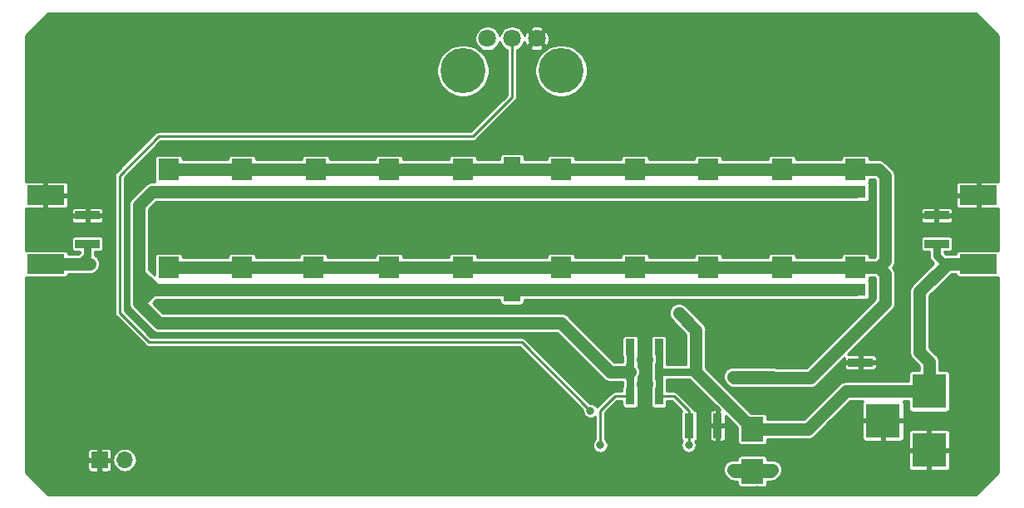
<source format=gtl>
G04 #@! TF.GenerationSoftware,KiCad,Pcbnew,(5.0.0-rc2-117-g8a2639325)*
G04 #@! TF.CreationDate,2018-07-20T00:32:21+10:00*
G04 #@! TF.ProjectId,AR0004-R1,4152303030342D52312E6B696361645F,rev?*
G04 #@! TF.SameCoordinates,Original*
G04 #@! TF.FileFunction,Copper,L1,Top,Signal*
G04 #@! TF.FilePolarity,Positive*
%FSLAX46Y46*%
G04 Gerber Fmt 4.6, Leading zero omitted, Abs format (unit mm)*
G04 Created by KiCad (PCBNEW (5.0.0-rc2-117-g8a2639325)) date 07/20/18 00:32:21*
%MOMM*%
%LPD*%
G01*
G04 APERTURE LIST*
G04 #@! TA.AperFunction,SMDPad,CuDef*
%ADD10R,2.500000X0.900000*%
G04 #@! TD*
G04 #@! TA.AperFunction,SMDPad,CuDef*
%ADD11R,0.900000X2.500000*%
G04 #@! TD*
G04 #@! TA.AperFunction,SMDPad,CuDef*
%ADD12R,1.700000X0.900000*%
G04 #@! TD*
G04 #@! TA.AperFunction,SMDPad,CuDef*
%ADD13R,2.100000X1.300000*%
G04 #@! TD*
G04 #@! TA.AperFunction,SMDPad,CuDef*
%ADD14R,2.100000X2.200000*%
G04 #@! TD*
G04 #@! TA.AperFunction,SMDPad,CuDef*
%ADD15R,2.300000X2.500000*%
G04 #@! TD*
G04 #@! TA.AperFunction,SMDPad,CuDef*
%ADD16R,3.800000X2.000000*%
G04 #@! TD*
G04 #@! TA.AperFunction,ComponentPad*
%ADD17R,3.500000X3.500000*%
G04 #@! TD*
G04 #@! TA.AperFunction,ComponentPad*
%ADD18O,1.700000X1.700000*%
G04 #@! TD*
G04 #@! TA.AperFunction,ComponentPad*
%ADD19R,1.700000X1.700000*%
G04 #@! TD*
G04 #@! TA.AperFunction,ComponentPad*
%ADD20C,4.600000*%
G04 #@! TD*
G04 #@! TA.AperFunction,ComponentPad*
%ADD21C,1.800000*%
G04 #@! TD*
G04 #@! TA.AperFunction,ComponentPad*
%ADD22C,5.500000*%
G04 #@! TD*
G04 #@! TA.AperFunction,SMDPad,CuDef*
%ADD23R,0.900000X1.700000*%
G04 #@! TD*
G04 #@! TA.AperFunction,Conductor*
%ADD24R,2.950000X4.500000*%
G04 #@! TD*
G04 #@! TA.AperFunction,ViaPad*
%ADD25C,0.600000*%
G04 #@! TD*
G04 #@! TA.AperFunction,ViaPad*
%ADD26C,0.800000*%
G04 #@! TD*
G04 #@! TA.AperFunction,Conductor*
%ADD27C,1.270000*%
G04 #@! TD*
G04 #@! TA.AperFunction,Conductor*
%ADD28C,0.762000*%
G04 #@! TD*
G04 #@! TA.AperFunction,Conductor*
%ADD29C,0.250000*%
G04 #@! TD*
G04 #@! TA.AperFunction,Conductor*
%ADD30C,0.254000*%
G04 #@! TD*
G04 APERTURE END LIST*
D10*
G04 #@! TO.P,C5,2*
G04 #@! TO.N,GND*
X135500000Y-81050000D03*
G04 #@! TO.P,C5,1*
G04 #@! TO.N,VCC*
X135500000Y-83950000D03*
G04 #@! TD*
D11*
G04 #@! TO.P,C6,1*
G04 #@! TO.N,VCC*
X118050000Y-87500000D03*
G04 #@! TO.P,C6,2*
G04 #@! TO.N,GND*
X120950000Y-87500000D03*
G04 #@! TD*
D10*
G04 #@! TO.P,C7,2*
G04 #@! TO.N,GND*
X56750000Y-66050000D03*
G04 #@! TO.P,C7,1*
G04 #@! TO.N,VCC*
X56750000Y-68950000D03*
G04 #@! TD*
G04 #@! TO.P,C8,1*
G04 #@! TO.N,VCC*
X143250000Y-68950000D03*
G04 #@! TO.P,C8,2*
G04 #@! TO.N,GND*
X143250000Y-66050000D03*
G04 #@! TD*
D12*
G04 #@! TO.P,C9,1*
G04 #@! TO.N,LED+*
X100000000Y-63450000D03*
G04 #@! TO.P,C9,2*
G04 #@! TO.N,LED-*
X100000000Y-60550000D03*
G04 #@! TD*
G04 #@! TO.P,C14,2*
G04 #@! TO.N,LED-*
X100000000Y-71500000D03*
G04 #@! TO.P,C14,1*
G04 #@! TO.N,LED+*
X100000000Y-74400000D03*
G04 #@! TD*
D13*
G04 #@! TO.P,D1,2*
G04 #@! TO.N,LED+*
X65000000Y-63630000D03*
D14*
G04 #@! TO.P,D1,1*
G04 #@! TO.N,LED-*
X65000000Y-61370000D03*
G04 #@! TD*
G04 #@! TO.P,D2,1*
G04 #@! TO.N,LED-*
X72500000Y-61370000D03*
D13*
G04 #@! TO.P,D2,2*
G04 #@! TO.N,LED+*
X72500000Y-63630000D03*
G04 #@! TD*
G04 #@! TO.P,D3,2*
G04 #@! TO.N,LED+*
X80000000Y-63630000D03*
D14*
G04 #@! TO.P,D3,1*
G04 #@! TO.N,LED-*
X80000000Y-61370000D03*
G04 #@! TD*
G04 #@! TO.P,D4,1*
G04 #@! TO.N,LED-*
X87500000Y-61370000D03*
D13*
G04 #@! TO.P,D4,2*
G04 #@! TO.N,LED+*
X87500000Y-63630000D03*
G04 #@! TD*
D14*
G04 #@! TO.P,D5,1*
G04 #@! TO.N,LED-*
X95000000Y-61370000D03*
D13*
G04 #@! TO.P,D5,2*
G04 #@! TO.N,LED+*
X95000000Y-63630000D03*
G04 #@! TD*
G04 #@! TO.P,D6,2*
G04 #@! TO.N,LED+*
X105000000Y-63630000D03*
D14*
G04 #@! TO.P,D6,1*
G04 #@! TO.N,LED-*
X105000000Y-61370000D03*
G04 #@! TD*
G04 #@! TO.P,D7,1*
G04 #@! TO.N,LED-*
X112500000Y-61370000D03*
D13*
G04 #@! TO.P,D7,2*
G04 #@! TO.N,LED+*
X112500000Y-63630000D03*
G04 #@! TD*
G04 #@! TO.P,D8,2*
G04 #@! TO.N,LED+*
X120000000Y-63630000D03*
D14*
G04 #@! TO.P,D8,1*
G04 #@! TO.N,LED-*
X120000000Y-61370000D03*
G04 #@! TD*
G04 #@! TO.P,D9,1*
G04 #@! TO.N,LED-*
X127500000Y-61370000D03*
D13*
G04 #@! TO.P,D9,2*
G04 #@! TO.N,LED+*
X127500000Y-63630000D03*
G04 #@! TD*
G04 #@! TO.P,D10,2*
G04 #@! TO.N,LED+*
X135000000Y-63630000D03*
D14*
G04 #@! TO.P,D10,1*
G04 #@! TO.N,LED-*
X135000000Y-61370000D03*
G04 #@! TD*
D15*
G04 #@! TO.P,D11,1*
G04 #@! TO.N,VCC*
X124500000Y-87850000D03*
G04 #@! TO.P,D11,2*
G04 #@! TO.N,Net-(D11-Pad2)*
X124500000Y-92150000D03*
G04 #@! TD*
D14*
G04 #@! TO.P,D12,1*
G04 #@! TO.N,LED-*
X65000000Y-71370000D03*
D13*
G04 #@! TO.P,D12,2*
G04 #@! TO.N,LED+*
X65000000Y-73630000D03*
G04 #@! TD*
D14*
G04 #@! TO.P,D13,1*
G04 #@! TO.N,LED-*
X72500000Y-71370000D03*
D13*
G04 #@! TO.P,D13,2*
G04 #@! TO.N,LED+*
X72500000Y-73630000D03*
G04 #@! TD*
D14*
G04 #@! TO.P,D14,1*
G04 #@! TO.N,LED-*
X79760000Y-71370000D03*
D13*
G04 #@! TO.P,D14,2*
G04 #@! TO.N,LED+*
X79760000Y-73630000D03*
G04 #@! TD*
G04 #@! TO.P,D15,2*
G04 #@! TO.N,LED+*
X87500000Y-73630000D03*
D14*
G04 #@! TO.P,D15,1*
G04 #@! TO.N,LED-*
X87500000Y-71370000D03*
G04 #@! TD*
D13*
G04 #@! TO.P,D16,2*
G04 #@! TO.N,LED+*
X95000000Y-73630000D03*
D14*
G04 #@! TO.P,D16,1*
G04 #@! TO.N,LED-*
X95000000Y-71370000D03*
G04 #@! TD*
G04 #@! TO.P,D17,1*
G04 #@! TO.N,LED-*
X105000000Y-71370000D03*
D13*
G04 #@! TO.P,D17,2*
G04 #@! TO.N,LED+*
X105000000Y-73630000D03*
G04 #@! TD*
G04 #@! TO.P,D18,2*
G04 #@! TO.N,LED+*
X112500000Y-73630000D03*
D14*
G04 #@! TO.P,D18,1*
G04 #@! TO.N,LED-*
X112500000Y-71370000D03*
G04 #@! TD*
G04 #@! TO.P,D19,1*
G04 #@! TO.N,LED-*
X120000000Y-71370000D03*
D13*
G04 #@! TO.P,D19,2*
G04 #@! TO.N,LED+*
X120000000Y-73630000D03*
G04 #@! TD*
G04 #@! TO.P,D20,2*
G04 #@! TO.N,LED+*
X127500000Y-73630000D03*
D14*
G04 #@! TO.P,D20,1*
G04 #@! TO.N,LED-*
X127500000Y-71370000D03*
G04 #@! TD*
D13*
G04 #@! TO.P,D21,2*
G04 #@! TO.N,LED+*
X135000000Y-73630000D03*
D14*
G04 #@! TO.P,D21,1*
G04 #@! TO.N,LED-*
X135000000Y-71370000D03*
G04 #@! TD*
D16*
G04 #@! TO.P,J1,1*
G04 #@! TO.N,VCC*
X147500000Y-71000000D03*
G04 #@! TD*
G04 #@! TO.P,J2,1*
G04 #@! TO.N,VCC*
X52500000Y-71000000D03*
G04 #@! TD*
D17*
G04 #@! TO.P,J3,3*
G04 #@! TO.N,GND*
X137800000Y-87000000D03*
G04 #@! TO.P,J3,2*
X142500000Y-90000000D03*
G04 #@! TO.P,J3,1*
G04 #@! TO.N,VCC*
X142500000Y-84000000D03*
G04 #@! TD*
D16*
G04 #@! TO.P,J4,1*
G04 #@! TO.N,GND*
X147500000Y-64000000D03*
G04 #@! TD*
G04 #@! TO.P,J5,1*
G04 #@! TO.N,GND*
X52500000Y-64000000D03*
G04 #@! TD*
D18*
G04 #@! TO.P,J6,2*
G04 #@! TO.N,+5V*
X60540000Y-91000000D03*
D19*
G04 #@! TO.P,J6,1*
G04 #@! TO.N,GND*
X58000000Y-91000000D03*
G04 #@! TD*
D20*
G04 #@! TO.P,RV1,0*
G04 #@! TO.N,N/C*
X95000000Y-51300000D03*
X105000000Y-51300000D03*
D21*
G04 #@! TO.P,RV1,1*
G04 #@! TO.N,Net-(R1-Pad2)*
X97500000Y-48000000D03*
G04 #@! TO.P,RV1,2*
G04 #@! TO.N,Net-(RV1-Pad2)*
X100000000Y-48000000D03*
G04 #@! TO.P,RV1,3*
G04 #@! TO.N,GND*
X102500000Y-48000000D03*
G04 #@! TD*
D22*
G04 #@! TO.P,MK1,1*
G04 #@! TO.N,GND*
X54000000Y-59000000D03*
G04 #@! TD*
G04 #@! TO.P,MK2,1*
G04 #@! TO.N,GND*
X100000000Y-67500000D03*
G04 #@! TD*
G04 #@! TO.P,MK3,1*
G04 #@! TO.N,GND*
X146000000Y-59000000D03*
G04 #@! TD*
G04 #@! TO.P,MK4,1*
G04 #@! TO.N,GND*
X54000000Y-76000000D03*
G04 #@! TD*
G04 #@! TO.P,MK5,1*
G04 #@! TO.N,GND*
X100000000Y-88000000D03*
G04 #@! TD*
G04 #@! TO.P,MK6,1*
G04 #@! TO.N,GND*
X146000000Y-76000000D03*
G04 #@! TD*
D23*
G04 #@! TO.P,R2,1*
G04 #@! TO.N,LED+*
X112050000Y-79500000D03*
G04 #@! TO.P,R2,2*
G04 #@! TO.N,VCC*
X114950000Y-79500000D03*
G04 #@! TD*
G04 #@! TO.P,R3,2*
G04 #@! TO.N,VCC*
X114950000Y-82000000D03*
G04 #@! TO.P,R3,1*
G04 #@! TO.N,LED+*
X112050000Y-82000000D03*
G04 #@! TD*
G04 #@! TO.P,R4,2*
G04 #@! TO.N,VCC*
X114950000Y-84500000D03*
G04 #@! TO.P,R4,1*
G04 #@! TO.N,LED+*
X112050000Y-84500000D03*
G04 #@! TD*
D24*
G04 #@! TO.N,GND*
G04 #@! TO.C,U3*
X113500000Y-90500000D03*
D25*
X112900000Y-91700000D03*
X112900000Y-90900000D03*
X114100000Y-90900000D03*
X114100000Y-91700000D03*
X112900000Y-89300000D03*
X112900000Y-90100000D03*
X114100000Y-90100000D03*
X114100000Y-89300000D03*
G04 #@! TD*
D26*
G04 #@! TO.N,VCC*
X57000000Y-71000000D03*
X117000000Y-76000000D03*
X118000000Y-89500000D03*
G04 #@! TO.N,GND*
X51000000Y-62000000D03*
X51000000Y-60000000D03*
X51000000Y-58000000D03*
X51000000Y-56000000D03*
X51000000Y-54000000D03*
X51000000Y-52000000D03*
X51000000Y-50000000D03*
X51000000Y-48000000D03*
X53000000Y-46000000D03*
X55000000Y-46000000D03*
X57000000Y-46000000D03*
X59000000Y-46000000D03*
X61000000Y-46000000D03*
X63000000Y-46000000D03*
X52000000Y-47000000D03*
X149000000Y-62000000D03*
X149000000Y-60000000D03*
X149000000Y-58000000D03*
X149000000Y-56000000D03*
X149000000Y-54000000D03*
X149000000Y-52000000D03*
X149000000Y-50000000D03*
X149000000Y-48000000D03*
X148000000Y-47000000D03*
X147000000Y-46000000D03*
X145000000Y-46000000D03*
X143000000Y-46000000D03*
X141000000Y-46000000D03*
X139000000Y-46000000D03*
X137000000Y-46000000D03*
X135000000Y-46000000D03*
X133000000Y-46000000D03*
X131000000Y-46000000D03*
X129000000Y-46000000D03*
X127000000Y-46000000D03*
X125000000Y-46000000D03*
X123000000Y-46000000D03*
X121000000Y-46000000D03*
X119000000Y-46000000D03*
X117000000Y-46000000D03*
X115000000Y-46000000D03*
X113000000Y-46000000D03*
X111000000Y-46000000D03*
X109000000Y-46000000D03*
X107000000Y-46000000D03*
X105000000Y-46000000D03*
X103000000Y-46000000D03*
X101000000Y-46000000D03*
X99000000Y-46000000D03*
X97000000Y-46000000D03*
X95000000Y-46000000D03*
X93000000Y-46000000D03*
X91000000Y-46000000D03*
X89000000Y-46000000D03*
X87000000Y-46000000D03*
X85000000Y-46000000D03*
X83000000Y-46000000D03*
X81000000Y-46000000D03*
X79000000Y-46000000D03*
X77000000Y-46000000D03*
X149000000Y-67500000D03*
X51000000Y-67500000D03*
X51000000Y-73000000D03*
X51000000Y-75000000D03*
X51000000Y-77000000D03*
X51000000Y-79000000D03*
X51000000Y-81000000D03*
X51000000Y-83000000D03*
X51000000Y-85000000D03*
X51000000Y-87000000D03*
X51000000Y-89000000D03*
X52000000Y-93000000D03*
X53000000Y-94000000D03*
X55000000Y-94000000D03*
X57000000Y-94000000D03*
X59000000Y-94000000D03*
X61000000Y-94000000D03*
X63000000Y-94000000D03*
X65000000Y-94000000D03*
X67000000Y-94000000D03*
X69000000Y-94000000D03*
X71000000Y-94000000D03*
X73000000Y-94000000D03*
X75000000Y-94000000D03*
X77000000Y-94000000D03*
X79000000Y-94000000D03*
X81000000Y-94000000D03*
X83000000Y-94000000D03*
X85000000Y-94000000D03*
X87000000Y-94000000D03*
X89000000Y-94000000D03*
X91000000Y-94000000D03*
X93000000Y-94000000D03*
X95000000Y-94000000D03*
X97000000Y-94000000D03*
X75000000Y-46000000D03*
X73000000Y-46000000D03*
X71000000Y-46000000D03*
X143250000Y-64750000D03*
X56750000Y-64750000D03*
X87000000Y-49500000D03*
X72000000Y-54000000D03*
X64500000Y-85000000D03*
X135500000Y-79750000D03*
X119750000Y-87500000D03*
X149000000Y-81000000D03*
X149000000Y-73000000D03*
X149000000Y-79000000D03*
X149000000Y-85000000D03*
X149000000Y-83000000D03*
X149000000Y-77000000D03*
X149000000Y-89000000D03*
X149000000Y-87000000D03*
X149000000Y-75000000D03*
X149000000Y-92000000D03*
X148000000Y-93000000D03*
X147000000Y-94000000D03*
X145000000Y-94000000D03*
X143000000Y-94000000D03*
X141000000Y-94000000D03*
X139000000Y-94000000D03*
X137000000Y-94000000D03*
X135000000Y-94000000D03*
X133000000Y-94000000D03*
X131000000Y-94000000D03*
X129000000Y-94000000D03*
X127000000Y-94000802D03*
X125000000Y-94000802D03*
X123000000Y-94000802D03*
X121000000Y-94000000D03*
X119000000Y-94000000D03*
X117000000Y-94000000D03*
X115000000Y-94000000D03*
X113000000Y-94000000D03*
X111000000Y-94000000D03*
X109000000Y-94000000D03*
X107000000Y-94000000D03*
X105000000Y-94000000D03*
X103000000Y-94000000D03*
X101000000Y-94000000D03*
X99000000Y-94000000D03*
X51000000Y-92000000D03*
G04 #@! TO.N,Net-(D11-Pad2)*
X126500000Y-92000000D03*
X122500000Y-92000000D03*
X124500000Y-92000000D03*
G04 #@! TO.N,Net-(RV1-Pad2)*
X108000000Y-86000000D03*
G04 #@! TO.N,LED+*
X65500000Y-63750000D03*
X73000000Y-63750000D03*
X72000000Y-63750000D03*
X79500000Y-63750000D03*
X80500000Y-63750000D03*
X88000000Y-63750000D03*
X87000000Y-63750000D03*
X94500000Y-63750000D03*
X95500000Y-63750000D03*
X105500000Y-63750000D03*
X104500000Y-63750000D03*
X135500000Y-63750000D03*
X134500000Y-63750000D03*
X128000000Y-63750000D03*
X127000000Y-63750000D03*
X120500000Y-63750000D03*
X119500000Y-63750000D03*
X112000000Y-63750000D03*
X113000000Y-63750000D03*
X135500000Y-73750000D03*
X134500000Y-73750000D03*
X128000000Y-73750000D03*
X127000000Y-73750000D03*
X120500000Y-73750000D03*
X119500000Y-73750000D03*
X113000000Y-73750000D03*
X112000000Y-73750000D03*
X105500000Y-73750000D03*
X104500000Y-73750000D03*
X95500000Y-73750000D03*
X94500000Y-73750000D03*
X88000000Y-73750000D03*
X87000000Y-73750000D03*
X73000000Y-73750000D03*
X72000000Y-73750000D03*
X65500000Y-73750000D03*
X64500000Y-73750000D03*
X64500000Y-63750000D03*
X109000000Y-89500000D03*
X79250000Y-73750000D03*
X80250000Y-73750000D03*
X100000000Y-63750000D03*
X100000000Y-73630000D03*
G04 #@! TO.N,LED-*
X64500000Y-62000000D03*
X65500000Y-62000000D03*
X65500000Y-60750000D03*
X64500000Y-60750000D03*
X72000000Y-62000000D03*
X73000000Y-62000000D03*
X73000000Y-60750000D03*
X72000000Y-60750000D03*
X79500000Y-62000000D03*
X80500000Y-62000000D03*
X80500000Y-60750000D03*
X79500000Y-60750000D03*
X87000000Y-62000000D03*
X88000000Y-62000000D03*
X88000000Y-60750000D03*
X87000000Y-60750000D03*
X94500000Y-60750000D03*
X95500000Y-60750000D03*
X95500000Y-62000000D03*
X94500000Y-62000000D03*
X105500000Y-62000000D03*
X104500000Y-62000000D03*
X104500000Y-60750000D03*
X105500000Y-60750000D03*
X112000000Y-62000000D03*
X113000000Y-62000000D03*
X113000000Y-60750000D03*
X112000000Y-60750000D03*
X120500000Y-62000000D03*
X119500000Y-62000000D03*
X119500000Y-60750000D03*
X120500000Y-60750000D03*
X127000000Y-60750000D03*
X127000000Y-62000000D03*
X128000000Y-62000000D03*
X128000000Y-60750000D03*
X134500000Y-60750000D03*
X134500000Y-62000000D03*
X135500000Y-62000000D03*
X135500000Y-60750000D03*
X134500000Y-72000000D03*
X135500000Y-72000000D03*
X135500000Y-70750000D03*
X134500000Y-70750000D03*
X127000000Y-72000000D03*
X128000000Y-72000000D03*
X128000000Y-70750000D03*
X127000000Y-70750000D03*
X119500000Y-72000000D03*
X120500000Y-72000000D03*
X120500000Y-70750000D03*
X119500000Y-70750000D03*
X113000000Y-70750000D03*
X112000000Y-70750000D03*
X112000000Y-72000000D03*
X113000000Y-72000000D03*
X104500000Y-72000000D03*
X105500000Y-72000000D03*
X105500000Y-70750000D03*
X104500000Y-70750000D03*
X94500000Y-72000000D03*
X95500000Y-72000000D03*
X95500000Y-70750000D03*
X94500000Y-70750000D03*
X87000000Y-72000000D03*
X88000000Y-72000000D03*
X88000000Y-70750000D03*
X87000000Y-70750000D03*
X79250000Y-72000000D03*
X80250000Y-72000000D03*
X80250000Y-70750000D03*
X79250000Y-70750000D03*
X72000000Y-70750000D03*
X73000000Y-70750000D03*
X73000000Y-72000000D03*
X72000000Y-72000000D03*
X64500000Y-72000000D03*
X65500000Y-72000000D03*
X65500000Y-70750000D03*
X64500000Y-70750000D03*
X122500000Y-82500000D03*
X126500000Y-82500000D03*
X124500000Y-82500000D03*
X100000000Y-61370000D03*
X100000000Y-71250000D03*
G04 #@! TD*
D27*
G04 #@! TO.N,VCC*
X147500000Y-71000000D02*
X144330000Y-71000000D01*
X142500000Y-84000000D02*
X134000000Y-84000000D01*
X130150000Y-87850000D02*
X124500000Y-87850000D01*
X134000000Y-84000000D02*
X130150000Y-87850000D01*
D28*
X116162000Y-82000000D02*
X114950000Y-82000000D01*
X118750000Y-82000000D02*
X116162000Y-82000000D01*
X114950000Y-84500000D02*
X114950000Y-82000000D01*
X114950000Y-82000000D02*
X114950000Y-79500000D01*
D27*
X124500000Y-87750000D02*
X118750000Y-82000000D01*
X124500000Y-87850000D02*
X124500000Y-87750000D01*
X118750000Y-82000000D02*
X118750000Y-77750000D01*
X118750000Y-77750000D02*
X117000000Y-76000000D01*
D29*
X118000000Y-89500000D02*
X118000000Y-86000000D01*
X116500000Y-84500000D02*
X114950000Y-84500000D01*
X118000000Y-86000000D02*
X116500000Y-84500000D01*
D27*
X142500000Y-80980000D02*
X142500000Y-84000000D01*
X141500000Y-79980000D02*
X142500000Y-80980000D01*
X144330000Y-71000000D02*
X141500000Y-73830000D01*
X141500000Y-73830000D02*
X141500000Y-79980000D01*
D28*
X55912000Y-71000000D02*
X55500000Y-71000000D01*
X56750000Y-70162000D02*
X55912000Y-71000000D01*
X56750000Y-68950000D02*
X56750000Y-70162000D01*
D27*
X57000000Y-71000000D02*
X55500000Y-71000000D01*
X55500000Y-71000000D02*
X52500000Y-71000000D01*
D28*
X144088000Y-71000000D02*
X144330000Y-71000000D01*
X143250000Y-70162000D02*
X144088000Y-71000000D01*
X143250000Y-68950000D02*
X143250000Y-70162000D01*
D29*
G04 #@! TO.N,GND*
X51750000Y-62000000D02*
X51000000Y-62000000D01*
X52500000Y-64000000D02*
X52500000Y-62750000D01*
X52500000Y-62750000D02*
X51750000Y-62000000D01*
X51000000Y-60000000D02*
X51000000Y-58000000D01*
X51000000Y-56000000D02*
X51000000Y-54000000D01*
X51000000Y-52000000D02*
X51000000Y-50000000D01*
X55000000Y-46000000D02*
X57000000Y-46000000D01*
X59000000Y-46000000D02*
X61000000Y-46000000D01*
X51000000Y-48000000D02*
X52000000Y-47000000D01*
X52000000Y-47000000D02*
X53000000Y-46000000D01*
X148250000Y-62000000D02*
X149000000Y-62000000D01*
X147500000Y-64000000D02*
X147500000Y-62750000D01*
X147500000Y-62750000D02*
X148250000Y-62000000D01*
X149000000Y-60000000D02*
X149000000Y-58000000D01*
X149000000Y-56000000D02*
X149000000Y-54000000D01*
X149000000Y-52000000D02*
X149000000Y-50000000D01*
X149000000Y-48000000D02*
X148000000Y-47000000D01*
X148000000Y-47000000D02*
X147000000Y-46000000D01*
X145000000Y-46000000D02*
X143000000Y-46000000D01*
X141000000Y-46000000D02*
X139000000Y-46000000D01*
X137000000Y-46000000D02*
X135000000Y-46000000D01*
X133000000Y-46000000D02*
X131000000Y-46000000D01*
X129000000Y-46000000D02*
X127000000Y-46000000D01*
X125000000Y-46000000D02*
X123000000Y-46000000D01*
X121000000Y-46000000D02*
X119000000Y-46000000D01*
X117000000Y-46000000D02*
X115000000Y-46000000D01*
X113000000Y-46000000D02*
X111000000Y-46000000D01*
X109000000Y-46000000D02*
X107000000Y-46000000D01*
X105000000Y-46000000D02*
X103000000Y-46000000D01*
X101000000Y-46000000D02*
X99000000Y-46000000D01*
X97000000Y-46000000D02*
X95000000Y-46000000D01*
X93000000Y-46000000D02*
X91000000Y-46000000D01*
X87000000Y-46000000D02*
X85000000Y-46000000D01*
X83000000Y-46000000D02*
X81000000Y-46000000D01*
X79000000Y-46000000D02*
X77000000Y-46000000D01*
X147500000Y-64000000D02*
X147500000Y-66000000D01*
X147500000Y-66000000D02*
X149000000Y-67500000D01*
X52500000Y-64000000D02*
X52500000Y-66000000D01*
X52500000Y-66000000D02*
X51000000Y-67500000D01*
X54000000Y-76000000D02*
X51000000Y-73000000D01*
X51000000Y-75000000D02*
X51000000Y-77000000D01*
X51000000Y-79000000D02*
X51000000Y-81000000D01*
X51000000Y-83000000D02*
X51000000Y-85000000D01*
X51000000Y-87000000D02*
X51000000Y-89000000D01*
X51000000Y-92000000D02*
X52000000Y-93000000D01*
X53000000Y-94000000D02*
X55000000Y-94000000D01*
X57000000Y-94000000D02*
X59000000Y-94000000D01*
X61000000Y-94000000D02*
X63000000Y-94000000D01*
X65000000Y-94000000D02*
X67000000Y-94000000D01*
X69000000Y-94000000D02*
X71000000Y-94000000D01*
X73000000Y-94000000D02*
X75000000Y-94000000D01*
X77000000Y-94000000D02*
X79000000Y-94000000D01*
X81000000Y-94000000D02*
X83000000Y-94000000D01*
X85000000Y-94000000D02*
X87000000Y-94000000D01*
X89000000Y-94000000D02*
X91000000Y-94000000D01*
X93000000Y-94000000D02*
X95000000Y-94000000D01*
X97000000Y-94000000D02*
X99000000Y-94000000D01*
X75000000Y-46000000D02*
X73000000Y-46000000D01*
X143250000Y-66050000D02*
X143250000Y-64750000D01*
X56750000Y-66050000D02*
X56750000Y-64750000D01*
X135500000Y-81050000D02*
X135500000Y-79750000D01*
X120950000Y-87500000D02*
X119750000Y-87500000D01*
X149000000Y-81000000D02*
X149000000Y-83000000D01*
X149000000Y-77000000D02*
X149000000Y-79000000D01*
X149000000Y-89000000D02*
X149000000Y-91000000D01*
X149000000Y-85000000D02*
X149000000Y-87000000D01*
X149000000Y-73000000D02*
X149000000Y-75000000D01*
X149000000Y-91000000D02*
X149000000Y-92000000D01*
X148000000Y-93000000D02*
X147000000Y-94000000D01*
X143000000Y-94000000D02*
X141000000Y-94000000D01*
X139000000Y-94000000D02*
X137000000Y-94000000D01*
X135000000Y-94000000D02*
X133000000Y-94000000D01*
X131000000Y-94000000D02*
X129000000Y-94000000D01*
X127000000Y-94000802D02*
X125000000Y-94000802D01*
X123000000Y-94000802D02*
X121000802Y-94000802D01*
X121000802Y-94000802D02*
X121000000Y-94000000D01*
X119000000Y-94000000D02*
X117000000Y-94000000D01*
X115000000Y-94000000D02*
X113000000Y-94000000D01*
X111000000Y-94000000D02*
X109000000Y-94000000D01*
X107000000Y-94000000D02*
X105000000Y-94000000D01*
X103000000Y-94000000D02*
X101000000Y-94000000D01*
D27*
G04 #@! TO.N,Net-(D11-Pad2)*
X124500000Y-92150000D02*
X126350000Y-92150000D01*
X126350000Y-92150000D02*
X126500000Y-92000000D01*
X124500000Y-92150000D02*
X122650000Y-92150000D01*
X122650000Y-92150000D02*
X122500000Y-92000000D01*
X124500000Y-92150000D02*
X124500000Y-92000000D01*
X126500000Y-92000000D02*
X122500000Y-92000000D01*
D29*
G04 #@! TO.N,Net-(RV1-Pad2)*
X100000000Y-48000000D02*
X100000000Y-54000000D01*
X100000000Y-54000000D02*
X96000000Y-58000000D01*
X96000000Y-58000000D02*
X64000000Y-58000000D01*
X64000000Y-58000000D02*
X60000000Y-62000000D01*
X60000000Y-62000000D02*
X60000000Y-76000000D01*
X60000000Y-76000000D02*
X63000000Y-79000000D01*
X63000000Y-79000000D02*
X101000000Y-79000000D01*
X101000000Y-79000000D02*
X108000000Y-86000000D01*
D27*
G04 #@! TO.N,LED+*
X135000000Y-63630000D02*
X65000000Y-63630000D01*
X135000000Y-73630000D02*
X109000000Y-73630000D01*
X64370000Y-63630000D02*
X65000000Y-63630000D01*
D28*
X112050000Y-79500000D02*
X112050000Y-82000000D01*
X112050000Y-82000000D02*
X112050000Y-84500000D01*
X112050000Y-73800000D02*
X112000000Y-73750000D01*
D27*
X63643034Y-73630000D02*
X65000000Y-73630000D01*
X62000000Y-71986966D02*
X63643034Y-73630000D01*
X62000000Y-65000000D02*
X62000000Y-71986966D01*
X65000000Y-63630000D02*
X63370000Y-63630000D01*
X63370000Y-63630000D02*
X62000000Y-65000000D01*
D29*
X109000000Y-89500000D02*
X109000000Y-86000000D01*
X110500000Y-84500000D02*
X112050000Y-84500000D01*
X109000000Y-86000000D02*
X110500000Y-84500000D01*
D30*
X100000000Y-74400000D02*
X100000000Y-73630000D01*
D27*
X109000000Y-73630000D02*
X100000000Y-73630000D01*
X100000000Y-73630000D02*
X65000000Y-73630000D01*
X62000000Y-75000000D02*
X62000000Y-71986966D01*
X63370000Y-73630000D02*
X62000000Y-75000000D01*
X63643034Y-73630000D02*
X63370000Y-73630000D01*
D28*
X112050000Y-79500000D02*
X112050000Y-79100000D01*
D27*
X64000000Y-77000000D02*
X62000000Y-75000000D01*
X105000000Y-77000000D02*
X64000000Y-77000000D01*
X112050000Y-82000000D02*
X110000000Y-82000000D01*
X110000000Y-82000000D02*
X105000000Y-77000000D01*
D29*
X79760000Y-73630000D02*
X79370000Y-73630000D01*
X79370000Y-73630000D02*
X79250000Y-73750000D01*
X79760000Y-73630000D02*
X80130000Y-73630000D01*
X80130000Y-73630000D02*
X80250000Y-73750000D01*
X100000000Y-63450000D02*
X100000000Y-63750000D01*
D27*
G04 #@! TO.N,LED-*
X66120000Y-61370000D02*
X65000000Y-61370000D01*
X66120000Y-71370000D02*
X135000000Y-71370000D01*
X66120000Y-71370000D02*
X65000000Y-71370000D01*
X137320000Y-71370000D02*
X138000000Y-72050000D01*
X135000000Y-71370000D02*
X137320000Y-71370000D01*
X138000000Y-72050000D02*
X138000000Y-75000000D01*
X138000000Y-75000000D02*
X130400920Y-82599080D01*
X138000000Y-70690000D02*
X137320000Y-71370000D01*
X138000000Y-62050000D02*
X138000000Y-70690000D01*
X135000000Y-61370000D02*
X137320000Y-61370000D01*
X137320000Y-61370000D02*
X138000000Y-62050000D01*
D30*
X100000000Y-60550000D02*
X100000000Y-61370000D01*
D27*
X135000000Y-61370000D02*
X100000000Y-61370000D01*
X100000000Y-61370000D02*
X66120000Y-61370000D01*
X124500000Y-82599080D02*
X122599080Y-82599080D01*
X122599080Y-82599080D02*
X122500000Y-82500000D01*
X126400920Y-82599080D02*
X126500000Y-82500000D01*
X130400920Y-82599080D02*
X124500000Y-82599080D01*
X124500000Y-82599080D02*
X124500000Y-82500000D01*
X124500000Y-82500000D02*
X126400920Y-82599080D01*
X126500000Y-82500000D02*
X122500000Y-82500000D01*
D29*
X100000000Y-71500000D02*
X100000000Y-71250000D01*
G04 #@! TD*
D30*
G04 #@! TO.N,GND*
G36*
X149544001Y-47724238D02*
X149544001Y-62647256D01*
X149511133Y-62633642D01*
X149437525Y-62619000D01*
X147722250Y-62619000D01*
X147627000Y-62714250D01*
X147627000Y-63873000D01*
X147647000Y-63873000D01*
X147647000Y-64127000D01*
X147627000Y-64127000D01*
X147627000Y-65285750D01*
X147722250Y-65381000D01*
X149437525Y-65381000D01*
X149511133Y-65366358D01*
X149544001Y-65352744D01*
X149544001Y-69645538D01*
X149474689Y-69624513D01*
X149400000Y-69617157D01*
X145600000Y-69617157D01*
X145525311Y-69624513D01*
X145453492Y-69646299D01*
X145387304Y-69681678D01*
X145329289Y-69729289D01*
X145281678Y-69787304D01*
X145246299Y-69853492D01*
X145224513Y-69925311D01*
X145218733Y-69984000D01*
X144379893Y-69984000D01*
X144329999Y-69979086D01*
X144280105Y-69984000D01*
X144280098Y-69984000D01*
X144161328Y-69995698D01*
X144012000Y-69846370D01*
X144012000Y-69782843D01*
X144500000Y-69782843D01*
X144574689Y-69775487D01*
X144646508Y-69753701D01*
X144712696Y-69718322D01*
X144770711Y-69670711D01*
X144818322Y-69612696D01*
X144853701Y-69546508D01*
X144875487Y-69474689D01*
X144882843Y-69400000D01*
X144882843Y-68500000D01*
X144875487Y-68425311D01*
X144853701Y-68353492D01*
X144818322Y-68287304D01*
X144770711Y-68229289D01*
X144712696Y-68181678D01*
X144646508Y-68146299D01*
X144574689Y-68124513D01*
X144500000Y-68117157D01*
X142000000Y-68117157D01*
X141925311Y-68124513D01*
X141853492Y-68146299D01*
X141787304Y-68181678D01*
X141729289Y-68229289D01*
X141681678Y-68287304D01*
X141646299Y-68353492D01*
X141624513Y-68425311D01*
X141617157Y-68500000D01*
X141617157Y-69400000D01*
X141624513Y-69474689D01*
X141646299Y-69546508D01*
X141681678Y-69612696D01*
X141729289Y-69670711D01*
X141787304Y-69718322D01*
X141853492Y-69753701D01*
X141925311Y-69775487D01*
X142000000Y-69782843D01*
X142488001Y-69782843D01*
X142488001Y-70124567D01*
X142484314Y-70162000D01*
X142499027Y-70311378D01*
X142542599Y-70455015D01*
X142613355Y-70587392D01*
X142678817Y-70667157D01*
X142708579Y-70703422D01*
X142737649Y-70727279D01*
X142951764Y-70941395D01*
X140816872Y-73076288D01*
X140778104Y-73108104D01*
X140651140Y-73262810D01*
X140556798Y-73439314D01*
X140522288Y-73553078D01*
X140498702Y-73630830D01*
X140479085Y-73830000D01*
X140484000Y-73879902D01*
X140484001Y-79930088D01*
X140479085Y-79980000D01*
X140498702Y-80179170D01*
X140524947Y-80265686D01*
X140556799Y-80370687D01*
X140651141Y-80547190D01*
X140778105Y-80701896D01*
X140816868Y-80733708D01*
X141484000Y-81400841D01*
X141484000Y-81867157D01*
X140750000Y-81867157D01*
X140675311Y-81874513D01*
X140603492Y-81896299D01*
X140537304Y-81931678D01*
X140479289Y-81979289D01*
X140431678Y-82037304D01*
X140396299Y-82103492D01*
X140374513Y-82175311D01*
X140367157Y-82250000D01*
X140367157Y-82984000D01*
X134049893Y-82984000D01*
X133999999Y-82979086D01*
X133950105Y-82984000D01*
X133950098Y-82984000D01*
X133800829Y-82998702D01*
X133609313Y-83056798D01*
X133432810Y-83151140D01*
X133278104Y-83278104D01*
X133246292Y-83316867D01*
X129729160Y-86834000D01*
X126032843Y-86834000D01*
X126032843Y-86600000D01*
X126025487Y-86525311D01*
X126003701Y-86453492D01*
X125968322Y-86387304D01*
X125920711Y-86329289D01*
X125862696Y-86281678D01*
X125796508Y-86246299D01*
X125724689Y-86224513D01*
X125650000Y-86217157D01*
X124403998Y-86217157D01*
X119766000Y-81579160D01*
X119766000Y-77799902D01*
X119770915Y-77750000D01*
X119751298Y-77550829D01*
X119693202Y-77359313D01*
X119598860Y-77182810D01*
X119471896Y-77028104D01*
X119433133Y-76996292D01*
X117683134Y-75246294D01*
X117567189Y-75151141D01*
X117390687Y-75056799D01*
X117199170Y-74998702D01*
X117000000Y-74979085D01*
X116800830Y-74998702D01*
X116609313Y-75056799D01*
X116432811Y-75151141D01*
X116278105Y-75278105D01*
X116151141Y-75432811D01*
X116056799Y-75609313D01*
X115998702Y-75800830D01*
X115979085Y-76000000D01*
X115998702Y-76199170D01*
X116056799Y-76390687D01*
X116151141Y-76567189D01*
X116246294Y-76683134D01*
X117734001Y-78170842D01*
X117734000Y-81238000D01*
X115782843Y-81238000D01*
X115782843Y-81150000D01*
X115775487Y-81075311D01*
X115753701Y-81003492D01*
X115718322Y-80937304D01*
X115712000Y-80929601D01*
X115712000Y-80570399D01*
X115718322Y-80562696D01*
X115753701Y-80496508D01*
X115775487Y-80424689D01*
X115782843Y-80350000D01*
X115782843Y-78650000D01*
X115775487Y-78575311D01*
X115753701Y-78503492D01*
X115718322Y-78437304D01*
X115670711Y-78379289D01*
X115612696Y-78331678D01*
X115546508Y-78296299D01*
X115474689Y-78274513D01*
X115400000Y-78267157D01*
X114500000Y-78267157D01*
X114425311Y-78274513D01*
X114353492Y-78296299D01*
X114287304Y-78331678D01*
X114229289Y-78379289D01*
X114181678Y-78437304D01*
X114146299Y-78503492D01*
X114124513Y-78575311D01*
X114117157Y-78650000D01*
X114117157Y-80350000D01*
X114124513Y-80424689D01*
X114146299Y-80496508D01*
X114181678Y-80562696D01*
X114188001Y-80570400D01*
X114188000Y-80929600D01*
X114181678Y-80937304D01*
X114146299Y-81003492D01*
X114124513Y-81075311D01*
X114117157Y-81150000D01*
X114117157Y-82850000D01*
X114124513Y-82924689D01*
X114146299Y-82996508D01*
X114181678Y-83062696D01*
X114188001Y-83070400D01*
X114188000Y-83429600D01*
X114181678Y-83437304D01*
X114146299Y-83503492D01*
X114124513Y-83575311D01*
X114117157Y-83650000D01*
X114117157Y-85350000D01*
X114124513Y-85424689D01*
X114146299Y-85496508D01*
X114181678Y-85562696D01*
X114229289Y-85620711D01*
X114287304Y-85668322D01*
X114353492Y-85703701D01*
X114425311Y-85725487D01*
X114500000Y-85732843D01*
X115400000Y-85732843D01*
X115474689Y-85725487D01*
X115546508Y-85703701D01*
X115612696Y-85668322D01*
X115670711Y-85620711D01*
X115718322Y-85562696D01*
X115753701Y-85496508D01*
X115775487Y-85424689D01*
X115782843Y-85350000D01*
X115782843Y-85006000D01*
X116290409Y-85006000D01*
X117299723Y-86015315D01*
X117281678Y-86037304D01*
X117246299Y-86103492D01*
X117224513Y-86175311D01*
X117217157Y-86250000D01*
X117217157Y-88750000D01*
X117224513Y-88824689D01*
X117246299Y-88896508D01*
X117281678Y-88962696D01*
X117329289Y-89020711D01*
X117362654Y-89048093D01*
X117307887Y-89130058D01*
X117249013Y-89272191D01*
X117219000Y-89423078D01*
X117219000Y-89576922D01*
X117249013Y-89727809D01*
X117307887Y-89869942D01*
X117393358Y-89997859D01*
X117502141Y-90106642D01*
X117630058Y-90192113D01*
X117772191Y-90250987D01*
X117923078Y-90281000D01*
X118076922Y-90281000D01*
X118227809Y-90250987D01*
X118297185Y-90222250D01*
X140369000Y-90222250D01*
X140369000Y-91787525D01*
X140383642Y-91861133D01*
X140412362Y-91930471D01*
X140454058Y-91992873D01*
X140507126Y-92045942D01*
X140569529Y-92087638D01*
X140638866Y-92116358D01*
X140712475Y-92131000D01*
X142277750Y-92131000D01*
X142373000Y-92035750D01*
X142373000Y-90127000D01*
X142627000Y-90127000D01*
X142627000Y-92035750D01*
X142722250Y-92131000D01*
X144287525Y-92131000D01*
X144361134Y-92116358D01*
X144430471Y-92087638D01*
X144492874Y-92045942D01*
X144545942Y-91992873D01*
X144587638Y-91930471D01*
X144616358Y-91861133D01*
X144631000Y-91787525D01*
X144631000Y-90222250D01*
X144535750Y-90127000D01*
X142627000Y-90127000D01*
X142373000Y-90127000D01*
X140464250Y-90127000D01*
X140369000Y-90222250D01*
X118297185Y-90222250D01*
X118369942Y-90192113D01*
X118497859Y-90106642D01*
X118606642Y-89997859D01*
X118692113Y-89869942D01*
X118750987Y-89727809D01*
X118781000Y-89576922D01*
X118781000Y-89423078D01*
X118750987Y-89272191D01*
X118692113Y-89130058D01*
X118667135Y-89092675D01*
X118712696Y-89068322D01*
X118770711Y-89020711D01*
X118818322Y-88962696D01*
X118853701Y-88896508D01*
X118875487Y-88824689D01*
X118882843Y-88750000D01*
X118882843Y-87722250D01*
X120119000Y-87722250D01*
X120119000Y-88787525D01*
X120133642Y-88861134D01*
X120162362Y-88930471D01*
X120204058Y-88992874D01*
X120257127Y-89045942D01*
X120319529Y-89087638D01*
X120388867Y-89116358D01*
X120462475Y-89131000D01*
X120727750Y-89131000D01*
X120823000Y-89035750D01*
X120823000Y-87627000D01*
X121077000Y-87627000D01*
X121077000Y-89035750D01*
X121172250Y-89131000D01*
X121437525Y-89131000D01*
X121511133Y-89116358D01*
X121580471Y-89087638D01*
X121642873Y-89045942D01*
X121695942Y-88992874D01*
X121737638Y-88930471D01*
X121766358Y-88861134D01*
X121781000Y-88787525D01*
X121781000Y-87722250D01*
X121685750Y-87627000D01*
X121077000Y-87627000D01*
X120823000Y-87627000D01*
X120214250Y-87627000D01*
X120119000Y-87722250D01*
X118882843Y-87722250D01*
X118882843Y-86250000D01*
X118879148Y-86212475D01*
X120119000Y-86212475D01*
X120119000Y-87277750D01*
X120214250Y-87373000D01*
X120823000Y-87373000D01*
X120823000Y-85964250D01*
X120727750Y-85869000D01*
X120462475Y-85869000D01*
X120388867Y-85883642D01*
X120319529Y-85912362D01*
X120257127Y-85954058D01*
X120204058Y-86007126D01*
X120162362Y-86069529D01*
X120133642Y-86138866D01*
X120119000Y-86212475D01*
X118879148Y-86212475D01*
X118875487Y-86175311D01*
X118853701Y-86103492D01*
X118818322Y-86037304D01*
X118770711Y-85979289D01*
X118712696Y-85931678D01*
X118646508Y-85896299D01*
X118574689Y-85874513D01*
X118500000Y-85867157D01*
X118488471Y-85867157D01*
X118469745Y-85805425D01*
X118422759Y-85717521D01*
X118359527Y-85640473D01*
X118340220Y-85624628D01*
X116875376Y-84159785D01*
X116859527Y-84140473D01*
X116782479Y-84077241D01*
X116694575Y-84030255D01*
X116599193Y-84001322D01*
X116524854Y-83994000D01*
X116524846Y-83994000D01*
X116500000Y-83991553D01*
X116475154Y-83994000D01*
X115782843Y-83994000D01*
X115782843Y-83650000D01*
X115775487Y-83575311D01*
X115753701Y-83503492D01*
X115718322Y-83437304D01*
X115712000Y-83429601D01*
X115712000Y-83070399D01*
X115718322Y-83062696D01*
X115753701Y-82996508D01*
X115775487Y-82924689D01*
X115782843Y-82850000D01*
X115782843Y-82762000D01*
X118075160Y-82762000D01*
X121182159Y-85869000D01*
X121172250Y-85869000D01*
X121077000Y-85964250D01*
X121077000Y-87373000D01*
X121685750Y-87373000D01*
X121781000Y-87277750D01*
X121781000Y-86467841D01*
X122967157Y-87653998D01*
X122967157Y-89100000D01*
X122974513Y-89174689D01*
X122996299Y-89246508D01*
X123031678Y-89312696D01*
X123079289Y-89370711D01*
X123137304Y-89418322D01*
X123203492Y-89453701D01*
X123275311Y-89475487D01*
X123350000Y-89482843D01*
X125650000Y-89482843D01*
X125724689Y-89475487D01*
X125796508Y-89453701D01*
X125862696Y-89418322D01*
X125920711Y-89370711D01*
X125968322Y-89312696D01*
X126003701Y-89246508D01*
X126025487Y-89174689D01*
X126032843Y-89100000D01*
X126032843Y-88866000D01*
X130100098Y-88866000D01*
X130150000Y-88870915D01*
X130199902Y-88866000D01*
X130349171Y-88851298D01*
X130540687Y-88793202D01*
X130717190Y-88698860D01*
X130871896Y-88571896D01*
X130903712Y-88533128D01*
X132214590Y-87222250D01*
X135669000Y-87222250D01*
X135669000Y-88787525D01*
X135683642Y-88861133D01*
X135712362Y-88930471D01*
X135754058Y-88992873D01*
X135807126Y-89045942D01*
X135869529Y-89087638D01*
X135938866Y-89116358D01*
X136012475Y-89131000D01*
X137577750Y-89131000D01*
X137673000Y-89035750D01*
X137673000Y-87127000D01*
X137927000Y-87127000D01*
X137927000Y-89035750D01*
X138022250Y-89131000D01*
X139587525Y-89131000D01*
X139661134Y-89116358D01*
X139730471Y-89087638D01*
X139792874Y-89045942D01*
X139845942Y-88992873D01*
X139887638Y-88930471D01*
X139916358Y-88861133D01*
X139931000Y-88787525D01*
X139931000Y-88212475D01*
X140369000Y-88212475D01*
X140369000Y-89777750D01*
X140464250Y-89873000D01*
X142373000Y-89873000D01*
X142373000Y-87964250D01*
X142627000Y-87964250D01*
X142627000Y-89873000D01*
X144535750Y-89873000D01*
X144631000Y-89777750D01*
X144631000Y-88212475D01*
X144616358Y-88138867D01*
X144587638Y-88069529D01*
X144545942Y-88007127D01*
X144492874Y-87954058D01*
X144430471Y-87912362D01*
X144361134Y-87883642D01*
X144287525Y-87869000D01*
X142722250Y-87869000D01*
X142627000Y-87964250D01*
X142373000Y-87964250D01*
X142277750Y-87869000D01*
X140712475Y-87869000D01*
X140638866Y-87883642D01*
X140569529Y-87912362D01*
X140507126Y-87954058D01*
X140454058Y-88007127D01*
X140412362Y-88069529D01*
X140383642Y-88138867D01*
X140369000Y-88212475D01*
X139931000Y-88212475D01*
X139931000Y-87222250D01*
X139835750Y-87127000D01*
X137927000Y-87127000D01*
X137673000Y-87127000D01*
X135764250Y-87127000D01*
X135669000Y-87222250D01*
X132214590Y-87222250D01*
X134420841Y-85016000D01*
X135748129Y-85016000D01*
X135712362Y-85069529D01*
X135683642Y-85138867D01*
X135669000Y-85212475D01*
X135669000Y-86777750D01*
X135764250Y-86873000D01*
X137673000Y-86873000D01*
X137673000Y-86853000D01*
X137927000Y-86853000D01*
X137927000Y-86873000D01*
X139835750Y-86873000D01*
X139931000Y-86777750D01*
X139931000Y-85212475D01*
X139916358Y-85138867D01*
X139887638Y-85069529D01*
X139851871Y-85016000D01*
X140367157Y-85016000D01*
X140367157Y-85750000D01*
X140374513Y-85824689D01*
X140396299Y-85896508D01*
X140431678Y-85962696D01*
X140479289Y-86020711D01*
X140537304Y-86068322D01*
X140603492Y-86103701D01*
X140675311Y-86125487D01*
X140750000Y-86132843D01*
X144250000Y-86132843D01*
X144324689Y-86125487D01*
X144396508Y-86103701D01*
X144462696Y-86068322D01*
X144520711Y-86020711D01*
X144568322Y-85962696D01*
X144603701Y-85896508D01*
X144625487Y-85824689D01*
X144632843Y-85750000D01*
X144632843Y-82250000D01*
X144625487Y-82175311D01*
X144603701Y-82103492D01*
X144568322Y-82037304D01*
X144520711Y-81979289D01*
X144462696Y-81931678D01*
X144396508Y-81896299D01*
X144324689Y-81874513D01*
X144250000Y-81867157D01*
X143516000Y-81867157D01*
X143516000Y-81029902D01*
X143520915Y-80980000D01*
X143501298Y-80780829D01*
X143443202Y-80589313D01*
X143348860Y-80412810D01*
X143221896Y-80258104D01*
X143183133Y-80226292D01*
X142516000Y-79559160D01*
X142516000Y-74250840D01*
X144750841Y-72016000D01*
X145218733Y-72016000D01*
X145224513Y-72074689D01*
X145246299Y-72146508D01*
X145281678Y-72212696D01*
X145329289Y-72270711D01*
X145387304Y-72318322D01*
X145453492Y-72353701D01*
X145525311Y-72375487D01*
X145600000Y-72382843D01*
X149400000Y-72382843D01*
X149474689Y-72375487D01*
X149544000Y-72354462D01*
X149544000Y-92275763D01*
X147275764Y-94544000D01*
X52724237Y-94544000D01*
X50456000Y-92275764D01*
X50456000Y-91222250D01*
X56769000Y-91222250D01*
X56769000Y-91887525D01*
X56783642Y-91961133D01*
X56812362Y-92030471D01*
X56854058Y-92092873D01*
X56907126Y-92145942D01*
X56969529Y-92187638D01*
X57038866Y-92216358D01*
X57112475Y-92231000D01*
X57777750Y-92231000D01*
X57873000Y-92135750D01*
X57873000Y-91127000D01*
X58127000Y-91127000D01*
X58127000Y-92135750D01*
X58222250Y-92231000D01*
X58887525Y-92231000D01*
X58961134Y-92216358D01*
X59030471Y-92187638D01*
X59092874Y-92145942D01*
X59145942Y-92092873D01*
X59187638Y-92030471D01*
X59216358Y-91961133D01*
X59231000Y-91887525D01*
X59231000Y-91222250D01*
X59135750Y-91127000D01*
X58127000Y-91127000D01*
X57873000Y-91127000D01*
X56864250Y-91127000D01*
X56769000Y-91222250D01*
X50456000Y-91222250D01*
X50456000Y-91000000D01*
X59303044Y-91000000D01*
X59326812Y-91241318D01*
X59397202Y-91473363D01*
X59511509Y-91687216D01*
X59665340Y-91874660D01*
X59852784Y-92028491D01*
X60066637Y-92142798D01*
X60298682Y-92213188D01*
X60479528Y-92231000D01*
X60600472Y-92231000D01*
X60781318Y-92213188D01*
X60836251Y-92196524D01*
X112583081Y-92196524D01*
X112607514Y-92318637D01*
X112733825Y-92363811D01*
X112866521Y-92383475D01*
X113000504Y-92376874D01*
X113130624Y-92344261D01*
X113192486Y-92318637D01*
X113216919Y-92196524D01*
X113783081Y-92196524D01*
X113807514Y-92318637D01*
X113933825Y-92363811D01*
X114066521Y-92383475D01*
X114200504Y-92376874D01*
X114330624Y-92344261D01*
X114392486Y-92318637D01*
X114416919Y-92196524D01*
X114100000Y-91879605D01*
X113783081Y-92196524D01*
X113216919Y-92196524D01*
X112900000Y-91879605D01*
X112583081Y-92196524D01*
X60836251Y-92196524D01*
X61013363Y-92142798D01*
X61227216Y-92028491D01*
X61414660Y-91874660D01*
X61568491Y-91687216D01*
X61579552Y-91666521D01*
X112216525Y-91666521D01*
X112223126Y-91800504D01*
X112255739Y-91930624D01*
X112281363Y-91992486D01*
X112403476Y-92016919D01*
X112720395Y-91700000D01*
X113079605Y-91700000D01*
X113396524Y-92016919D01*
X113500000Y-91996215D01*
X113603476Y-92016919D01*
X113920395Y-91700000D01*
X114279605Y-91700000D01*
X114596524Y-92016919D01*
X114681082Y-92000000D01*
X121479085Y-92000000D01*
X121498702Y-92199171D01*
X121556798Y-92390687D01*
X121651140Y-92567190D01*
X121778104Y-92721896D01*
X121816873Y-92753713D01*
X121896287Y-92833127D01*
X121928104Y-92871896D01*
X122082810Y-92998860D01*
X122259313Y-93093202D01*
X122450829Y-93151298D01*
X122600098Y-93166000D01*
X122649999Y-93170915D01*
X122699901Y-93166000D01*
X122967157Y-93166000D01*
X122967157Y-93400000D01*
X122974513Y-93474689D01*
X122996299Y-93546508D01*
X123031678Y-93612696D01*
X123079289Y-93670711D01*
X123137304Y-93718322D01*
X123203492Y-93753701D01*
X123275311Y-93775487D01*
X123350000Y-93782843D01*
X125650000Y-93782843D01*
X125724689Y-93775487D01*
X125796508Y-93753701D01*
X125862696Y-93718322D01*
X125920711Y-93670711D01*
X125968322Y-93612696D01*
X126003701Y-93546508D01*
X126025487Y-93474689D01*
X126032843Y-93400000D01*
X126032843Y-93166000D01*
X126300098Y-93166000D01*
X126350000Y-93170915D01*
X126399902Y-93166000D01*
X126549171Y-93151298D01*
X126740687Y-93093202D01*
X126917190Y-92998860D01*
X127071896Y-92871896D01*
X127103713Y-92833127D01*
X127183127Y-92753713D01*
X127221896Y-92721896D01*
X127348860Y-92567190D01*
X127443202Y-92390687D01*
X127501298Y-92199171D01*
X127520915Y-92000000D01*
X127501298Y-91800829D01*
X127443202Y-91609313D01*
X127348860Y-91432810D01*
X127221896Y-91278104D01*
X127067190Y-91151140D01*
X126890687Y-91056798D01*
X126699171Y-90998702D01*
X126549902Y-90984000D01*
X126549901Y-90984000D01*
X126499999Y-90979085D01*
X126450098Y-90984000D01*
X126032843Y-90984000D01*
X126032843Y-90900000D01*
X126025487Y-90825311D01*
X126003701Y-90753492D01*
X125968322Y-90687304D01*
X125920711Y-90629289D01*
X125862696Y-90581678D01*
X125796508Y-90546299D01*
X125724689Y-90524513D01*
X125650000Y-90517157D01*
X123350000Y-90517157D01*
X123275311Y-90524513D01*
X123203492Y-90546299D01*
X123137304Y-90581678D01*
X123079289Y-90629289D01*
X123031678Y-90687304D01*
X122996299Y-90753492D01*
X122974513Y-90825311D01*
X122967157Y-90900000D01*
X122967157Y-90984000D01*
X122549902Y-90984000D01*
X122500000Y-90979085D01*
X122450098Y-90984000D01*
X122300829Y-90998702D01*
X122109313Y-91056798D01*
X121932810Y-91151140D01*
X121778104Y-91278104D01*
X121651140Y-91432810D01*
X121556798Y-91609313D01*
X121498702Y-91800829D01*
X121479085Y-92000000D01*
X114681082Y-92000000D01*
X114718637Y-91992486D01*
X114763811Y-91866175D01*
X114783475Y-91733479D01*
X114776874Y-91599496D01*
X114744261Y-91469376D01*
X114718637Y-91407514D01*
X114596524Y-91383081D01*
X114279605Y-91700000D01*
X113920395Y-91700000D01*
X113603476Y-91383081D01*
X113500000Y-91403785D01*
X113396524Y-91383081D01*
X113079605Y-91700000D01*
X112720395Y-91700000D01*
X112403476Y-91383081D01*
X112281363Y-91407514D01*
X112236189Y-91533825D01*
X112216525Y-91666521D01*
X61579552Y-91666521D01*
X61682798Y-91473363D01*
X61753188Y-91241318D01*
X61776956Y-91000000D01*
X61763810Y-90866521D01*
X112216525Y-90866521D01*
X112223126Y-91000504D01*
X112255739Y-91130624D01*
X112281363Y-91192486D01*
X112403476Y-91216919D01*
X112416919Y-91203476D01*
X112583081Y-91203476D01*
X112679605Y-91300000D01*
X112583081Y-91396524D01*
X112607514Y-91518637D01*
X112733825Y-91563811D01*
X112866521Y-91583475D01*
X113000504Y-91576874D01*
X113130624Y-91544261D01*
X113192486Y-91518637D01*
X113216919Y-91396524D01*
X113120395Y-91300000D01*
X113216919Y-91203476D01*
X113192486Y-91081363D01*
X113066175Y-91036189D01*
X112933479Y-91016525D01*
X112799496Y-91023126D01*
X112669376Y-91055739D01*
X112607514Y-91081363D01*
X112583081Y-91203476D01*
X112416919Y-91203476D01*
X112720395Y-90900000D01*
X113079605Y-90900000D01*
X113396524Y-91216919D01*
X113500000Y-91196215D01*
X113603476Y-91216919D01*
X113616919Y-91203476D01*
X113783081Y-91203476D01*
X113879605Y-91300000D01*
X113783081Y-91396524D01*
X113807514Y-91518637D01*
X113933825Y-91563811D01*
X114066521Y-91583475D01*
X114200504Y-91576874D01*
X114330624Y-91544261D01*
X114392486Y-91518637D01*
X114416919Y-91396524D01*
X114320395Y-91300000D01*
X114416919Y-91203476D01*
X114392486Y-91081363D01*
X114266175Y-91036189D01*
X114133479Y-91016525D01*
X113999496Y-91023126D01*
X113869376Y-91055739D01*
X113807514Y-91081363D01*
X113783081Y-91203476D01*
X113616919Y-91203476D01*
X113920395Y-90900000D01*
X114279605Y-90900000D01*
X114596524Y-91216919D01*
X114718637Y-91192486D01*
X114763811Y-91066175D01*
X114783475Y-90933479D01*
X114776874Y-90799496D01*
X114744261Y-90669376D01*
X114718637Y-90607514D01*
X114596524Y-90583081D01*
X114279605Y-90900000D01*
X113920395Y-90900000D01*
X113603476Y-90583081D01*
X113500000Y-90603785D01*
X113396524Y-90583081D01*
X113079605Y-90900000D01*
X112720395Y-90900000D01*
X112403476Y-90583081D01*
X112281363Y-90607514D01*
X112236189Y-90733825D01*
X112216525Y-90866521D01*
X61763810Y-90866521D01*
X61753188Y-90758682D01*
X61682798Y-90526637D01*
X61568491Y-90312784D01*
X61414660Y-90125340D01*
X61227216Y-89971509D01*
X61013363Y-89857202D01*
X60781318Y-89786812D01*
X60600472Y-89769000D01*
X60479528Y-89769000D01*
X60298682Y-89786812D01*
X60066637Y-89857202D01*
X59852784Y-89971509D01*
X59665340Y-90125340D01*
X59511509Y-90312784D01*
X59397202Y-90526637D01*
X59326812Y-90758682D01*
X59303044Y-91000000D01*
X50456000Y-91000000D01*
X50456000Y-90112475D01*
X56769000Y-90112475D01*
X56769000Y-90777750D01*
X56864250Y-90873000D01*
X57873000Y-90873000D01*
X57873000Y-89864250D01*
X58127000Y-89864250D01*
X58127000Y-90873000D01*
X59135750Y-90873000D01*
X59231000Y-90777750D01*
X59231000Y-90112475D01*
X59216358Y-90038867D01*
X59187638Y-89969529D01*
X59145942Y-89907127D01*
X59092874Y-89854058D01*
X59030471Y-89812362D01*
X58961134Y-89783642D01*
X58887525Y-89769000D01*
X58222250Y-89769000D01*
X58127000Y-89864250D01*
X57873000Y-89864250D01*
X57777750Y-89769000D01*
X57112475Y-89769000D01*
X57038866Y-89783642D01*
X56969529Y-89812362D01*
X56907126Y-89854058D01*
X56854058Y-89907127D01*
X56812362Y-89969529D01*
X56783642Y-90038867D01*
X56769000Y-90112475D01*
X50456000Y-90112475D01*
X50456000Y-72354462D01*
X50525311Y-72375487D01*
X50600000Y-72382843D01*
X54400000Y-72382843D01*
X54474689Y-72375487D01*
X54546508Y-72353701D01*
X54612696Y-72318322D01*
X54670711Y-72270711D01*
X54718322Y-72212696D01*
X54753701Y-72146508D01*
X54775487Y-72074689D01*
X54781267Y-72016000D01*
X57049902Y-72016000D01*
X57199171Y-72001298D01*
X57390687Y-71943202D01*
X57567190Y-71848860D01*
X57721896Y-71721896D01*
X57848860Y-71567190D01*
X57943202Y-71390687D01*
X58001298Y-71199171D01*
X58020915Y-71000000D01*
X58001298Y-70800829D01*
X57943202Y-70609313D01*
X57848860Y-70432810D01*
X57721896Y-70278104D01*
X57567190Y-70151140D01*
X57512000Y-70121641D01*
X57512000Y-69782843D01*
X58000000Y-69782843D01*
X58074689Y-69775487D01*
X58146508Y-69753701D01*
X58212696Y-69718322D01*
X58270711Y-69670711D01*
X58318322Y-69612696D01*
X58353701Y-69546508D01*
X58375487Y-69474689D01*
X58382843Y-69400000D01*
X58382843Y-68500000D01*
X58375487Y-68425311D01*
X58353701Y-68353492D01*
X58318322Y-68287304D01*
X58270711Y-68229289D01*
X58212696Y-68181678D01*
X58146508Y-68146299D01*
X58074689Y-68124513D01*
X58000000Y-68117157D01*
X55500000Y-68117157D01*
X55425311Y-68124513D01*
X55353492Y-68146299D01*
X55287304Y-68181678D01*
X55229289Y-68229289D01*
X55181678Y-68287304D01*
X55146299Y-68353492D01*
X55124513Y-68425311D01*
X55117157Y-68500000D01*
X55117157Y-69400000D01*
X55124513Y-69474689D01*
X55146299Y-69546508D01*
X55181678Y-69612696D01*
X55229289Y-69670711D01*
X55287304Y-69718322D01*
X55353492Y-69753701D01*
X55425311Y-69775487D01*
X55500000Y-69782843D01*
X55988001Y-69782843D01*
X55988001Y-69846369D01*
X55850369Y-69984000D01*
X54781267Y-69984000D01*
X54775487Y-69925311D01*
X54753701Y-69853492D01*
X54718322Y-69787304D01*
X54670711Y-69729289D01*
X54612696Y-69681678D01*
X54546508Y-69646299D01*
X54474689Y-69624513D01*
X54400000Y-69617157D01*
X50600000Y-69617157D01*
X50525311Y-69624513D01*
X50456000Y-69645538D01*
X50456000Y-66272250D01*
X55119000Y-66272250D01*
X55119000Y-66537525D01*
X55133642Y-66611133D01*
X55162362Y-66680471D01*
X55204058Y-66742873D01*
X55257126Y-66795942D01*
X55319529Y-66837638D01*
X55388866Y-66866358D01*
X55462475Y-66881000D01*
X56527750Y-66881000D01*
X56623000Y-66785750D01*
X56623000Y-66177000D01*
X56877000Y-66177000D01*
X56877000Y-66785750D01*
X56972250Y-66881000D01*
X58037525Y-66881000D01*
X58111134Y-66866358D01*
X58180471Y-66837638D01*
X58242874Y-66795942D01*
X58295942Y-66742873D01*
X58337638Y-66680471D01*
X58366358Y-66611133D01*
X58381000Y-66537525D01*
X58381000Y-66272250D01*
X58285750Y-66177000D01*
X56877000Y-66177000D01*
X56623000Y-66177000D01*
X55214250Y-66177000D01*
X55119000Y-66272250D01*
X50456000Y-66272250D01*
X50456000Y-65562475D01*
X55119000Y-65562475D01*
X55119000Y-65827750D01*
X55214250Y-65923000D01*
X56623000Y-65923000D01*
X56623000Y-65314250D01*
X56877000Y-65314250D01*
X56877000Y-65923000D01*
X58285750Y-65923000D01*
X58381000Y-65827750D01*
X58381000Y-65562475D01*
X58366358Y-65488867D01*
X58337638Y-65419529D01*
X58295942Y-65357127D01*
X58242874Y-65304058D01*
X58180471Y-65262362D01*
X58111134Y-65233642D01*
X58037525Y-65219000D01*
X56972250Y-65219000D01*
X56877000Y-65314250D01*
X56623000Y-65314250D01*
X56527750Y-65219000D01*
X55462475Y-65219000D01*
X55388866Y-65233642D01*
X55319529Y-65262362D01*
X55257126Y-65304058D01*
X55204058Y-65357127D01*
X55162362Y-65419529D01*
X55133642Y-65488867D01*
X55119000Y-65562475D01*
X50456000Y-65562475D01*
X50456000Y-65352744D01*
X50488867Y-65366358D01*
X50562475Y-65381000D01*
X52277750Y-65381000D01*
X52373000Y-65285750D01*
X52373000Y-64127000D01*
X52627000Y-64127000D01*
X52627000Y-65285750D01*
X52722250Y-65381000D01*
X54437525Y-65381000D01*
X54511133Y-65366358D01*
X54580471Y-65337638D01*
X54642873Y-65295942D01*
X54695942Y-65242874D01*
X54737638Y-65180471D01*
X54766358Y-65111134D01*
X54781000Y-65037525D01*
X54781000Y-64222250D01*
X54685750Y-64127000D01*
X52627000Y-64127000D01*
X52373000Y-64127000D01*
X52353000Y-64127000D01*
X52353000Y-63873000D01*
X52373000Y-63873000D01*
X52373000Y-62714250D01*
X52627000Y-62714250D01*
X52627000Y-63873000D01*
X54685750Y-63873000D01*
X54781000Y-63777750D01*
X54781000Y-62962475D01*
X54766358Y-62888866D01*
X54737638Y-62819529D01*
X54695942Y-62757126D01*
X54642873Y-62704058D01*
X54580471Y-62662362D01*
X54511133Y-62633642D01*
X54437525Y-62619000D01*
X52722250Y-62619000D01*
X52627000Y-62714250D01*
X52373000Y-62714250D01*
X52277750Y-62619000D01*
X50562475Y-62619000D01*
X50488867Y-62633642D01*
X50456000Y-62647256D01*
X50456000Y-62000000D01*
X59491553Y-62000000D01*
X59494000Y-62024846D01*
X59494001Y-75975144D01*
X59491553Y-76000000D01*
X59501322Y-76099192D01*
X59530255Y-76194574D01*
X59530256Y-76194575D01*
X59577242Y-76282479D01*
X59640474Y-76359527D01*
X59659781Y-76375372D01*
X62624628Y-79340220D01*
X62640473Y-79359527D01*
X62717521Y-79422759D01*
X62792009Y-79462574D01*
X62805425Y-79469745D01*
X62900807Y-79498678D01*
X63000000Y-79508448D01*
X63024854Y-79506000D01*
X100790409Y-79506000D01*
X107219000Y-85934592D01*
X107219000Y-86076922D01*
X107249013Y-86227809D01*
X107307887Y-86369942D01*
X107393358Y-86497859D01*
X107502141Y-86606642D01*
X107630058Y-86692113D01*
X107772191Y-86750987D01*
X107923078Y-86781000D01*
X108076922Y-86781000D01*
X108227809Y-86750987D01*
X108369942Y-86692113D01*
X108494001Y-86609220D01*
X108494000Y-88901499D01*
X108393358Y-89002141D01*
X108307887Y-89130058D01*
X108249013Y-89272191D01*
X108219000Y-89423078D01*
X108219000Y-89576922D01*
X108249013Y-89727809D01*
X108307887Y-89869942D01*
X108393358Y-89997859D01*
X108502141Y-90106642D01*
X108630058Y-90192113D01*
X108772191Y-90250987D01*
X108923078Y-90281000D01*
X109076922Y-90281000D01*
X109227809Y-90250987D01*
X109369942Y-90192113D01*
X109497859Y-90106642D01*
X109537980Y-90066521D01*
X112216525Y-90066521D01*
X112223126Y-90200504D01*
X112255739Y-90330624D01*
X112281363Y-90392486D01*
X112403476Y-90416919D01*
X112416919Y-90403476D01*
X112583081Y-90403476D01*
X112679605Y-90500000D01*
X112583081Y-90596524D01*
X112607514Y-90718637D01*
X112733825Y-90763811D01*
X112866521Y-90783475D01*
X113000504Y-90776874D01*
X113130624Y-90744261D01*
X113192486Y-90718637D01*
X113216919Y-90596524D01*
X113120395Y-90500000D01*
X113216919Y-90403476D01*
X113192486Y-90281363D01*
X113066175Y-90236189D01*
X112933479Y-90216525D01*
X112799496Y-90223126D01*
X112669376Y-90255739D01*
X112607514Y-90281363D01*
X112583081Y-90403476D01*
X112416919Y-90403476D01*
X112720395Y-90100000D01*
X113079605Y-90100000D01*
X113396524Y-90416919D01*
X113500000Y-90396215D01*
X113603476Y-90416919D01*
X113616919Y-90403476D01*
X113783081Y-90403476D01*
X113879605Y-90500000D01*
X113783081Y-90596524D01*
X113807514Y-90718637D01*
X113933825Y-90763811D01*
X114066521Y-90783475D01*
X114200504Y-90776874D01*
X114330624Y-90744261D01*
X114392486Y-90718637D01*
X114416919Y-90596524D01*
X114320395Y-90500000D01*
X114416919Y-90403476D01*
X114392486Y-90281363D01*
X114266175Y-90236189D01*
X114133479Y-90216525D01*
X113999496Y-90223126D01*
X113869376Y-90255739D01*
X113807514Y-90281363D01*
X113783081Y-90403476D01*
X113616919Y-90403476D01*
X113920395Y-90100000D01*
X114279605Y-90100000D01*
X114596524Y-90416919D01*
X114718637Y-90392486D01*
X114763811Y-90266175D01*
X114783475Y-90133479D01*
X114776874Y-89999496D01*
X114744261Y-89869376D01*
X114718637Y-89807514D01*
X114596524Y-89783081D01*
X114279605Y-90100000D01*
X113920395Y-90100000D01*
X113603476Y-89783081D01*
X113500000Y-89803785D01*
X113396524Y-89783081D01*
X113079605Y-90100000D01*
X112720395Y-90100000D01*
X112403476Y-89783081D01*
X112281363Y-89807514D01*
X112236189Y-89933825D01*
X112216525Y-90066521D01*
X109537980Y-90066521D01*
X109606642Y-89997859D01*
X109692113Y-89869942D01*
X109750987Y-89727809D01*
X109781000Y-89576922D01*
X109781000Y-89423078D01*
X109750987Y-89272191D01*
X109748639Y-89266521D01*
X112216525Y-89266521D01*
X112223126Y-89400504D01*
X112255739Y-89530624D01*
X112281363Y-89592486D01*
X112403476Y-89616919D01*
X112416919Y-89603476D01*
X112583081Y-89603476D01*
X112679605Y-89700000D01*
X112583081Y-89796524D01*
X112607514Y-89918637D01*
X112733825Y-89963811D01*
X112866521Y-89983475D01*
X113000504Y-89976874D01*
X113130624Y-89944261D01*
X113192486Y-89918637D01*
X113216919Y-89796524D01*
X113120395Y-89700000D01*
X113216919Y-89603476D01*
X113192486Y-89481363D01*
X113066175Y-89436189D01*
X112933479Y-89416525D01*
X112799496Y-89423126D01*
X112669376Y-89455739D01*
X112607514Y-89481363D01*
X112583081Y-89603476D01*
X112416919Y-89603476D01*
X112720395Y-89300000D01*
X113079605Y-89300000D01*
X113396524Y-89616919D01*
X113500000Y-89596215D01*
X113603476Y-89616919D01*
X113616919Y-89603476D01*
X113783081Y-89603476D01*
X113879605Y-89700000D01*
X113783081Y-89796524D01*
X113807514Y-89918637D01*
X113933825Y-89963811D01*
X114066521Y-89983475D01*
X114200504Y-89976874D01*
X114330624Y-89944261D01*
X114392486Y-89918637D01*
X114416919Y-89796524D01*
X114320395Y-89700000D01*
X114416919Y-89603476D01*
X114392486Y-89481363D01*
X114266175Y-89436189D01*
X114133479Y-89416525D01*
X113999496Y-89423126D01*
X113869376Y-89455739D01*
X113807514Y-89481363D01*
X113783081Y-89603476D01*
X113616919Y-89603476D01*
X113920395Y-89300000D01*
X114279605Y-89300000D01*
X114596524Y-89616919D01*
X114718637Y-89592486D01*
X114763811Y-89466175D01*
X114783475Y-89333479D01*
X114776874Y-89199496D01*
X114744261Y-89069376D01*
X114718637Y-89007514D01*
X114596524Y-88983081D01*
X114279605Y-89300000D01*
X113920395Y-89300000D01*
X113603476Y-88983081D01*
X113500000Y-89003785D01*
X113396524Y-88983081D01*
X113079605Y-89300000D01*
X112720395Y-89300000D01*
X112403476Y-88983081D01*
X112281363Y-89007514D01*
X112236189Y-89133825D01*
X112216525Y-89266521D01*
X109748639Y-89266521D01*
X109692113Y-89130058D01*
X109606642Y-89002141D01*
X109506000Y-88901499D01*
X109506000Y-88803476D01*
X112583081Y-88803476D01*
X112900000Y-89120395D01*
X113216919Y-88803476D01*
X113783081Y-88803476D01*
X114100000Y-89120395D01*
X114416919Y-88803476D01*
X114392486Y-88681363D01*
X114266175Y-88636189D01*
X114133479Y-88616525D01*
X113999496Y-88623126D01*
X113869376Y-88655739D01*
X113807514Y-88681363D01*
X113783081Y-88803476D01*
X113216919Y-88803476D01*
X113192486Y-88681363D01*
X113066175Y-88636189D01*
X112933479Y-88616525D01*
X112799496Y-88623126D01*
X112669376Y-88655739D01*
X112607514Y-88681363D01*
X112583081Y-88803476D01*
X109506000Y-88803476D01*
X109506000Y-86209591D01*
X110709592Y-85006000D01*
X111217157Y-85006000D01*
X111217157Y-85350000D01*
X111224513Y-85424689D01*
X111246299Y-85496508D01*
X111281678Y-85562696D01*
X111329289Y-85620711D01*
X111387304Y-85668322D01*
X111453492Y-85703701D01*
X111525311Y-85725487D01*
X111600000Y-85732843D01*
X112500000Y-85732843D01*
X112574689Y-85725487D01*
X112646508Y-85703701D01*
X112712696Y-85668322D01*
X112770711Y-85620711D01*
X112818322Y-85562696D01*
X112853701Y-85496508D01*
X112875487Y-85424689D01*
X112882843Y-85350000D01*
X112882843Y-83650000D01*
X112875487Y-83575311D01*
X112853701Y-83503492D01*
X112818322Y-83437304D01*
X112812000Y-83429601D01*
X112812000Y-83070399D01*
X112818322Y-83062696D01*
X112853701Y-82996508D01*
X112875487Y-82924689D01*
X112882843Y-82850000D01*
X112882843Y-82586707D01*
X112898860Y-82567190D01*
X112993202Y-82390687D01*
X113051298Y-82199171D01*
X113070915Y-82000000D01*
X113051298Y-81800829D01*
X112993202Y-81609313D01*
X112898860Y-81432810D01*
X112882843Y-81413293D01*
X112882843Y-81150000D01*
X112875487Y-81075311D01*
X112853701Y-81003492D01*
X112818322Y-80937304D01*
X112812000Y-80929601D01*
X112812000Y-80570399D01*
X112818322Y-80562696D01*
X112853701Y-80496508D01*
X112875487Y-80424689D01*
X112882843Y-80350000D01*
X112882843Y-78650000D01*
X112875487Y-78575311D01*
X112853701Y-78503492D01*
X112818322Y-78437304D01*
X112770711Y-78379289D01*
X112712696Y-78331678D01*
X112646508Y-78296299D01*
X112574689Y-78274513D01*
X112500000Y-78267157D01*
X111600000Y-78267157D01*
X111525311Y-78274513D01*
X111453492Y-78296299D01*
X111387304Y-78331678D01*
X111329289Y-78379289D01*
X111281678Y-78437304D01*
X111246299Y-78503492D01*
X111224513Y-78575311D01*
X111217157Y-78650000D01*
X111217157Y-80350000D01*
X111224513Y-80424689D01*
X111246299Y-80496508D01*
X111281678Y-80562696D01*
X111288000Y-80570400D01*
X111288001Y-80929600D01*
X111281678Y-80937304D01*
X111256718Y-80984000D01*
X110420841Y-80984000D01*
X105753712Y-76316872D01*
X105721896Y-76278104D01*
X105567190Y-76151140D01*
X105390687Y-76056798D01*
X105199171Y-75998702D01*
X105049902Y-75984000D01*
X105000000Y-75979085D01*
X104950098Y-75984000D01*
X64420841Y-75984000D01*
X63436840Y-75000000D01*
X63790841Y-74646000D01*
X63844036Y-74646000D01*
X63875311Y-74655487D01*
X63950000Y-74662843D01*
X66050000Y-74662843D01*
X66124689Y-74655487D01*
X66155964Y-74646000D01*
X71344036Y-74646000D01*
X71375311Y-74655487D01*
X71450000Y-74662843D01*
X73550000Y-74662843D01*
X73624689Y-74655487D01*
X73655964Y-74646000D01*
X78604036Y-74646000D01*
X78635311Y-74655487D01*
X78710000Y-74662843D01*
X80810000Y-74662843D01*
X80884689Y-74655487D01*
X80915964Y-74646000D01*
X86344036Y-74646000D01*
X86375311Y-74655487D01*
X86450000Y-74662843D01*
X88550000Y-74662843D01*
X88624689Y-74655487D01*
X88655964Y-74646000D01*
X93844036Y-74646000D01*
X93875311Y-74655487D01*
X93950000Y-74662843D01*
X96050000Y-74662843D01*
X96124689Y-74655487D01*
X96155964Y-74646000D01*
X98767157Y-74646000D01*
X98767157Y-74850000D01*
X98774513Y-74924689D01*
X98796299Y-74996508D01*
X98831678Y-75062696D01*
X98879289Y-75120711D01*
X98937304Y-75168322D01*
X99003492Y-75203701D01*
X99075311Y-75225487D01*
X99150000Y-75232843D01*
X100850000Y-75232843D01*
X100924689Y-75225487D01*
X100996508Y-75203701D01*
X101062696Y-75168322D01*
X101120711Y-75120711D01*
X101168322Y-75062696D01*
X101203701Y-74996508D01*
X101225487Y-74924689D01*
X101232843Y-74850000D01*
X101232843Y-74646000D01*
X103844036Y-74646000D01*
X103875311Y-74655487D01*
X103950000Y-74662843D01*
X106050000Y-74662843D01*
X106124689Y-74655487D01*
X106155964Y-74646000D01*
X111344036Y-74646000D01*
X111375311Y-74655487D01*
X111450000Y-74662843D01*
X113550000Y-74662843D01*
X113624689Y-74655487D01*
X113655964Y-74646000D01*
X118844036Y-74646000D01*
X118875311Y-74655487D01*
X118950000Y-74662843D01*
X121050000Y-74662843D01*
X121124689Y-74655487D01*
X121155964Y-74646000D01*
X126344036Y-74646000D01*
X126375311Y-74655487D01*
X126450000Y-74662843D01*
X128550000Y-74662843D01*
X128624689Y-74655487D01*
X128655964Y-74646000D01*
X133844036Y-74646000D01*
X133875311Y-74655487D01*
X133950000Y-74662843D01*
X136050000Y-74662843D01*
X136124689Y-74655487D01*
X136196508Y-74633701D01*
X136262696Y-74598322D01*
X136320711Y-74550711D01*
X136368322Y-74492696D01*
X136403701Y-74426508D01*
X136425487Y-74354689D01*
X136432843Y-74280000D01*
X136432843Y-72980000D01*
X136425487Y-72905311D01*
X136403701Y-72833492D01*
X136368322Y-72767304D01*
X136333605Y-72725000D01*
X136368322Y-72682696D01*
X136403701Y-72616508D01*
X136425487Y-72544689D01*
X136432843Y-72470000D01*
X136432843Y-72386000D01*
X136899160Y-72386000D01*
X136984000Y-72470840D01*
X136984001Y-74579158D01*
X129980080Y-81583080D01*
X126939858Y-81583080D01*
X126890687Y-81556798D01*
X126699171Y-81498702D01*
X126549902Y-81484000D01*
X126549893Y-81484000D01*
X126499999Y-81479086D01*
X126450105Y-81484000D01*
X124549902Y-81484000D01*
X124500000Y-81479085D01*
X124450098Y-81484000D01*
X122549902Y-81484000D01*
X122500000Y-81479085D01*
X122450098Y-81484000D01*
X122300829Y-81498702D01*
X122109313Y-81556798D01*
X121932810Y-81651140D01*
X121778104Y-81778104D01*
X121651140Y-81932810D01*
X121556798Y-82109313D01*
X121498702Y-82300829D01*
X121479085Y-82500000D01*
X121498702Y-82699171D01*
X121556798Y-82890687D01*
X121651140Y-83067190D01*
X121778104Y-83221896D01*
X121816873Y-83253713D01*
X121845367Y-83282207D01*
X121877184Y-83320976D01*
X122031890Y-83447940D01*
X122208393Y-83542282D01*
X122399909Y-83600378D01*
X122549178Y-83615080D01*
X122549185Y-83615080D01*
X122599079Y-83619994D01*
X122648973Y-83615080D01*
X124450098Y-83615080D01*
X124500000Y-83619995D01*
X124549902Y-83615080D01*
X126351018Y-83615080D01*
X126400920Y-83619995D01*
X126450822Y-83615080D01*
X130351018Y-83615080D01*
X130400920Y-83619995D01*
X130450822Y-83615080D01*
X130600091Y-83600378D01*
X130791607Y-83542282D01*
X130968110Y-83447940D01*
X131122816Y-83320976D01*
X131154632Y-83282208D01*
X133164590Y-81272250D01*
X133869000Y-81272250D01*
X133869000Y-81537525D01*
X133883642Y-81611133D01*
X133912362Y-81680471D01*
X133954058Y-81742873D01*
X134007126Y-81795942D01*
X134069529Y-81837638D01*
X134138866Y-81866358D01*
X134212475Y-81881000D01*
X135277750Y-81881000D01*
X135373000Y-81785750D01*
X135373000Y-81177000D01*
X135627000Y-81177000D01*
X135627000Y-81785750D01*
X135722250Y-81881000D01*
X136787525Y-81881000D01*
X136861134Y-81866358D01*
X136930471Y-81837638D01*
X136992874Y-81795942D01*
X137045942Y-81742873D01*
X137087638Y-81680471D01*
X137116358Y-81611133D01*
X137131000Y-81537525D01*
X137131000Y-81272250D01*
X137035750Y-81177000D01*
X135627000Y-81177000D01*
X135373000Y-81177000D01*
X133964250Y-81177000D01*
X133869000Y-81272250D01*
X133164590Y-81272250D01*
X133869000Y-80567840D01*
X133869000Y-80827750D01*
X133964250Y-80923000D01*
X135373000Y-80923000D01*
X135373000Y-80314250D01*
X135627000Y-80314250D01*
X135627000Y-80923000D01*
X137035750Y-80923000D01*
X137131000Y-80827750D01*
X137131000Y-80562475D01*
X137116358Y-80488867D01*
X137087638Y-80419529D01*
X137045942Y-80357127D01*
X136992874Y-80304058D01*
X136930471Y-80262362D01*
X136861134Y-80233642D01*
X136787525Y-80219000D01*
X135722250Y-80219000D01*
X135627000Y-80314250D01*
X135373000Y-80314250D01*
X135277750Y-80219000D01*
X134217840Y-80219000D01*
X138683135Y-75753706D01*
X138721896Y-75721896D01*
X138848860Y-75567190D01*
X138943202Y-75390687D01*
X139001298Y-75199171D01*
X139016000Y-75049902D01*
X139016000Y-75049901D01*
X139020915Y-75000000D01*
X139016000Y-74950098D01*
X139016000Y-72099893D01*
X139020914Y-72049999D01*
X139016000Y-72000105D01*
X139016000Y-72000098D01*
X139001298Y-71850829D01*
X138943202Y-71659313D01*
X138848860Y-71482810D01*
X138756279Y-71370000D01*
X138848860Y-71257190D01*
X138943202Y-71080687D01*
X139001298Y-70889171D01*
X139016000Y-70739902D01*
X139016000Y-70739895D01*
X139020914Y-70690001D01*
X139016000Y-70640107D01*
X139016000Y-66272250D01*
X141619000Y-66272250D01*
X141619000Y-66537525D01*
X141633642Y-66611133D01*
X141662362Y-66680471D01*
X141704058Y-66742873D01*
X141757126Y-66795942D01*
X141819529Y-66837638D01*
X141888866Y-66866358D01*
X141962475Y-66881000D01*
X143027750Y-66881000D01*
X143123000Y-66785750D01*
X143123000Y-66177000D01*
X143377000Y-66177000D01*
X143377000Y-66785750D01*
X143472250Y-66881000D01*
X144537525Y-66881000D01*
X144611134Y-66866358D01*
X144680471Y-66837638D01*
X144742874Y-66795942D01*
X144795942Y-66742873D01*
X144837638Y-66680471D01*
X144866358Y-66611133D01*
X144881000Y-66537525D01*
X144881000Y-66272250D01*
X144785750Y-66177000D01*
X143377000Y-66177000D01*
X143123000Y-66177000D01*
X141714250Y-66177000D01*
X141619000Y-66272250D01*
X139016000Y-66272250D01*
X139016000Y-65562475D01*
X141619000Y-65562475D01*
X141619000Y-65827750D01*
X141714250Y-65923000D01*
X143123000Y-65923000D01*
X143123000Y-65314250D01*
X143377000Y-65314250D01*
X143377000Y-65923000D01*
X144785750Y-65923000D01*
X144881000Y-65827750D01*
X144881000Y-65562475D01*
X144866358Y-65488867D01*
X144837638Y-65419529D01*
X144795942Y-65357127D01*
X144742874Y-65304058D01*
X144680471Y-65262362D01*
X144611134Y-65233642D01*
X144537525Y-65219000D01*
X143472250Y-65219000D01*
X143377000Y-65314250D01*
X143123000Y-65314250D01*
X143027750Y-65219000D01*
X141962475Y-65219000D01*
X141888866Y-65233642D01*
X141819529Y-65262362D01*
X141757126Y-65304058D01*
X141704058Y-65357127D01*
X141662362Y-65419529D01*
X141633642Y-65488867D01*
X141619000Y-65562475D01*
X139016000Y-65562475D01*
X139016000Y-64222250D01*
X145219000Y-64222250D01*
X145219000Y-65037525D01*
X145233642Y-65111134D01*
X145262362Y-65180471D01*
X145304058Y-65242874D01*
X145357127Y-65295942D01*
X145419529Y-65337638D01*
X145488867Y-65366358D01*
X145562475Y-65381000D01*
X147277750Y-65381000D01*
X147373000Y-65285750D01*
X147373000Y-64127000D01*
X145314250Y-64127000D01*
X145219000Y-64222250D01*
X139016000Y-64222250D01*
X139016000Y-62962475D01*
X145219000Y-62962475D01*
X145219000Y-63777750D01*
X145314250Y-63873000D01*
X147373000Y-63873000D01*
X147373000Y-62714250D01*
X147277750Y-62619000D01*
X145562475Y-62619000D01*
X145488867Y-62633642D01*
X145419529Y-62662362D01*
X145357127Y-62704058D01*
X145304058Y-62757126D01*
X145262362Y-62819529D01*
X145233642Y-62888866D01*
X145219000Y-62962475D01*
X139016000Y-62962475D01*
X139016000Y-62099893D01*
X139020914Y-62049999D01*
X139016000Y-62000105D01*
X139016000Y-62000098D01*
X139001298Y-61850829D01*
X138943202Y-61659313D01*
X138848860Y-61482810D01*
X138721896Y-61328104D01*
X138683127Y-61296287D01*
X138073713Y-60686873D01*
X138041896Y-60648104D01*
X137887190Y-60521140D01*
X137710687Y-60426798D01*
X137519171Y-60368702D01*
X137369902Y-60354000D01*
X137320000Y-60349085D01*
X137270098Y-60354000D01*
X136432843Y-60354000D01*
X136432843Y-60270000D01*
X136425487Y-60195311D01*
X136403701Y-60123492D01*
X136368322Y-60057304D01*
X136320711Y-59999289D01*
X136262696Y-59951678D01*
X136196508Y-59916299D01*
X136124689Y-59894513D01*
X136050000Y-59887157D01*
X133950000Y-59887157D01*
X133875311Y-59894513D01*
X133803492Y-59916299D01*
X133737304Y-59951678D01*
X133679289Y-59999289D01*
X133631678Y-60057304D01*
X133596299Y-60123492D01*
X133574513Y-60195311D01*
X133567157Y-60270000D01*
X133567157Y-60354000D01*
X128932843Y-60354000D01*
X128932843Y-60270000D01*
X128925487Y-60195311D01*
X128903701Y-60123492D01*
X128868322Y-60057304D01*
X128820711Y-59999289D01*
X128762696Y-59951678D01*
X128696508Y-59916299D01*
X128624689Y-59894513D01*
X128550000Y-59887157D01*
X126450000Y-59887157D01*
X126375311Y-59894513D01*
X126303492Y-59916299D01*
X126237304Y-59951678D01*
X126179289Y-59999289D01*
X126131678Y-60057304D01*
X126096299Y-60123492D01*
X126074513Y-60195311D01*
X126067157Y-60270000D01*
X126067157Y-60354000D01*
X121432843Y-60354000D01*
X121432843Y-60270000D01*
X121425487Y-60195311D01*
X121403701Y-60123492D01*
X121368322Y-60057304D01*
X121320711Y-59999289D01*
X121262696Y-59951678D01*
X121196508Y-59916299D01*
X121124689Y-59894513D01*
X121050000Y-59887157D01*
X118950000Y-59887157D01*
X118875311Y-59894513D01*
X118803492Y-59916299D01*
X118737304Y-59951678D01*
X118679289Y-59999289D01*
X118631678Y-60057304D01*
X118596299Y-60123492D01*
X118574513Y-60195311D01*
X118567157Y-60270000D01*
X118567157Y-60354000D01*
X113932843Y-60354000D01*
X113932843Y-60270000D01*
X113925487Y-60195311D01*
X113903701Y-60123492D01*
X113868322Y-60057304D01*
X113820711Y-59999289D01*
X113762696Y-59951678D01*
X113696508Y-59916299D01*
X113624689Y-59894513D01*
X113550000Y-59887157D01*
X111450000Y-59887157D01*
X111375311Y-59894513D01*
X111303492Y-59916299D01*
X111237304Y-59951678D01*
X111179289Y-59999289D01*
X111131678Y-60057304D01*
X111096299Y-60123492D01*
X111074513Y-60195311D01*
X111067157Y-60270000D01*
X111067157Y-60354000D01*
X106432843Y-60354000D01*
X106432843Y-60270000D01*
X106425487Y-60195311D01*
X106403701Y-60123492D01*
X106368322Y-60057304D01*
X106320711Y-59999289D01*
X106262696Y-59951678D01*
X106196508Y-59916299D01*
X106124689Y-59894513D01*
X106050000Y-59887157D01*
X103950000Y-59887157D01*
X103875311Y-59894513D01*
X103803492Y-59916299D01*
X103737304Y-59951678D01*
X103679289Y-59999289D01*
X103631678Y-60057304D01*
X103596299Y-60123492D01*
X103574513Y-60195311D01*
X103567157Y-60270000D01*
X103567157Y-60354000D01*
X101232843Y-60354000D01*
X101232843Y-60100000D01*
X101225487Y-60025311D01*
X101203701Y-59953492D01*
X101168322Y-59887304D01*
X101120711Y-59829289D01*
X101062696Y-59781678D01*
X100996508Y-59746299D01*
X100924689Y-59724513D01*
X100850000Y-59717157D01*
X99150000Y-59717157D01*
X99075311Y-59724513D01*
X99003492Y-59746299D01*
X98937304Y-59781678D01*
X98879289Y-59829289D01*
X98831678Y-59887304D01*
X98796299Y-59953492D01*
X98774513Y-60025311D01*
X98767157Y-60100000D01*
X98767157Y-60354000D01*
X96432843Y-60354000D01*
X96432843Y-60270000D01*
X96425487Y-60195311D01*
X96403701Y-60123492D01*
X96368322Y-60057304D01*
X96320711Y-59999289D01*
X96262696Y-59951678D01*
X96196508Y-59916299D01*
X96124689Y-59894513D01*
X96050000Y-59887157D01*
X93950000Y-59887157D01*
X93875311Y-59894513D01*
X93803492Y-59916299D01*
X93737304Y-59951678D01*
X93679289Y-59999289D01*
X93631678Y-60057304D01*
X93596299Y-60123492D01*
X93574513Y-60195311D01*
X93567157Y-60270000D01*
X93567157Y-60354000D01*
X88932843Y-60354000D01*
X88932843Y-60270000D01*
X88925487Y-60195311D01*
X88903701Y-60123492D01*
X88868322Y-60057304D01*
X88820711Y-59999289D01*
X88762696Y-59951678D01*
X88696508Y-59916299D01*
X88624689Y-59894513D01*
X88550000Y-59887157D01*
X86450000Y-59887157D01*
X86375311Y-59894513D01*
X86303492Y-59916299D01*
X86237304Y-59951678D01*
X86179289Y-59999289D01*
X86131678Y-60057304D01*
X86096299Y-60123492D01*
X86074513Y-60195311D01*
X86067157Y-60270000D01*
X86067157Y-60354000D01*
X81432843Y-60354000D01*
X81432843Y-60270000D01*
X81425487Y-60195311D01*
X81403701Y-60123492D01*
X81368322Y-60057304D01*
X81320711Y-59999289D01*
X81262696Y-59951678D01*
X81196508Y-59916299D01*
X81124689Y-59894513D01*
X81050000Y-59887157D01*
X78950000Y-59887157D01*
X78875311Y-59894513D01*
X78803492Y-59916299D01*
X78737304Y-59951678D01*
X78679289Y-59999289D01*
X78631678Y-60057304D01*
X78596299Y-60123492D01*
X78574513Y-60195311D01*
X78567157Y-60270000D01*
X78567157Y-60354000D01*
X73932843Y-60354000D01*
X73932843Y-60270000D01*
X73925487Y-60195311D01*
X73903701Y-60123492D01*
X73868322Y-60057304D01*
X73820711Y-59999289D01*
X73762696Y-59951678D01*
X73696508Y-59916299D01*
X73624689Y-59894513D01*
X73550000Y-59887157D01*
X71450000Y-59887157D01*
X71375311Y-59894513D01*
X71303492Y-59916299D01*
X71237304Y-59951678D01*
X71179289Y-59999289D01*
X71131678Y-60057304D01*
X71096299Y-60123492D01*
X71074513Y-60195311D01*
X71067157Y-60270000D01*
X71067157Y-60354000D01*
X66432843Y-60354000D01*
X66432843Y-60270000D01*
X66425487Y-60195311D01*
X66403701Y-60123492D01*
X66368322Y-60057304D01*
X66320711Y-59999289D01*
X66262696Y-59951678D01*
X66196508Y-59916299D01*
X66124689Y-59894513D01*
X66050000Y-59887157D01*
X63950000Y-59887157D01*
X63875311Y-59894513D01*
X63803492Y-59916299D01*
X63737304Y-59951678D01*
X63679289Y-59999289D01*
X63631678Y-60057304D01*
X63596299Y-60123492D01*
X63574513Y-60195311D01*
X63567157Y-60270000D01*
X63567157Y-62470000D01*
X63574513Y-62544689D01*
X63595538Y-62614000D01*
X63419902Y-62614000D01*
X63370000Y-62609085D01*
X63320098Y-62614000D01*
X63170829Y-62628702D01*
X62979313Y-62686798D01*
X62802810Y-62781140D01*
X62648104Y-62908104D01*
X62616292Y-62946867D01*
X61316872Y-64246288D01*
X61278104Y-64278104D01*
X61151140Y-64432810D01*
X61056798Y-64609314D01*
X60998702Y-64800829D01*
X60998702Y-64800830D01*
X60979085Y-65000000D01*
X60984000Y-65049902D01*
X60984001Y-71937054D01*
X60979085Y-71986966D01*
X60984001Y-72036877D01*
X60984000Y-74950098D01*
X60979085Y-75000000D01*
X60984000Y-75049901D01*
X60998702Y-75199170D01*
X61056798Y-75390686D01*
X61151140Y-75567190D01*
X61278104Y-75721896D01*
X61316872Y-75753712D01*
X63246292Y-77683133D01*
X63278104Y-77721896D01*
X63432810Y-77848860D01*
X63609313Y-77943202D01*
X63800829Y-78001298D01*
X63999999Y-78020915D01*
X64049901Y-78016000D01*
X104579160Y-78016000D01*
X109246292Y-82683133D01*
X109278104Y-82721896D01*
X109432810Y-82848860D01*
X109609313Y-82943202D01*
X109800829Y-83001298D01*
X110000000Y-83020915D01*
X110049902Y-83016000D01*
X111256718Y-83016000D01*
X111281678Y-83062696D01*
X111288000Y-83070400D01*
X111288001Y-83429600D01*
X111281678Y-83437304D01*
X111246299Y-83503492D01*
X111224513Y-83575311D01*
X111217157Y-83650000D01*
X111217157Y-83994000D01*
X110524845Y-83994000D01*
X110499999Y-83991553D01*
X110475153Y-83994000D01*
X110475146Y-83994000D01*
X110414229Y-84000000D01*
X110400806Y-84001322D01*
X110378607Y-84008056D01*
X110305425Y-84030255D01*
X110217521Y-84077241D01*
X110140473Y-84140473D01*
X110124628Y-84159780D01*
X108676988Y-85607421D01*
X108606642Y-85502141D01*
X108497859Y-85393358D01*
X108369942Y-85307887D01*
X108227809Y-85249013D01*
X108076922Y-85219000D01*
X107934592Y-85219000D01*
X101375376Y-78659785D01*
X101359527Y-78640473D01*
X101282479Y-78577241D01*
X101194575Y-78530255D01*
X101099193Y-78501322D01*
X101024854Y-78494000D01*
X101024846Y-78494000D01*
X101000000Y-78491553D01*
X100975154Y-78494000D01*
X63209592Y-78494000D01*
X60506000Y-75790409D01*
X60506000Y-62209591D01*
X64209592Y-58506000D01*
X95975154Y-58506000D01*
X96000000Y-58508447D01*
X96024846Y-58506000D01*
X96024854Y-58506000D01*
X96099193Y-58498678D01*
X96194575Y-58469745D01*
X96282479Y-58422759D01*
X96359527Y-58359527D01*
X96375376Y-58340215D01*
X100340220Y-54375372D01*
X100359527Y-54359527D01*
X100422759Y-54282479D01*
X100469745Y-54194575D01*
X100498678Y-54099193D01*
X100506000Y-54024854D01*
X100506000Y-54024847D01*
X100508447Y-54000001D01*
X100506000Y-53975155D01*
X100506000Y-51035945D01*
X102319000Y-51035945D01*
X102319000Y-51564055D01*
X102422030Y-52082019D01*
X102624129Y-52569930D01*
X102917531Y-53009038D01*
X103290962Y-53382469D01*
X103730070Y-53675871D01*
X104217981Y-53877970D01*
X104735945Y-53981000D01*
X105264055Y-53981000D01*
X105782019Y-53877970D01*
X106269930Y-53675871D01*
X106709038Y-53382469D01*
X107082469Y-53009038D01*
X107375871Y-52569930D01*
X107577970Y-52082019D01*
X107681000Y-51564055D01*
X107681000Y-51035945D01*
X107577970Y-50517981D01*
X107375871Y-50030070D01*
X107082469Y-49590962D01*
X106709038Y-49217531D01*
X106269930Y-48924129D01*
X105782019Y-48722030D01*
X105264055Y-48619000D01*
X104735945Y-48619000D01*
X104217981Y-48722030D01*
X103730070Y-48924129D01*
X103290962Y-49217531D01*
X102917531Y-49590962D01*
X102624129Y-50030070D01*
X102422030Y-50517981D01*
X102319000Y-51035945D01*
X100506000Y-51035945D01*
X100506000Y-49176952D01*
X100606781Y-49135207D01*
X100816590Y-48995018D01*
X100883769Y-48927839D01*
X101751766Y-48927839D01*
X101849840Y-49110933D01*
X102079065Y-49216427D01*
X102324466Y-49275174D01*
X102576614Y-49284916D01*
X102825816Y-49245280D01*
X103062498Y-49157788D01*
X103150160Y-49110933D01*
X103248234Y-48927839D01*
X102500000Y-48179605D01*
X101751766Y-48927839D01*
X100883769Y-48927839D01*
X100995018Y-48816590D01*
X101135207Y-48606781D01*
X101231772Y-48373654D01*
X101248752Y-48288291D01*
X101254720Y-48325816D01*
X101342212Y-48562498D01*
X101389067Y-48650160D01*
X101572161Y-48748234D01*
X102320395Y-48000000D01*
X102679605Y-48000000D01*
X103427839Y-48748234D01*
X103610933Y-48650160D01*
X103716427Y-48420935D01*
X103775174Y-48175534D01*
X103784916Y-47923386D01*
X103745280Y-47674184D01*
X103657788Y-47437502D01*
X103610933Y-47349840D01*
X103427839Y-47251766D01*
X102679605Y-48000000D01*
X102320395Y-48000000D01*
X101572161Y-47251766D01*
X101389067Y-47349840D01*
X101283573Y-47579065D01*
X101250144Y-47718707D01*
X101231772Y-47626346D01*
X101135207Y-47393219D01*
X100995018Y-47183410D01*
X100883769Y-47072161D01*
X101751766Y-47072161D01*
X102500000Y-47820395D01*
X103248234Y-47072161D01*
X103150160Y-46889067D01*
X102920935Y-46783573D01*
X102675534Y-46724826D01*
X102423386Y-46715084D01*
X102174184Y-46754720D01*
X101937502Y-46842212D01*
X101849840Y-46889067D01*
X101751766Y-47072161D01*
X100883769Y-47072161D01*
X100816590Y-47004982D01*
X100606781Y-46864793D01*
X100373654Y-46768228D01*
X100126167Y-46719000D01*
X99873833Y-46719000D01*
X99626346Y-46768228D01*
X99393219Y-46864793D01*
X99183410Y-47004982D01*
X99004982Y-47183410D01*
X98864793Y-47393219D01*
X98768228Y-47626346D01*
X98750000Y-47717985D01*
X98731772Y-47626346D01*
X98635207Y-47393219D01*
X98495018Y-47183410D01*
X98316590Y-47004982D01*
X98106781Y-46864793D01*
X97873654Y-46768228D01*
X97626167Y-46719000D01*
X97373833Y-46719000D01*
X97126346Y-46768228D01*
X96893219Y-46864793D01*
X96683410Y-47004982D01*
X96504982Y-47183410D01*
X96364793Y-47393219D01*
X96268228Y-47626346D01*
X96219000Y-47873833D01*
X96219000Y-48126167D01*
X96268228Y-48373654D01*
X96364793Y-48606781D01*
X96504982Y-48816590D01*
X96683410Y-48995018D01*
X96893219Y-49135207D01*
X97126346Y-49231772D01*
X97373833Y-49281000D01*
X97626167Y-49281000D01*
X97873654Y-49231772D01*
X98106781Y-49135207D01*
X98316590Y-48995018D01*
X98495018Y-48816590D01*
X98635207Y-48606781D01*
X98731772Y-48373654D01*
X98750000Y-48282015D01*
X98768228Y-48373654D01*
X98864793Y-48606781D01*
X99004982Y-48816590D01*
X99183410Y-48995018D01*
X99393219Y-49135207D01*
X99494000Y-49176952D01*
X99494001Y-53790407D01*
X95790409Y-57494000D01*
X64024845Y-57494000D01*
X63999999Y-57491553D01*
X63975153Y-57494000D01*
X63975146Y-57494000D01*
X63910694Y-57500348D01*
X63900806Y-57501322D01*
X63805425Y-57530255D01*
X63717521Y-57577241D01*
X63640473Y-57640473D01*
X63624629Y-57659779D01*
X59659785Y-61624624D01*
X59640473Y-61640473D01*
X59577241Y-61717521D01*
X59530255Y-61805426D01*
X59501322Y-61900808D01*
X59494000Y-61975147D01*
X59494000Y-61975154D01*
X59491553Y-62000000D01*
X50456000Y-62000000D01*
X50456000Y-51035945D01*
X92319000Y-51035945D01*
X92319000Y-51564055D01*
X92422030Y-52082019D01*
X92624129Y-52569930D01*
X92917531Y-53009038D01*
X93290962Y-53382469D01*
X93730070Y-53675871D01*
X94217981Y-53877970D01*
X94735945Y-53981000D01*
X95264055Y-53981000D01*
X95782019Y-53877970D01*
X96269930Y-53675871D01*
X96709038Y-53382469D01*
X97082469Y-53009038D01*
X97375871Y-52569930D01*
X97577970Y-52082019D01*
X97681000Y-51564055D01*
X97681000Y-51035945D01*
X97577970Y-50517981D01*
X97375871Y-50030070D01*
X97082469Y-49590962D01*
X96709038Y-49217531D01*
X96269930Y-48924129D01*
X95782019Y-48722030D01*
X95264055Y-48619000D01*
X94735945Y-48619000D01*
X94217981Y-48722030D01*
X93730070Y-48924129D01*
X93290962Y-49217531D01*
X92917531Y-49590962D01*
X92624129Y-50030070D01*
X92422030Y-50517981D01*
X92319000Y-51035945D01*
X50456000Y-51035945D01*
X50456000Y-47724236D01*
X52724237Y-45456000D01*
X147275764Y-45456000D01*
X149544001Y-47724238D01*
X149544001Y-47724238D01*
G37*
X149544001Y-47724238D02*
X149544001Y-62647256D01*
X149511133Y-62633642D01*
X149437525Y-62619000D01*
X147722250Y-62619000D01*
X147627000Y-62714250D01*
X147627000Y-63873000D01*
X147647000Y-63873000D01*
X147647000Y-64127000D01*
X147627000Y-64127000D01*
X147627000Y-65285750D01*
X147722250Y-65381000D01*
X149437525Y-65381000D01*
X149511133Y-65366358D01*
X149544001Y-65352744D01*
X149544001Y-69645538D01*
X149474689Y-69624513D01*
X149400000Y-69617157D01*
X145600000Y-69617157D01*
X145525311Y-69624513D01*
X145453492Y-69646299D01*
X145387304Y-69681678D01*
X145329289Y-69729289D01*
X145281678Y-69787304D01*
X145246299Y-69853492D01*
X145224513Y-69925311D01*
X145218733Y-69984000D01*
X144379893Y-69984000D01*
X144329999Y-69979086D01*
X144280105Y-69984000D01*
X144280098Y-69984000D01*
X144161328Y-69995698D01*
X144012000Y-69846370D01*
X144012000Y-69782843D01*
X144500000Y-69782843D01*
X144574689Y-69775487D01*
X144646508Y-69753701D01*
X144712696Y-69718322D01*
X144770711Y-69670711D01*
X144818322Y-69612696D01*
X144853701Y-69546508D01*
X144875487Y-69474689D01*
X144882843Y-69400000D01*
X144882843Y-68500000D01*
X144875487Y-68425311D01*
X144853701Y-68353492D01*
X144818322Y-68287304D01*
X144770711Y-68229289D01*
X144712696Y-68181678D01*
X144646508Y-68146299D01*
X144574689Y-68124513D01*
X144500000Y-68117157D01*
X142000000Y-68117157D01*
X141925311Y-68124513D01*
X141853492Y-68146299D01*
X141787304Y-68181678D01*
X141729289Y-68229289D01*
X141681678Y-68287304D01*
X141646299Y-68353492D01*
X141624513Y-68425311D01*
X141617157Y-68500000D01*
X141617157Y-69400000D01*
X141624513Y-69474689D01*
X141646299Y-69546508D01*
X141681678Y-69612696D01*
X141729289Y-69670711D01*
X141787304Y-69718322D01*
X141853492Y-69753701D01*
X141925311Y-69775487D01*
X142000000Y-69782843D01*
X142488001Y-69782843D01*
X142488001Y-70124567D01*
X142484314Y-70162000D01*
X142499027Y-70311378D01*
X142542599Y-70455015D01*
X142613355Y-70587392D01*
X142678817Y-70667157D01*
X142708579Y-70703422D01*
X142737649Y-70727279D01*
X142951764Y-70941395D01*
X140816872Y-73076288D01*
X140778104Y-73108104D01*
X140651140Y-73262810D01*
X140556798Y-73439314D01*
X140522288Y-73553078D01*
X140498702Y-73630830D01*
X140479085Y-73830000D01*
X140484000Y-73879902D01*
X140484001Y-79930088D01*
X140479085Y-79980000D01*
X140498702Y-80179170D01*
X140524947Y-80265686D01*
X140556799Y-80370687D01*
X140651141Y-80547190D01*
X140778105Y-80701896D01*
X140816868Y-80733708D01*
X141484000Y-81400841D01*
X141484000Y-81867157D01*
X140750000Y-81867157D01*
X140675311Y-81874513D01*
X140603492Y-81896299D01*
X140537304Y-81931678D01*
X140479289Y-81979289D01*
X140431678Y-82037304D01*
X140396299Y-82103492D01*
X140374513Y-82175311D01*
X140367157Y-82250000D01*
X140367157Y-82984000D01*
X134049893Y-82984000D01*
X133999999Y-82979086D01*
X133950105Y-82984000D01*
X133950098Y-82984000D01*
X133800829Y-82998702D01*
X133609313Y-83056798D01*
X133432810Y-83151140D01*
X133278104Y-83278104D01*
X133246292Y-83316867D01*
X129729160Y-86834000D01*
X126032843Y-86834000D01*
X126032843Y-86600000D01*
X126025487Y-86525311D01*
X126003701Y-86453492D01*
X125968322Y-86387304D01*
X125920711Y-86329289D01*
X125862696Y-86281678D01*
X125796508Y-86246299D01*
X125724689Y-86224513D01*
X125650000Y-86217157D01*
X124403998Y-86217157D01*
X119766000Y-81579160D01*
X119766000Y-77799902D01*
X119770915Y-77750000D01*
X119751298Y-77550829D01*
X119693202Y-77359313D01*
X119598860Y-77182810D01*
X119471896Y-77028104D01*
X119433133Y-76996292D01*
X117683134Y-75246294D01*
X117567189Y-75151141D01*
X117390687Y-75056799D01*
X117199170Y-74998702D01*
X117000000Y-74979085D01*
X116800830Y-74998702D01*
X116609313Y-75056799D01*
X116432811Y-75151141D01*
X116278105Y-75278105D01*
X116151141Y-75432811D01*
X116056799Y-75609313D01*
X115998702Y-75800830D01*
X115979085Y-76000000D01*
X115998702Y-76199170D01*
X116056799Y-76390687D01*
X116151141Y-76567189D01*
X116246294Y-76683134D01*
X117734001Y-78170842D01*
X117734000Y-81238000D01*
X115782843Y-81238000D01*
X115782843Y-81150000D01*
X115775487Y-81075311D01*
X115753701Y-81003492D01*
X115718322Y-80937304D01*
X115712000Y-80929601D01*
X115712000Y-80570399D01*
X115718322Y-80562696D01*
X115753701Y-80496508D01*
X115775487Y-80424689D01*
X115782843Y-80350000D01*
X115782843Y-78650000D01*
X115775487Y-78575311D01*
X115753701Y-78503492D01*
X115718322Y-78437304D01*
X115670711Y-78379289D01*
X115612696Y-78331678D01*
X115546508Y-78296299D01*
X115474689Y-78274513D01*
X115400000Y-78267157D01*
X114500000Y-78267157D01*
X114425311Y-78274513D01*
X114353492Y-78296299D01*
X114287304Y-78331678D01*
X114229289Y-78379289D01*
X114181678Y-78437304D01*
X114146299Y-78503492D01*
X114124513Y-78575311D01*
X114117157Y-78650000D01*
X114117157Y-80350000D01*
X114124513Y-80424689D01*
X114146299Y-80496508D01*
X114181678Y-80562696D01*
X114188001Y-80570400D01*
X114188000Y-80929600D01*
X114181678Y-80937304D01*
X114146299Y-81003492D01*
X114124513Y-81075311D01*
X114117157Y-81150000D01*
X114117157Y-82850000D01*
X114124513Y-82924689D01*
X114146299Y-82996508D01*
X114181678Y-83062696D01*
X114188001Y-83070400D01*
X114188000Y-83429600D01*
X114181678Y-83437304D01*
X114146299Y-83503492D01*
X114124513Y-83575311D01*
X114117157Y-83650000D01*
X114117157Y-85350000D01*
X114124513Y-85424689D01*
X114146299Y-85496508D01*
X114181678Y-85562696D01*
X114229289Y-85620711D01*
X114287304Y-85668322D01*
X114353492Y-85703701D01*
X114425311Y-85725487D01*
X114500000Y-85732843D01*
X115400000Y-85732843D01*
X115474689Y-85725487D01*
X115546508Y-85703701D01*
X115612696Y-85668322D01*
X115670711Y-85620711D01*
X115718322Y-85562696D01*
X115753701Y-85496508D01*
X115775487Y-85424689D01*
X115782843Y-85350000D01*
X115782843Y-85006000D01*
X116290409Y-85006000D01*
X117299723Y-86015315D01*
X117281678Y-86037304D01*
X117246299Y-86103492D01*
X117224513Y-86175311D01*
X117217157Y-86250000D01*
X117217157Y-88750000D01*
X117224513Y-88824689D01*
X117246299Y-88896508D01*
X117281678Y-88962696D01*
X117329289Y-89020711D01*
X117362654Y-89048093D01*
X117307887Y-89130058D01*
X117249013Y-89272191D01*
X117219000Y-89423078D01*
X117219000Y-89576922D01*
X117249013Y-89727809D01*
X117307887Y-89869942D01*
X117393358Y-89997859D01*
X117502141Y-90106642D01*
X117630058Y-90192113D01*
X117772191Y-90250987D01*
X117923078Y-90281000D01*
X118076922Y-90281000D01*
X118227809Y-90250987D01*
X118297185Y-90222250D01*
X140369000Y-90222250D01*
X140369000Y-91787525D01*
X140383642Y-91861133D01*
X140412362Y-91930471D01*
X140454058Y-91992873D01*
X140507126Y-92045942D01*
X140569529Y-92087638D01*
X140638866Y-92116358D01*
X140712475Y-92131000D01*
X142277750Y-92131000D01*
X142373000Y-92035750D01*
X142373000Y-90127000D01*
X142627000Y-90127000D01*
X142627000Y-92035750D01*
X142722250Y-92131000D01*
X144287525Y-92131000D01*
X144361134Y-92116358D01*
X144430471Y-92087638D01*
X144492874Y-92045942D01*
X144545942Y-91992873D01*
X144587638Y-91930471D01*
X144616358Y-91861133D01*
X144631000Y-91787525D01*
X144631000Y-90222250D01*
X144535750Y-90127000D01*
X142627000Y-90127000D01*
X142373000Y-90127000D01*
X140464250Y-90127000D01*
X140369000Y-90222250D01*
X118297185Y-90222250D01*
X118369942Y-90192113D01*
X118497859Y-90106642D01*
X118606642Y-89997859D01*
X118692113Y-89869942D01*
X118750987Y-89727809D01*
X118781000Y-89576922D01*
X118781000Y-89423078D01*
X118750987Y-89272191D01*
X118692113Y-89130058D01*
X118667135Y-89092675D01*
X118712696Y-89068322D01*
X118770711Y-89020711D01*
X118818322Y-88962696D01*
X118853701Y-88896508D01*
X118875487Y-88824689D01*
X118882843Y-88750000D01*
X118882843Y-87722250D01*
X120119000Y-87722250D01*
X120119000Y-88787525D01*
X120133642Y-88861134D01*
X120162362Y-88930471D01*
X120204058Y-88992874D01*
X120257127Y-89045942D01*
X120319529Y-89087638D01*
X120388867Y-89116358D01*
X120462475Y-89131000D01*
X120727750Y-89131000D01*
X120823000Y-89035750D01*
X120823000Y-87627000D01*
X121077000Y-87627000D01*
X121077000Y-89035750D01*
X121172250Y-89131000D01*
X121437525Y-89131000D01*
X121511133Y-89116358D01*
X121580471Y-89087638D01*
X121642873Y-89045942D01*
X121695942Y-88992874D01*
X121737638Y-88930471D01*
X121766358Y-88861134D01*
X121781000Y-88787525D01*
X121781000Y-87722250D01*
X121685750Y-87627000D01*
X121077000Y-87627000D01*
X120823000Y-87627000D01*
X120214250Y-87627000D01*
X120119000Y-87722250D01*
X118882843Y-87722250D01*
X118882843Y-86250000D01*
X118879148Y-86212475D01*
X120119000Y-86212475D01*
X120119000Y-87277750D01*
X120214250Y-87373000D01*
X120823000Y-87373000D01*
X120823000Y-85964250D01*
X120727750Y-85869000D01*
X120462475Y-85869000D01*
X120388867Y-85883642D01*
X120319529Y-85912362D01*
X120257127Y-85954058D01*
X120204058Y-86007126D01*
X120162362Y-86069529D01*
X120133642Y-86138866D01*
X120119000Y-86212475D01*
X118879148Y-86212475D01*
X118875487Y-86175311D01*
X118853701Y-86103492D01*
X118818322Y-86037304D01*
X118770711Y-85979289D01*
X118712696Y-85931678D01*
X118646508Y-85896299D01*
X118574689Y-85874513D01*
X118500000Y-85867157D01*
X118488471Y-85867157D01*
X118469745Y-85805425D01*
X118422759Y-85717521D01*
X118359527Y-85640473D01*
X118340220Y-85624628D01*
X116875376Y-84159785D01*
X116859527Y-84140473D01*
X116782479Y-84077241D01*
X116694575Y-84030255D01*
X116599193Y-84001322D01*
X116524854Y-83994000D01*
X116524846Y-83994000D01*
X116500000Y-83991553D01*
X116475154Y-83994000D01*
X115782843Y-83994000D01*
X115782843Y-83650000D01*
X115775487Y-83575311D01*
X115753701Y-83503492D01*
X115718322Y-83437304D01*
X115712000Y-83429601D01*
X115712000Y-83070399D01*
X115718322Y-83062696D01*
X115753701Y-82996508D01*
X115775487Y-82924689D01*
X115782843Y-82850000D01*
X115782843Y-82762000D01*
X118075160Y-82762000D01*
X121182159Y-85869000D01*
X121172250Y-85869000D01*
X121077000Y-85964250D01*
X121077000Y-87373000D01*
X121685750Y-87373000D01*
X121781000Y-87277750D01*
X121781000Y-86467841D01*
X122967157Y-87653998D01*
X122967157Y-89100000D01*
X122974513Y-89174689D01*
X122996299Y-89246508D01*
X123031678Y-89312696D01*
X123079289Y-89370711D01*
X123137304Y-89418322D01*
X123203492Y-89453701D01*
X123275311Y-89475487D01*
X123350000Y-89482843D01*
X125650000Y-89482843D01*
X125724689Y-89475487D01*
X125796508Y-89453701D01*
X125862696Y-89418322D01*
X125920711Y-89370711D01*
X125968322Y-89312696D01*
X126003701Y-89246508D01*
X126025487Y-89174689D01*
X126032843Y-89100000D01*
X126032843Y-88866000D01*
X130100098Y-88866000D01*
X130150000Y-88870915D01*
X130199902Y-88866000D01*
X130349171Y-88851298D01*
X130540687Y-88793202D01*
X130717190Y-88698860D01*
X130871896Y-88571896D01*
X130903712Y-88533128D01*
X132214590Y-87222250D01*
X135669000Y-87222250D01*
X135669000Y-88787525D01*
X135683642Y-88861133D01*
X135712362Y-88930471D01*
X135754058Y-88992873D01*
X135807126Y-89045942D01*
X135869529Y-89087638D01*
X135938866Y-89116358D01*
X136012475Y-89131000D01*
X137577750Y-89131000D01*
X137673000Y-89035750D01*
X137673000Y-87127000D01*
X137927000Y-87127000D01*
X137927000Y-89035750D01*
X138022250Y-89131000D01*
X139587525Y-89131000D01*
X139661134Y-89116358D01*
X139730471Y-89087638D01*
X139792874Y-89045942D01*
X139845942Y-88992873D01*
X139887638Y-88930471D01*
X139916358Y-88861133D01*
X139931000Y-88787525D01*
X139931000Y-88212475D01*
X140369000Y-88212475D01*
X140369000Y-89777750D01*
X140464250Y-89873000D01*
X142373000Y-89873000D01*
X142373000Y-87964250D01*
X142627000Y-87964250D01*
X142627000Y-89873000D01*
X144535750Y-89873000D01*
X144631000Y-89777750D01*
X144631000Y-88212475D01*
X144616358Y-88138867D01*
X144587638Y-88069529D01*
X144545942Y-88007127D01*
X144492874Y-87954058D01*
X144430471Y-87912362D01*
X144361134Y-87883642D01*
X144287525Y-87869000D01*
X142722250Y-87869000D01*
X142627000Y-87964250D01*
X142373000Y-87964250D01*
X142277750Y-87869000D01*
X140712475Y-87869000D01*
X140638866Y-87883642D01*
X140569529Y-87912362D01*
X140507126Y-87954058D01*
X140454058Y-88007127D01*
X140412362Y-88069529D01*
X140383642Y-88138867D01*
X140369000Y-88212475D01*
X139931000Y-88212475D01*
X139931000Y-87222250D01*
X139835750Y-87127000D01*
X137927000Y-87127000D01*
X137673000Y-87127000D01*
X135764250Y-87127000D01*
X135669000Y-87222250D01*
X132214590Y-87222250D01*
X134420841Y-85016000D01*
X135748129Y-85016000D01*
X135712362Y-85069529D01*
X135683642Y-85138867D01*
X135669000Y-85212475D01*
X135669000Y-86777750D01*
X135764250Y-86873000D01*
X137673000Y-86873000D01*
X137673000Y-86853000D01*
X137927000Y-86853000D01*
X137927000Y-86873000D01*
X139835750Y-86873000D01*
X139931000Y-86777750D01*
X139931000Y-85212475D01*
X139916358Y-85138867D01*
X139887638Y-85069529D01*
X139851871Y-85016000D01*
X140367157Y-85016000D01*
X140367157Y-85750000D01*
X140374513Y-85824689D01*
X140396299Y-85896508D01*
X140431678Y-85962696D01*
X140479289Y-86020711D01*
X140537304Y-86068322D01*
X140603492Y-86103701D01*
X140675311Y-86125487D01*
X140750000Y-86132843D01*
X144250000Y-86132843D01*
X144324689Y-86125487D01*
X144396508Y-86103701D01*
X144462696Y-86068322D01*
X144520711Y-86020711D01*
X144568322Y-85962696D01*
X144603701Y-85896508D01*
X144625487Y-85824689D01*
X144632843Y-85750000D01*
X144632843Y-82250000D01*
X144625487Y-82175311D01*
X144603701Y-82103492D01*
X144568322Y-82037304D01*
X144520711Y-81979289D01*
X144462696Y-81931678D01*
X144396508Y-81896299D01*
X144324689Y-81874513D01*
X144250000Y-81867157D01*
X143516000Y-81867157D01*
X143516000Y-81029902D01*
X143520915Y-80980000D01*
X143501298Y-80780829D01*
X143443202Y-80589313D01*
X143348860Y-80412810D01*
X143221896Y-80258104D01*
X143183133Y-80226292D01*
X142516000Y-79559160D01*
X142516000Y-74250840D01*
X144750841Y-72016000D01*
X145218733Y-72016000D01*
X145224513Y-72074689D01*
X145246299Y-72146508D01*
X145281678Y-72212696D01*
X145329289Y-72270711D01*
X145387304Y-72318322D01*
X145453492Y-72353701D01*
X145525311Y-72375487D01*
X145600000Y-72382843D01*
X149400000Y-72382843D01*
X149474689Y-72375487D01*
X149544000Y-72354462D01*
X149544000Y-92275763D01*
X147275764Y-94544000D01*
X52724237Y-94544000D01*
X50456000Y-92275764D01*
X50456000Y-91222250D01*
X56769000Y-91222250D01*
X56769000Y-91887525D01*
X56783642Y-91961133D01*
X56812362Y-92030471D01*
X56854058Y-92092873D01*
X56907126Y-92145942D01*
X56969529Y-92187638D01*
X57038866Y-92216358D01*
X57112475Y-92231000D01*
X57777750Y-92231000D01*
X57873000Y-92135750D01*
X57873000Y-91127000D01*
X58127000Y-91127000D01*
X58127000Y-92135750D01*
X58222250Y-92231000D01*
X58887525Y-92231000D01*
X58961134Y-92216358D01*
X59030471Y-92187638D01*
X59092874Y-92145942D01*
X59145942Y-92092873D01*
X59187638Y-92030471D01*
X59216358Y-91961133D01*
X59231000Y-91887525D01*
X59231000Y-91222250D01*
X59135750Y-91127000D01*
X58127000Y-91127000D01*
X57873000Y-91127000D01*
X56864250Y-91127000D01*
X56769000Y-91222250D01*
X50456000Y-91222250D01*
X50456000Y-91000000D01*
X59303044Y-91000000D01*
X59326812Y-91241318D01*
X59397202Y-91473363D01*
X59511509Y-91687216D01*
X59665340Y-91874660D01*
X59852784Y-92028491D01*
X60066637Y-92142798D01*
X60298682Y-92213188D01*
X60479528Y-92231000D01*
X60600472Y-92231000D01*
X60781318Y-92213188D01*
X60836251Y-92196524D01*
X112583081Y-92196524D01*
X112607514Y-92318637D01*
X112733825Y-92363811D01*
X112866521Y-92383475D01*
X113000504Y-92376874D01*
X113130624Y-92344261D01*
X113192486Y-92318637D01*
X113216919Y-92196524D01*
X113783081Y-92196524D01*
X113807514Y-92318637D01*
X113933825Y-92363811D01*
X114066521Y-92383475D01*
X114200504Y-92376874D01*
X114330624Y-92344261D01*
X114392486Y-92318637D01*
X114416919Y-92196524D01*
X114100000Y-91879605D01*
X113783081Y-92196524D01*
X113216919Y-92196524D01*
X112900000Y-91879605D01*
X112583081Y-92196524D01*
X60836251Y-92196524D01*
X61013363Y-92142798D01*
X61227216Y-92028491D01*
X61414660Y-91874660D01*
X61568491Y-91687216D01*
X61579552Y-91666521D01*
X112216525Y-91666521D01*
X112223126Y-91800504D01*
X112255739Y-91930624D01*
X112281363Y-91992486D01*
X112403476Y-92016919D01*
X112720395Y-91700000D01*
X113079605Y-91700000D01*
X113396524Y-92016919D01*
X113500000Y-91996215D01*
X113603476Y-92016919D01*
X113920395Y-91700000D01*
X114279605Y-91700000D01*
X114596524Y-92016919D01*
X114681082Y-92000000D01*
X121479085Y-92000000D01*
X121498702Y-92199171D01*
X121556798Y-92390687D01*
X121651140Y-92567190D01*
X121778104Y-92721896D01*
X121816873Y-92753713D01*
X121896287Y-92833127D01*
X121928104Y-92871896D01*
X122082810Y-92998860D01*
X122259313Y-93093202D01*
X122450829Y-93151298D01*
X122600098Y-93166000D01*
X122649999Y-93170915D01*
X122699901Y-93166000D01*
X122967157Y-93166000D01*
X122967157Y-93400000D01*
X122974513Y-93474689D01*
X122996299Y-93546508D01*
X123031678Y-93612696D01*
X123079289Y-93670711D01*
X123137304Y-93718322D01*
X123203492Y-93753701D01*
X123275311Y-93775487D01*
X123350000Y-93782843D01*
X125650000Y-93782843D01*
X125724689Y-93775487D01*
X125796508Y-93753701D01*
X125862696Y-93718322D01*
X125920711Y-93670711D01*
X125968322Y-93612696D01*
X126003701Y-93546508D01*
X126025487Y-93474689D01*
X126032843Y-93400000D01*
X126032843Y-93166000D01*
X126300098Y-93166000D01*
X126350000Y-93170915D01*
X126399902Y-93166000D01*
X126549171Y-93151298D01*
X126740687Y-93093202D01*
X126917190Y-92998860D01*
X127071896Y-92871896D01*
X127103713Y-92833127D01*
X127183127Y-92753713D01*
X127221896Y-92721896D01*
X127348860Y-92567190D01*
X127443202Y-92390687D01*
X127501298Y-92199171D01*
X127520915Y-92000000D01*
X127501298Y-91800829D01*
X127443202Y-91609313D01*
X127348860Y-91432810D01*
X127221896Y-91278104D01*
X127067190Y-91151140D01*
X126890687Y-91056798D01*
X126699171Y-90998702D01*
X126549902Y-90984000D01*
X126549901Y-90984000D01*
X126499999Y-90979085D01*
X126450098Y-90984000D01*
X126032843Y-90984000D01*
X126032843Y-90900000D01*
X126025487Y-90825311D01*
X126003701Y-90753492D01*
X125968322Y-90687304D01*
X125920711Y-90629289D01*
X125862696Y-90581678D01*
X125796508Y-90546299D01*
X125724689Y-90524513D01*
X125650000Y-90517157D01*
X123350000Y-90517157D01*
X123275311Y-90524513D01*
X123203492Y-90546299D01*
X123137304Y-90581678D01*
X123079289Y-90629289D01*
X123031678Y-90687304D01*
X122996299Y-90753492D01*
X122974513Y-90825311D01*
X122967157Y-90900000D01*
X122967157Y-90984000D01*
X122549902Y-90984000D01*
X122500000Y-90979085D01*
X122450098Y-90984000D01*
X122300829Y-90998702D01*
X122109313Y-91056798D01*
X121932810Y-91151140D01*
X121778104Y-91278104D01*
X121651140Y-91432810D01*
X121556798Y-91609313D01*
X121498702Y-91800829D01*
X121479085Y-92000000D01*
X114681082Y-92000000D01*
X114718637Y-91992486D01*
X114763811Y-91866175D01*
X114783475Y-91733479D01*
X114776874Y-91599496D01*
X114744261Y-91469376D01*
X114718637Y-91407514D01*
X114596524Y-91383081D01*
X114279605Y-91700000D01*
X113920395Y-91700000D01*
X113603476Y-91383081D01*
X113500000Y-91403785D01*
X113396524Y-91383081D01*
X113079605Y-91700000D01*
X112720395Y-91700000D01*
X112403476Y-91383081D01*
X112281363Y-91407514D01*
X112236189Y-91533825D01*
X112216525Y-91666521D01*
X61579552Y-91666521D01*
X61682798Y-91473363D01*
X61753188Y-91241318D01*
X61776956Y-91000000D01*
X61763810Y-90866521D01*
X112216525Y-90866521D01*
X112223126Y-91000504D01*
X112255739Y-91130624D01*
X112281363Y-91192486D01*
X112403476Y-91216919D01*
X112416919Y-91203476D01*
X112583081Y-91203476D01*
X112679605Y-91300000D01*
X112583081Y-91396524D01*
X112607514Y-91518637D01*
X112733825Y-91563811D01*
X112866521Y-91583475D01*
X113000504Y-91576874D01*
X113130624Y-91544261D01*
X113192486Y-91518637D01*
X113216919Y-91396524D01*
X113120395Y-91300000D01*
X113216919Y-91203476D01*
X113192486Y-91081363D01*
X113066175Y-91036189D01*
X112933479Y-91016525D01*
X112799496Y-91023126D01*
X112669376Y-91055739D01*
X112607514Y-91081363D01*
X112583081Y-91203476D01*
X112416919Y-91203476D01*
X112720395Y-90900000D01*
X113079605Y-90900000D01*
X113396524Y-91216919D01*
X113500000Y-91196215D01*
X113603476Y-91216919D01*
X113616919Y-91203476D01*
X113783081Y-91203476D01*
X113879605Y-91300000D01*
X113783081Y-91396524D01*
X113807514Y-91518637D01*
X113933825Y-91563811D01*
X114066521Y-91583475D01*
X114200504Y-91576874D01*
X114330624Y-91544261D01*
X114392486Y-91518637D01*
X114416919Y-91396524D01*
X114320395Y-91300000D01*
X114416919Y-91203476D01*
X114392486Y-91081363D01*
X114266175Y-91036189D01*
X114133479Y-91016525D01*
X113999496Y-91023126D01*
X113869376Y-91055739D01*
X113807514Y-91081363D01*
X113783081Y-91203476D01*
X113616919Y-91203476D01*
X113920395Y-90900000D01*
X114279605Y-90900000D01*
X114596524Y-91216919D01*
X114718637Y-91192486D01*
X114763811Y-91066175D01*
X114783475Y-90933479D01*
X114776874Y-90799496D01*
X114744261Y-90669376D01*
X114718637Y-90607514D01*
X114596524Y-90583081D01*
X114279605Y-90900000D01*
X113920395Y-90900000D01*
X113603476Y-90583081D01*
X113500000Y-90603785D01*
X113396524Y-90583081D01*
X113079605Y-90900000D01*
X112720395Y-90900000D01*
X112403476Y-90583081D01*
X112281363Y-90607514D01*
X112236189Y-90733825D01*
X112216525Y-90866521D01*
X61763810Y-90866521D01*
X61753188Y-90758682D01*
X61682798Y-90526637D01*
X61568491Y-90312784D01*
X61414660Y-90125340D01*
X61227216Y-89971509D01*
X61013363Y-89857202D01*
X60781318Y-89786812D01*
X60600472Y-89769000D01*
X60479528Y-89769000D01*
X60298682Y-89786812D01*
X60066637Y-89857202D01*
X59852784Y-89971509D01*
X59665340Y-90125340D01*
X59511509Y-90312784D01*
X59397202Y-90526637D01*
X59326812Y-90758682D01*
X59303044Y-91000000D01*
X50456000Y-91000000D01*
X50456000Y-90112475D01*
X56769000Y-90112475D01*
X56769000Y-90777750D01*
X56864250Y-90873000D01*
X57873000Y-90873000D01*
X57873000Y-89864250D01*
X58127000Y-89864250D01*
X58127000Y-90873000D01*
X59135750Y-90873000D01*
X59231000Y-90777750D01*
X59231000Y-90112475D01*
X59216358Y-90038867D01*
X59187638Y-89969529D01*
X59145942Y-89907127D01*
X59092874Y-89854058D01*
X59030471Y-89812362D01*
X58961134Y-89783642D01*
X58887525Y-89769000D01*
X58222250Y-89769000D01*
X58127000Y-89864250D01*
X57873000Y-89864250D01*
X57777750Y-89769000D01*
X57112475Y-89769000D01*
X57038866Y-89783642D01*
X56969529Y-89812362D01*
X56907126Y-89854058D01*
X56854058Y-89907127D01*
X56812362Y-89969529D01*
X56783642Y-90038867D01*
X56769000Y-90112475D01*
X50456000Y-90112475D01*
X50456000Y-72354462D01*
X50525311Y-72375487D01*
X50600000Y-72382843D01*
X54400000Y-72382843D01*
X54474689Y-72375487D01*
X54546508Y-72353701D01*
X54612696Y-72318322D01*
X54670711Y-72270711D01*
X54718322Y-72212696D01*
X54753701Y-72146508D01*
X54775487Y-72074689D01*
X54781267Y-72016000D01*
X57049902Y-72016000D01*
X57199171Y-72001298D01*
X57390687Y-71943202D01*
X57567190Y-71848860D01*
X57721896Y-71721896D01*
X57848860Y-71567190D01*
X57943202Y-71390687D01*
X58001298Y-71199171D01*
X58020915Y-71000000D01*
X58001298Y-70800829D01*
X57943202Y-70609313D01*
X57848860Y-70432810D01*
X57721896Y-70278104D01*
X57567190Y-70151140D01*
X57512000Y-70121641D01*
X57512000Y-69782843D01*
X58000000Y-69782843D01*
X58074689Y-69775487D01*
X58146508Y-69753701D01*
X58212696Y-69718322D01*
X58270711Y-69670711D01*
X58318322Y-69612696D01*
X58353701Y-69546508D01*
X58375487Y-69474689D01*
X58382843Y-69400000D01*
X58382843Y-68500000D01*
X58375487Y-68425311D01*
X58353701Y-68353492D01*
X58318322Y-68287304D01*
X58270711Y-68229289D01*
X58212696Y-68181678D01*
X58146508Y-68146299D01*
X58074689Y-68124513D01*
X58000000Y-68117157D01*
X55500000Y-68117157D01*
X55425311Y-68124513D01*
X55353492Y-68146299D01*
X55287304Y-68181678D01*
X55229289Y-68229289D01*
X55181678Y-68287304D01*
X55146299Y-68353492D01*
X55124513Y-68425311D01*
X55117157Y-68500000D01*
X55117157Y-69400000D01*
X55124513Y-69474689D01*
X55146299Y-69546508D01*
X55181678Y-69612696D01*
X55229289Y-69670711D01*
X55287304Y-69718322D01*
X55353492Y-69753701D01*
X55425311Y-69775487D01*
X55500000Y-69782843D01*
X55988001Y-69782843D01*
X55988001Y-69846369D01*
X55850369Y-69984000D01*
X54781267Y-69984000D01*
X54775487Y-69925311D01*
X54753701Y-69853492D01*
X54718322Y-69787304D01*
X54670711Y-69729289D01*
X54612696Y-69681678D01*
X54546508Y-69646299D01*
X54474689Y-69624513D01*
X54400000Y-69617157D01*
X50600000Y-69617157D01*
X50525311Y-69624513D01*
X50456000Y-69645538D01*
X50456000Y-66272250D01*
X55119000Y-66272250D01*
X55119000Y-66537525D01*
X55133642Y-66611133D01*
X55162362Y-66680471D01*
X55204058Y-66742873D01*
X55257126Y-66795942D01*
X55319529Y-66837638D01*
X55388866Y-66866358D01*
X55462475Y-66881000D01*
X56527750Y-66881000D01*
X56623000Y-66785750D01*
X56623000Y-66177000D01*
X56877000Y-66177000D01*
X56877000Y-66785750D01*
X56972250Y-66881000D01*
X58037525Y-66881000D01*
X58111134Y-66866358D01*
X58180471Y-66837638D01*
X58242874Y-66795942D01*
X58295942Y-66742873D01*
X58337638Y-66680471D01*
X58366358Y-66611133D01*
X58381000Y-66537525D01*
X58381000Y-66272250D01*
X58285750Y-66177000D01*
X56877000Y-66177000D01*
X56623000Y-66177000D01*
X55214250Y-66177000D01*
X55119000Y-66272250D01*
X50456000Y-66272250D01*
X50456000Y-65562475D01*
X55119000Y-65562475D01*
X55119000Y-65827750D01*
X55214250Y-65923000D01*
X56623000Y-65923000D01*
X56623000Y-65314250D01*
X56877000Y-65314250D01*
X56877000Y-65923000D01*
X58285750Y-65923000D01*
X58381000Y-65827750D01*
X58381000Y-65562475D01*
X58366358Y-65488867D01*
X58337638Y-65419529D01*
X58295942Y-65357127D01*
X58242874Y-65304058D01*
X58180471Y-65262362D01*
X58111134Y-65233642D01*
X58037525Y-65219000D01*
X56972250Y-65219000D01*
X56877000Y-65314250D01*
X56623000Y-65314250D01*
X56527750Y-65219000D01*
X55462475Y-65219000D01*
X55388866Y-65233642D01*
X55319529Y-65262362D01*
X55257126Y-65304058D01*
X55204058Y-65357127D01*
X55162362Y-65419529D01*
X55133642Y-65488867D01*
X55119000Y-65562475D01*
X50456000Y-65562475D01*
X50456000Y-65352744D01*
X50488867Y-65366358D01*
X50562475Y-65381000D01*
X52277750Y-65381000D01*
X52373000Y-65285750D01*
X52373000Y-64127000D01*
X52627000Y-64127000D01*
X52627000Y-65285750D01*
X52722250Y-65381000D01*
X54437525Y-65381000D01*
X54511133Y-65366358D01*
X54580471Y-65337638D01*
X54642873Y-65295942D01*
X54695942Y-65242874D01*
X54737638Y-65180471D01*
X54766358Y-65111134D01*
X54781000Y-65037525D01*
X54781000Y-64222250D01*
X54685750Y-64127000D01*
X52627000Y-64127000D01*
X52373000Y-64127000D01*
X52353000Y-64127000D01*
X52353000Y-63873000D01*
X52373000Y-63873000D01*
X52373000Y-62714250D01*
X52627000Y-62714250D01*
X52627000Y-63873000D01*
X54685750Y-63873000D01*
X54781000Y-63777750D01*
X54781000Y-62962475D01*
X54766358Y-62888866D01*
X54737638Y-62819529D01*
X54695942Y-62757126D01*
X54642873Y-62704058D01*
X54580471Y-62662362D01*
X54511133Y-62633642D01*
X54437525Y-62619000D01*
X52722250Y-62619000D01*
X52627000Y-62714250D01*
X52373000Y-62714250D01*
X52277750Y-62619000D01*
X50562475Y-62619000D01*
X50488867Y-62633642D01*
X50456000Y-62647256D01*
X50456000Y-62000000D01*
X59491553Y-62000000D01*
X59494000Y-62024846D01*
X59494001Y-75975144D01*
X59491553Y-76000000D01*
X59501322Y-76099192D01*
X59530255Y-76194574D01*
X59530256Y-76194575D01*
X59577242Y-76282479D01*
X59640474Y-76359527D01*
X59659781Y-76375372D01*
X62624628Y-79340220D01*
X62640473Y-79359527D01*
X62717521Y-79422759D01*
X62792009Y-79462574D01*
X62805425Y-79469745D01*
X62900807Y-79498678D01*
X63000000Y-79508448D01*
X63024854Y-79506000D01*
X100790409Y-79506000D01*
X107219000Y-85934592D01*
X107219000Y-86076922D01*
X107249013Y-86227809D01*
X107307887Y-86369942D01*
X107393358Y-86497859D01*
X107502141Y-86606642D01*
X107630058Y-86692113D01*
X107772191Y-86750987D01*
X107923078Y-86781000D01*
X108076922Y-86781000D01*
X108227809Y-86750987D01*
X108369942Y-86692113D01*
X108494001Y-86609220D01*
X108494000Y-88901499D01*
X108393358Y-89002141D01*
X108307887Y-89130058D01*
X108249013Y-89272191D01*
X108219000Y-89423078D01*
X108219000Y-89576922D01*
X108249013Y-89727809D01*
X108307887Y-89869942D01*
X108393358Y-89997859D01*
X108502141Y-90106642D01*
X108630058Y-90192113D01*
X108772191Y-90250987D01*
X108923078Y-90281000D01*
X109076922Y-90281000D01*
X109227809Y-90250987D01*
X109369942Y-90192113D01*
X109497859Y-90106642D01*
X109537980Y-90066521D01*
X112216525Y-90066521D01*
X112223126Y-90200504D01*
X112255739Y-90330624D01*
X112281363Y-90392486D01*
X112403476Y-90416919D01*
X112416919Y-90403476D01*
X112583081Y-90403476D01*
X112679605Y-90500000D01*
X112583081Y-90596524D01*
X112607514Y-90718637D01*
X112733825Y-90763811D01*
X112866521Y-90783475D01*
X113000504Y-90776874D01*
X113130624Y-90744261D01*
X113192486Y-90718637D01*
X113216919Y-90596524D01*
X113120395Y-90500000D01*
X113216919Y-90403476D01*
X113192486Y-90281363D01*
X113066175Y-90236189D01*
X112933479Y-90216525D01*
X112799496Y-90223126D01*
X112669376Y-90255739D01*
X112607514Y-90281363D01*
X112583081Y-90403476D01*
X112416919Y-90403476D01*
X112720395Y-90100000D01*
X113079605Y-90100000D01*
X113396524Y-90416919D01*
X113500000Y-90396215D01*
X113603476Y-90416919D01*
X113616919Y-90403476D01*
X113783081Y-90403476D01*
X113879605Y-90500000D01*
X113783081Y-90596524D01*
X113807514Y-90718637D01*
X113933825Y-90763811D01*
X114066521Y-90783475D01*
X114200504Y-90776874D01*
X114330624Y-90744261D01*
X114392486Y-90718637D01*
X114416919Y-90596524D01*
X114320395Y-90500000D01*
X114416919Y-90403476D01*
X114392486Y-90281363D01*
X114266175Y-90236189D01*
X114133479Y-90216525D01*
X113999496Y-90223126D01*
X113869376Y-90255739D01*
X113807514Y-90281363D01*
X113783081Y-90403476D01*
X113616919Y-90403476D01*
X113920395Y-90100000D01*
X114279605Y-90100000D01*
X114596524Y-90416919D01*
X114718637Y-90392486D01*
X114763811Y-90266175D01*
X114783475Y-90133479D01*
X114776874Y-89999496D01*
X114744261Y-89869376D01*
X114718637Y-89807514D01*
X114596524Y-89783081D01*
X114279605Y-90100000D01*
X113920395Y-90100000D01*
X113603476Y-89783081D01*
X113500000Y-89803785D01*
X113396524Y-89783081D01*
X113079605Y-90100000D01*
X112720395Y-90100000D01*
X112403476Y-89783081D01*
X112281363Y-89807514D01*
X112236189Y-89933825D01*
X112216525Y-90066521D01*
X109537980Y-90066521D01*
X109606642Y-89997859D01*
X109692113Y-89869942D01*
X109750987Y-89727809D01*
X109781000Y-89576922D01*
X109781000Y-89423078D01*
X109750987Y-89272191D01*
X109748639Y-89266521D01*
X112216525Y-89266521D01*
X112223126Y-89400504D01*
X112255739Y-89530624D01*
X112281363Y-89592486D01*
X112403476Y-89616919D01*
X112416919Y-89603476D01*
X112583081Y-89603476D01*
X112679605Y-89700000D01*
X112583081Y-89796524D01*
X112607514Y-89918637D01*
X112733825Y-89963811D01*
X112866521Y-89983475D01*
X113000504Y-89976874D01*
X113130624Y-89944261D01*
X113192486Y-89918637D01*
X113216919Y-89796524D01*
X113120395Y-89700000D01*
X113216919Y-89603476D01*
X113192486Y-89481363D01*
X113066175Y-89436189D01*
X112933479Y-89416525D01*
X112799496Y-89423126D01*
X112669376Y-89455739D01*
X112607514Y-89481363D01*
X112583081Y-89603476D01*
X112416919Y-89603476D01*
X112720395Y-89300000D01*
X113079605Y-89300000D01*
X113396524Y-89616919D01*
X113500000Y-89596215D01*
X113603476Y-89616919D01*
X113616919Y-89603476D01*
X113783081Y-89603476D01*
X113879605Y-89700000D01*
X113783081Y-89796524D01*
X113807514Y-89918637D01*
X113933825Y-89963811D01*
X114066521Y-89983475D01*
X114200504Y-89976874D01*
X114330624Y-89944261D01*
X114392486Y-89918637D01*
X114416919Y-89796524D01*
X114320395Y-89700000D01*
X114416919Y-89603476D01*
X114392486Y-89481363D01*
X114266175Y-89436189D01*
X114133479Y-89416525D01*
X113999496Y-89423126D01*
X113869376Y-89455739D01*
X113807514Y-89481363D01*
X113783081Y-89603476D01*
X113616919Y-89603476D01*
X113920395Y-89300000D01*
X114279605Y-89300000D01*
X114596524Y-89616919D01*
X114718637Y-89592486D01*
X114763811Y-89466175D01*
X114783475Y-89333479D01*
X114776874Y-89199496D01*
X114744261Y-89069376D01*
X114718637Y-89007514D01*
X114596524Y-88983081D01*
X114279605Y-89300000D01*
X113920395Y-89300000D01*
X113603476Y-88983081D01*
X113500000Y-89003785D01*
X113396524Y-88983081D01*
X113079605Y-89300000D01*
X112720395Y-89300000D01*
X112403476Y-88983081D01*
X112281363Y-89007514D01*
X112236189Y-89133825D01*
X112216525Y-89266521D01*
X109748639Y-89266521D01*
X109692113Y-89130058D01*
X109606642Y-89002141D01*
X109506000Y-88901499D01*
X109506000Y-88803476D01*
X112583081Y-88803476D01*
X112900000Y-89120395D01*
X113216919Y-88803476D01*
X113783081Y-88803476D01*
X114100000Y-89120395D01*
X114416919Y-88803476D01*
X114392486Y-88681363D01*
X114266175Y-88636189D01*
X114133479Y-88616525D01*
X113999496Y-88623126D01*
X113869376Y-88655739D01*
X113807514Y-88681363D01*
X113783081Y-88803476D01*
X113216919Y-88803476D01*
X113192486Y-88681363D01*
X113066175Y-88636189D01*
X112933479Y-88616525D01*
X112799496Y-88623126D01*
X112669376Y-88655739D01*
X112607514Y-88681363D01*
X112583081Y-88803476D01*
X109506000Y-88803476D01*
X109506000Y-86209591D01*
X110709592Y-85006000D01*
X111217157Y-85006000D01*
X111217157Y-85350000D01*
X111224513Y-85424689D01*
X111246299Y-85496508D01*
X111281678Y-85562696D01*
X111329289Y-85620711D01*
X111387304Y-85668322D01*
X111453492Y-85703701D01*
X111525311Y-85725487D01*
X111600000Y-85732843D01*
X112500000Y-85732843D01*
X112574689Y-85725487D01*
X112646508Y-85703701D01*
X112712696Y-85668322D01*
X112770711Y-85620711D01*
X112818322Y-85562696D01*
X112853701Y-85496508D01*
X112875487Y-85424689D01*
X112882843Y-85350000D01*
X112882843Y-83650000D01*
X112875487Y-83575311D01*
X112853701Y-83503492D01*
X112818322Y-83437304D01*
X112812000Y-83429601D01*
X112812000Y-83070399D01*
X112818322Y-83062696D01*
X112853701Y-82996508D01*
X112875487Y-82924689D01*
X112882843Y-82850000D01*
X112882843Y-82586707D01*
X112898860Y-82567190D01*
X112993202Y-82390687D01*
X113051298Y-82199171D01*
X113070915Y-82000000D01*
X113051298Y-81800829D01*
X112993202Y-81609313D01*
X112898860Y-81432810D01*
X112882843Y-81413293D01*
X112882843Y-81150000D01*
X112875487Y-81075311D01*
X112853701Y-81003492D01*
X112818322Y-80937304D01*
X112812000Y-80929601D01*
X112812000Y-80570399D01*
X112818322Y-80562696D01*
X112853701Y-80496508D01*
X112875487Y-80424689D01*
X112882843Y-80350000D01*
X112882843Y-78650000D01*
X112875487Y-78575311D01*
X112853701Y-78503492D01*
X112818322Y-78437304D01*
X112770711Y-78379289D01*
X112712696Y-78331678D01*
X112646508Y-78296299D01*
X112574689Y-78274513D01*
X112500000Y-78267157D01*
X111600000Y-78267157D01*
X111525311Y-78274513D01*
X111453492Y-78296299D01*
X111387304Y-78331678D01*
X111329289Y-78379289D01*
X111281678Y-78437304D01*
X111246299Y-78503492D01*
X111224513Y-78575311D01*
X111217157Y-78650000D01*
X111217157Y-80350000D01*
X111224513Y-80424689D01*
X111246299Y-80496508D01*
X111281678Y-80562696D01*
X111288000Y-80570400D01*
X111288001Y-80929600D01*
X111281678Y-80937304D01*
X111256718Y-80984000D01*
X110420841Y-80984000D01*
X105753712Y-76316872D01*
X105721896Y-76278104D01*
X105567190Y-76151140D01*
X105390687Y-76056798D01*
X105199171Y-75998702D01*
X105049902Y-75984000D01*
X105000000Y-75979085D01*
X104950098Y-75984000D01*
X64420841Y-75984000D01*
X63436840Y-75000000D01*
X63790841Y-74646000D01*
X63844036Y-74646000D01*
X63875311Y-74655487D01*
X63950000Y-74662843D01*
X66050000Y-74662843D01*
X66124689Y-74655487D01*
X66155964Y-74646000D01*
X71344036Y-74646000D01*
X71375311Y-74655487D01*
X71450000Y-74662843D01*
X73550000Y-74662843D01*
X73624689Y-74655487D01*
X73655964Y-74646000D01*
X78604036Y-74646000D01*
X78635311Y-74655487D01*
X78710000Y-74662843D01*
X80810000Y-74662843D01*
X80884689Y-74655487D01*
X80915964Y-74646000D01*
X86344036Y-74646000D01*
X86375311Y-74655487D01*
X86450000Y-74662843D01*
X88550000Y-74662843D01*
X88624689Y-74655487D01*
X88655964Y-74646000D01*
X93844036Y-74646000D01*
X93875311Y-74655487D01*
X93950000Y-74662843D01*
X96050000Y-74662843D01*
X96124689Y-74655487D01*
X96155964Y-74646000D01*
X98767157Y-74646000D01*
X98767157Y-74850000D01*
X98774513Y-74924689D01*
X98796299Y-74996508D01*
X98831678Y-75062696D01*
X98879289Y-75120711D01*
X98937304Y-75168322D01*
X99003492Y-75203701D01*
X99075311Y-75225487D01*
X99150000Y-75232843D01*
X100850000Y-75232843D01*
X100924689Y-75225487D01*
X100996508Y-75203701D01*
X101062696Y-75168322D01*
X101120711Y-75120711D01*
X101168322Y-75062696D01*
X101203701Y-74996508D01*
X101225487Y-74924689D01*
X101232843Y-74850000D01*
X101232843Y-74646000D01*
X103844036Y-74646000D01*
X103875311Y-74655487D01*
X103950000Y-74662843D01*
X106050000Y-74662843D01*
X106124689Y-74655487D01*
X106155964Y-74646000D01*
X111344036Y-74646000D01*
X111375311Y-74655487D01*
X111450000Y-74662843D01*
X113550000Y-74662843D01*
X113624689Y-74655487D01*
X113655964Y-74646000D01*
X118844036Y-74646000D01*
X118875311Y-74655487D01*
X118950000Y-74662843D01*
X121050000Y-74662843D01*
X121124689Y-74655487D01*
X121155964Y-74646000D01*
X126344036Y-74646000D01*
X126375311Y-74655487D01*
X126450000Y-74662843D01*
X128550000Y-74662843D01*
X128624689Y-74655487D01*
X128655964Y-74646000D01*
X133844036Y-74646000D01*
X133875311Y-74655487D01*
X133950000Y-74662843D01*
X136050000Y-74662843D01*
X136124689Y-74655487D01*
X136196508Y-74633701D01*
X136262696Y-74598322D01*
X136320711Y-74550711D01*
X136368322Y-74492696D01*
X136403701Y-74426508D01*
X136425487Y-74354689D01*
X136432843Y-74280000D01*
X136432843Y-72980000D01*
X136425487Y-72905311D01*
X136403701Y-72833492D01*
X136368322Y-72767304D01*
X136333605Y-72725000D01*
X136368322Y-72682696D01*
X136403701Y-72616508D01*
X136425487Y-72544689D01*
X136432843Y-72470000D01*
X136432843Y-72386000D01*
X136899160Y-72386000D01*
X136984000Y-72470840D01*
X136984001Y-74579158D01*
X129980080Y-81583080D01*
X126939858Y-81583080D01*
X126890687Y-81556798D01*
X126699171Y-81498702D01*
X126549902Y-81484000D01*
X126549893Y-81484000D01*
X126499999Y-81479086D01*
X126450105Y-81484000D01*
X124549902Y-81484000D01*
X124500000Y-81479085D01*
X124450098Y-81484000D01*
X122549902Y-81484000D01*
X122500000Y-81479085D01*
X122450098Y-81484000D01*
X122300829Y-81498702D01*
X122109313Y-81556798D01*
X121932810Y-81651140D01*
X121778104Y-81778104D01*
X121651140Y-81932810D01*
X121556798Y-82109313D01*
X121498702Y-82300829D01*
X121479085Y-82500000D01*
X121498702Y-82699171D01*
X121556798Y-82890687D01*
X121651140Y-83067190D01*
X121778104Y-83221896D01*
X121816873Y-83253713D01*
X121845367Y-83282207D01*
X121877184Y-83320976D01*
X122031890Y-83447940D01*
X122208393Y-83542282D01*
X122399909Y-83600378D01*
X122549178Y-83615080D01*
X122549185Y-83615080D01*
X122599079Y-83619994D01*
X122648973Y-83615080D01*
X124450098Y-83615080D01*
X124500000Y-83619995D01*
X124549902Y-83615080D01*
X126351018Y-83615080D01*
X126400920Y-83619995D01*
X126450822Y-83615080D01*
X130351018Y-83615080D01*
X130400920Y-83619995D01*
X130450822Y-83615080D01*
X130600091Y-83600378D01*
X130791607Y-83542282D01*
X130968110Y-83447940D01*
X131122816Y-83320976D01*
X131154632Y-83282208D01*
X133164590Y-81272250D01*
X133869000Y-81272250D01*
X133869000Y-81537525D01*
X133883642Y-81611133D01*
X133912362Y-81680471D01*
X133954058Y-81742873D01*
X134007126Y-81795942D01*
X134069529Y-81837638D01*
X134138866Y-81866358D01*
X134212475Y-81881000D01*
X135277750Y-81881000D01*
X135373000Y-81785750D01*
X135373000Y-81177000D01*
X135627000Y-81177000D01*
X135627000Y-81785750D01*
X135722250Y-81881000D01*
X136787525Y-81881000D01*
X136861134Y-81866358D01*
X136930471Y-81837638D01*
X136992874Y-81795942D01*
X137045942Y-81742873D01*
X137087638Y-81680471D01*
X137116358Y-81611133D01*
X137131000Y-81537525D01*
X137131000Y-81272250D01*
X137035750Y-81177000D01*
X135627000Y-81177000D01*
X135373000Y-81177000D01*
X133964250Y-81177000D01*
X133869000Y-81272250D01*
X133164590Y-81272250D01*
X133869000Y-80567840D01*
X133869000Y-80827750D01*
X133964250Y-80923000D01*
X135373000Y-80923000D01*
X135373000Y-80314250D01*
X135627000Y-80314250D01*
X135627000Y-80923000D01*
X137035750Y-80923000D01*
X137131000Y-80827750D01*
X137131000Y-80562475D01*
X137116358Y-80488867D01*
X137087638Y-80419529D01*
X137045942Y-80357127D01*
X136992874Y-80304058D01*
X136930471Y-80262362D01*
X136861134Y-80233642D01*
X136787525Y-80219000D01*
X135722250Y-80219000D01*
X135627000Y-80314250D01*
X135373000Y-80314250D01*
X135277750Y-80219000D01*
X134217840Y-80219000D01*
X138683135Y-75753706D01*
X138721896Y-75721896D01*
X138848860Y-75567190D01*
X138943202Y-75390687D01*
X139001298Y-75199171D01*
X139016000Y-75049902D01*
X139016000Y-75049901D01*
X139020915Y-75000000D01*
X139016000Y-74950098D01*
X139016000Y-72099893D01*
X139020914Y-72049999D01*
X139016000Y-72000105D01*
X139016000Y-72000098D01*
X139001298Y-71850829D01*
X138943202Y-71659313D01*
X138848860Y-71482810D01*
X138756279Y-71370000D01*
X138848860Y-71257190D01*
X138943202Y-71080687D01*
X139001298Y-70889171D01*
X139016000Y-70739902D01*
X139016000Y-70739895D01*
X139020914Y-70690001D01*
X139016000Y-70640107D01*
X139016000Y-66272250D01*
X141619000Y-66272250D01*
X141619000Y-66537525D01*
X141633642Y-66611133D01*
X141662362Y-66680471D01*
X141704058Y-66742873D01*
X141757126Y-66795942D01*
X141819529Y-66837638D01*
X141888866Y-66866358D01*
X141962475Y-66881000D01*
X143027750Y-66881000D01*
X143123000Y-66785750D01*
X143123000Y-66177000D01*
X143377000Y-66177000D01*
X143377000Y-66785750D01*
X143472250Y-66881000D01*
X144537525Y-66881000D01*
X144611134Y-66866358D01*
X144680471Y-66837638D01*
X144742874Y-66795942D01*
X144795942Y-66742873D01*
X144837638Y-66680471D01*
X144866358Y-66611133D01*
X144881000Y-66537525D01*
X144881000Y-66272250D01*
X144785750Y-66177000D01*
X143377000Y-66177000D01*
X143123000Y-66177000D01*
X141714250Y-66177000D01*
X141619000Y-66272250D01*
X139016000Y-66272250D01*
X139016000Y-65562475D01*
X141619000Y-65562475D01*
X141619000Y-65827750D01*
X141714250Y-65923000D01*
X143123000Y-65923000D01*
X143123000Y-65314250D01*
X143377000Y-65314250D01*
X143377000Y-65923000D01*
X144785750Y-65923000D01*
X144881000Y-65827750D01*
X144881000Y-65562475D01*
X144866358Y-65488867D01*
X144837638Y-65419529D01*
X144795942Y-65357127D01*
X144742874Y-65304058D01*
X144680471Y-65262362D01*
X144611134Y-65233642D01*
X144537525Y-65219000D01*
X143472250Y-65219000D01*
X143377000Y-65314250D01*
X143123000Y-65314250D01*
X143027750Y-65219000D01*
X141962475Y-65219000D01*
X141888866Y-65233642D01*
X141819529Y-65262362D01*
X141757126Y-65304058D01*
X141704058Y-65357127D01*
X141662362Y-65419529D01*
X141633642Y-65488867D01*
X141619000Y-65562475D01*
X139016000Y-65562475D01*
X139016000Y-64222250D01*
X145219000Y-64222250D01*
X145219000Y-65037525D01*
X145233642Y-65111134D01*
X145262362Y-65180471D01*
X145304058Y-65242874D01*
X145357127Y-65295942D01*
X145419529Y-65337638D01*
X145488867Y-65366358D01*
X145562475Y-65381000D01*
X147277750Y-65381000D01*
X147373000Y-65285750D01*
X147373000Y-64127000D01*
X145314250Y-64127000D01*
X145219000Y-64222250D01*
X139016000Y-64222250D01*
X139016000Y-62962475D01*
X145219000Y-62962475D01*
X145219000Y-63777750D01*
X145314250Y-63873000D01*
X147373000Y-63873000D01*
X147373000Y-62714250D01*
X147277750Y-62619000D01*
X145562475Y-62619000D01*
X145488867Y-62633642D01*
X145419529Y-62662362D01*
X145357127Y-62704058D01*
X145304058Y-62757126D01*
X145262362Y-62819529D01*
X145233642Y-62888866D01*
X145219000Y-62962475D01*
X139016000Y-62962475D01*
X139016000Y-62099893D01*
X139020914Y-62049999D01*
X139016000Y-62000105D01*
X139016000Y-62000098D01*
X139001298Y-61850829D01*
X138943202Y-61659313D01*
X138848860Y-61482810D01*
X138721896Y-61328104D01*
X138683127Y-61296287D01*
X138073713Y-60686873D01*
X138041896Y-60648104D01*
X137887190Y-60521140D01*
X137710687Y-60426798D01*
X137519171Y-60368702D01*
X137369902Y-60354000D01*
X137320000Y-60349085D01*
X137270098Y-60354000D01*
X136432843Y-60354000D01*
X136432843Y-60270000D01*
X136425487Y-60195311D01*
X136403701Y-60123492D01*
X136368322Y-60057304D01*
X136320711Y-59999289D01*
X136262696Y-59951678D01*
X136196508Y-59916299D01*
X136124689Y-59894513D01*
X136050000Y-59887157D01*
X133950000Y-59887157D01*
X133875311Y-59894513D01*
X133803492Y-59916299D01*
X133737304Y-59951678D01*
X133679289Y-59999289D01*
X133631678Y-60057304D01*
X133596299Y-60123492D01*
X133574513Y-60195311D01*
X133567157Y-60270000D01*
X133567157Y-60354000D01*
X128932843Y-60354000D01*
X128932843Y-60270000D01*
X128925487Y-60195311D01*
X128903701Y-60123492D01*
X128868322Y-60057304D01*
X128820711Y-59999289D01*
X128762696Y-59951678D01*
X128696508Y-59916299D01*
X128624689Y-59894513D01*
X128550000Y-59887157D01*
X126450000Y-59887157D01*
X126375311Y-59894513D01*
X126303492Y-59916299D01*
X126237304Y-59951678D01*
X126179289Y-59999289D01*
X126131678Y-60057304D01*
X126096299Y-60123492D01*
X126074513Y-60195311D01*
X126067157Y-60270000D01*
X126067157Y-60354000D01*
X121432843Y-60354000D01*
X121432843Y-60270000D01*
X121425487Y-60195311D01*
X121403701Y-60123492D01*
X121368322Y-60057304D01*
X121320711Y-59999289D01*
X121262696Y-59951678D01*
X121196508Y-59916299D01*
X121124689Y-59894513D01*
X121050000Y-59887157D01*
X118950000Y-59887157D01*
X118875311Y-59894513D01*
X118803492Y-59916299D01*
X118737304Y-59951678D01*
X118679289Y-59999289D01*
X118631678Y-60057304D01*
X118596299Y-60123492D01*
X118574513Y-60195311D01*
X118567157Y-60270000D01*
X118567157Y-60354000D01*
X113932843Y-60354000D01*
X113932843Y-60270000D01*
X113925487Y-60195311D01*
X113903701Y-60123492D01*
X113868322Y-60057304D01*
X113820711Y-59999289D01*
X113762696Y-59951678D01*
X113696508Y-59916299D01*
X113624689Y-59894513D01*
X113550000Y-59887157D01*
X111450000Y-59887157D01*
X111375311Y-59894513D01*
X111303492Y-59916299D01*
X111237304Y-59951678D01*
X111179289Y-59999289D01*
X111131678Y-60057304D01*
X111096299Y-60123492D01*
X111074513Y-60195311D01*
X111067157Y-60270000D01*
X111067157Y-60354000D01*
X106432843Y-60354000D01*
X106432843Y-60270000D01*
X106425487Y-60195311D01*
X106403701Y-60123492D01*
X106368322Y-60057304D01*
X106320711Y-59999289D01*
X106262696Y-59951678D01*
X106196508Y-59916299D01*
X106124689Y-59894513D01*
X106050000Y-59887157D01*
X103950000Y-59887157D01*
X103875311Y-59894513D01*
X103803492Y-59916299D01*
X103737304Y-59951678D01*
X103679289Y-59999289D01*
X103631678Y-60057304D01*
X103596299Y-60123492D01*
X103574513Y-60195311D01*
X103567157Y-60270000D01*
X103567157Y-60354000D01*
X101232843Y-60354000D01*
X101232843Y-60100000D01*
X101225487Y-60025311D01*
X101203701Y-59953492D01*
X101168322Y-59887304D01*
X101120711Y-59829289D01*
X101062696Y-59781678D01*
X100996508Y-59746299D01*
X100924689Y-59724513D01*
X100850000Y-59717157D01*
X99150000Y-59717157D01*
X99075311Y-59724513D01*
X99003492Y-59746299D01*
X98937304Y-59781678D01*
X98879289Y-59829289D01*
X98831678Y-59887304D01*
X98796299Y-59953492D01*
X98774513Y-60025311D01*
X98767157Y-60100000D01*
X98767157Y-60354000D01*
X96432843Y-60354000D01*
X96432843Y-60270000D01*
X96425487Y-60195311D01*
X96403701Y-60123492D01*
X96368322Y-60057304D01*
X96320711Y-59999289D01*
X96262696Y-59951678D01*
X96196508Y-59916299D01*
X96124689Y-59894513D01*
X96050000Y-59887157D01*
X93950000Y-59887157D01*
X93875311Y-59894513D01*
X93803492Y-59916299D01*
X93737304Y-59951678D01*
X93679289Y-59999289D01*
X93631678Y-60057304D01*
X93596299Y-60123492D01*
X93574513Y-60195311D01*
X93567157Y-60270000D01*
X93567157Y-60354000D01*
X88932843Y-60354000D01*
X88932843Y-60270000D01*
X88925487Y-60195311D01*
X88903701Y-60123492D01*
X88868322Y-60057304D01*
X88820711Y-59999289D01*
X88762696Y-59951678D01*
X88696508Y-59916299D01*
X88624689Y-59894513D01*
X88550000Y-59887157D01*
X86450000Y-59887157D01*
X86375311Y-59894513D01*
X86303492Y-59916299D01*
X86237304Y-59951678D01*
X86179289Y-59999289D01*
X86131678Y-60057304D01*
X86096299Y-60123492D01*
X86074513Y-60195311D01*
X86067157Y-60270000D01*
X86067157Y-60354000D01*
X81432843Y-60354000D01*
X81432843Y-60270000D01*
X81425487Y-60195311D01*
X81403701Y-60123492D01*
X81368322Y-60057304D01*
X81320711Y-59999289D01*
X81262696Y-59951678D01*
X81196508Y-59916299D01*
X81124689Y-59894513D01*
X81050000Y-59887157D01*
X78950000Y-59887157D01*
X78875311Y-59894513D01*
X78803492Y-59916299D01*
X78737304Y-59951678D01*
X78679289Y-59999289D01*
X78631678Y-60057304D01*
X78596299Y-60123492D01*
X78574513Y-60195311D01*
X78567157Y-60270000D01*
X78567157Y-60354000D01*
X73932843Y-60354000D01*
X73932843Y-60270000D01*
X73925487Y-60195311D01*
X73903701Y-60123492D01*
X73868322Y-60057304D01*
X73820711Y-59999289D01*
X73762696Y-59951678D01*
X73696508Y-59916299D01*
X73624689Y-59894513D01*
X73550000Y-59887157D01*
X71450000Y-59887157D01*
X71375311Y-59894513D01*
X71303492Y-59916299D01*
X71237304Y-59951678D01*
X71179289Y-59999289D01*
X71131678Y-60057304D01*
X71096299Y-60123492D01*
X71074513Y-60195311D01*
X71067157Y-60270000D01*
X71067157Y-60354000D01*
X66432843Y-60354000D01*
X66432843Y-60270000D01*
X66425487Y-60195311D01*
X66403701Y-60123492D01*
X66368322Y-60057304D01*
X66320711Y-59999289D01*
X66262696Y-59951678D01*
X66196508Y-59916299D01*
X66124689Y-59894513D01*
X66050000Y-59887157D01*
X63950000Y-59887157D01*
X63875311Y-59894513D01*
X63803492Y-59916299D01*
X63737304Y-59951678D01*
X63679289Y-59999289D01*
X63631678Y-60057304D01*
X63596299Y-60123492D01*
X63574513Y-60195311D01*
X63567157Y-60270000D01*
X63567157Y-62470000D01*
X63574513Y-62544689D01*
X63595538Y-62614000D01*
X63419902Y-62614000D01*
X63370000Y-62609085D01*
X63320098Y-62614000D01*
X63170829Y-62628702D01*
X62979313Y-62686798D01*
X62802810Y-62781140D01*
X62648104Y-62908104D01*
X62616292Y-62946867D01*
X61316872Y-64246288D01*
X61278104Y-64278104D01*
X61151140Y-64432810D01*
X61056798Y-64609314D01*
X60998702Y-64800829D01*
X60998702Y-64800830D01*
X60979085Y-65000000D01*
X60984000Y-65049902D01*
X60984001Y-71937054D01*
X60979085Y-71986966D01*
X60984001Y-72036877D01*
X60984000Y-74950098D01*
X60979085Y-75000000D01*
X60984000Y-75049901D01*
X60998702Y-75199170D01*
X61056798Y-75390686D01*
X61151140Y-75567190D01*
X61278104Y-75721896D01*
X61316872Y-75753712D01*
X63246292Y-77683133D01*
X63278104Y-77721896D01*
X63432810Y-77848860D01*
X63609313Y-77943202D01*
X63800829Y-78001298D01*
X63999999Y-78020915D01*
X64049901Y-78016000D01*
X104579160Y-78016000D01*
X109246292Y-82683133D01*
X109278104Y-82721896D01*
X109432810Y-82848860D01*
X109609313Y-82943202D01*
X109800829Y-83001298D01*
X110000000Y-83020915D01*
X110049902Y-83016000D01*
X111256718Y-83016000D01*
X111281678Y-83062696D01*
X111288000Y-83070400D01*
X111288001Y-83429600D01*
X111281678Y-83437304D01*
X111246299Y-83503492D01*
X111224513Y-83575311D01*
X111217157Y-83650000D01*
X111217157Y-83994000D01*
X110524845Y-83994000D01*
X110499999Y-83991553D01*
X110475153Y-83994000D01*
X110475146Y-83994000D01*
X110414229Y-84000000D01*
X110400806Y-84001322D01*
X110378607Y-84008056D01*
X110305425Y-84030255D01*
X110217521Y-84077241D01*
X110140473Y-84140473D01*
X110124628Y-84159780D01*
X108676988Y-85607421D01*
X108606642Y-85502141D01*
X108497859Y-85393358D01*
X108369942Y-85307887D01*
X108227809Y-85249013D01*
X108076922Y-85219000D01*
X107934592Y-85219000D01*
X101375376Y-78659785D01*
X101359527Y-78640473D01*
X101282479Y-78577241D01*
X101194575Y-78530255D01*
X101099193Y-78501322D01*
X101024854Y-78494000D01*
X101024846Y-78494000D01*
X101000000Y-78491553D01*
X100975154Y-78494000D01*
X63209592Y-78494000D01*
X60506000Y-75790409D01*
X60506000Y-62209591D01*
X64209592Y-58506000D01*
X95975154Y-58506000D01*
X96000000Y-58508447D01*
X96024846Y-58506000D01*
X96024854Y-58506000D01*
X96099193Y-58498678D01*
X96194575Y-58469745D01*
X96282479Y-58422759D01*
X96359527Y-58359527D01*
X96375376Y-58340215D01*
X100340220Y-54375372D01*
X100359527Y-54359527D01*
X100422759Y-54282479D01*
X100469745Y-54194575D01*
X100498678Y-54099193D01*
X100506000Y-54024854D01*
X100506000Y-54024847D01*
X100508447Y-54000001D01*
X100506000Y-53975155D01*
X100506000Y-51035945D01*
X102319000Y-51035945D01*
X102319000Y-51564055D01*
X102422030Y-52082019D01*
X102624129Y-52569930D01*
X102917531Y-53009038D01*
X103290962Y-53382469D01*
X103730070Y-53675871D01*
X104217981Y-53877970D01*
X104735945Y-53981000D01*
X105264055Y-53981000D01*
X105782019Y-53877970D01*
X106269930Y-53675871D01*
X106709038Y-53382469D01*
X107082469Y-53009038D01*
X107375871Y-52569930D01*
X107577970Y-52082019D01*
X107681000Y-51564055D01*
X107681000Y-51035945D01*
X107577970Y-50517981D01*
X107375871Y-50030070D01*
X107082469Y-49590962D01*
X106709038Y-49217531D01*
X106269930Y-48924129D01*
X105782019Y-48722030D01*
X105264055Y-48619000D01*
X104735945Y-48619000D01*
X104217981Y-48722030D01*
X103730070Y-48924129D01*
X103290962Y-49217531D01*
X102917531Y-49590962D01*
X102624129Y-50030070D01*
X102422030Y-50517981D01*
X102319000Y-51035945D01*
X100506000Y-51035945D01*
X100506000Y-49176952D01*
X100606781Y-49135207D01*
X100816590Y-48995018D01*
X100883769Y-48927839D01*
X101751766Y-48927839D01*
X101849840Y-49110933D01*
X102079065Y-49216427D01*
X102324466Y-49275174D01*
X102576614Y-49284916D01*
X102825816Y-49245280D01*
X103062498Y-49157788D01*
X103150160Y-49110933D01*
X103248234Y-48927839D01*
X102500000Y-48179605D01*
X101751766Y-48927839D01*
X100883769Y-48927839D01*
X100995018Y-48816590D01*
X101135207Y-48606781D01*
X101231772Y-48373654D01*
X101248752Y-48288291D01*
X101254720Y-48325816D01*
X101342212Y-48562498D01*
X101389067Y-48650160D01*
X101572161Y-48748234D01*
X102320395Y-48000000D01*
X102679605Y-48000000D01*
X103427839Y-48748234D01*
X103610933Y-48650160D01*
X103716427Y-48420935D01*
X103775174Y-48175534D01*
X103784916Y-47923386D01*
X103745280Y-47674184D01*
X103657788Y-47437502D01*
X103610933Y-47349840D01*
X103427839Y-47251766D01*
X102679605Y-48000000D01*
X102320395Y-48000000D01*
X101572161Y-47251766D01*
X101389067Y-47349840D01*
X101283573Y-47579065D01*
X101250144Y-47718707D01*
X101231772Y-47626346D01*
X101135207Y-47393219D01*
X100995018Y-47183410D01*
X100883769Y-47072161D01*
X101751766Y-47072161D01*
X102500000Y-47820395D01*
X103248234Y-47072161D01*
X103150160Y-46889067D01*
X102920935Y-46783573D01*
X102675534Y-46724826D01*
X102423386Y-46715084D01*
X102174184Y-46754720D01*
X101937502Y-46842212D01*
X101849840Y-46889067D01*
X101751766Y-47072161D01*
X100883769Y-47072161D01*
X100816590Y-47004982D01*
X100606781Y-46864793D01*
X100373654Y-46768228D01*
X100126167Y-46719000D01*
X99873833Y-46719000D01*
X99626346Y-46768228D01*
X99393219Y-46864793D01*
X99183410Y-47004982D01*
X99004982Y-47183410D01*
X98864793Y-47393219D01*
X98768228Y-47626346D01*
X98750000Y-47717985D01*
X98731772Y-47626346D01*
X98635207Y-47393219D01*
X98495018Y-47183410D01*
X98316590Y-47004982D01*
X98106781Y-46864793D01*
X97873654Y-46768228D01*
X97626167Y-46719000D01*
X97373833Y-46719000D01*
X97126346Y-46768228D01*
X96893219Y-46864793D01*
X96683410Y-47004982D01*
X96504982Y-47183410D01*
X96364793Y-47393219D01*
X96268228Y-47626346D01*
X96219000Y-47873833D01*
X96219000Y-48126167D01*
X96268228Y-48373654D01*
X96364793Y-48606781D01*
X96504982Y-48816590D01*
X96683410Y-48995018D01*
X96893219Y-49135207D01*
X97126346Y-49231772D01*
X97373833Y-49281000D01*
X97626167Y-49281000D01*
X97873654Y-49231772D01*
X98106781Y-49135207D01*
X98316590Y-48995018D01*
X98495018Y-48816590D01*
X98635207Y-48606781D01*
X98731772Y-48373654D01*
X98750000Y-48282015D01*
X98768228Y-48373654D01*
X98864793Y-48606781D01*
X99004982Y-48816590D01*
X99183410Y-48995018D01*
X99393219Y-49135207D01*
X99494000Y-49176952D01*
X99494001Y-53790407D01*
X95790409Y-57494000D01*
X64024845Y-57494000D01*
X63999999Y-57491553D01*
X63975153Y-57494000D01*
X63975146Y-57494000D01*
X63910694Y-57500348D01*
X63900806Y-57501322D01*
X63805425Y-57530255D01*
X63717521Y-57577241D01*
X63640473Y-57640473D01*
X63624629Y-57659779D01*
X59659785Y-61624624D01*
X59640473Y-61640473D01*
X59577241Y-61717521D01*
X59530255Y-61805426D01*
X59501322Y-61900808D01*
X59494000Y-61975147D01*
X59494000Y-61975154D01*
X59491553Y-62000000D01*
X50456000Y-62000000D01*
X50456000Y-51035945D01*
X92319000Y-51035945D01*
X92319000Y-51564055D01*
X92422030Y-52082019D01*
X92624129Y-52569930D01*
X92917531Y-53009038D01*
X93290962Y-53382469D01*
X93730070Y-53675871D01*
X94217981Y-53877970D01*
X94735945Y-53981000D01*
X95264055Y-53981000D01*
X95782019Y-53877970D01*
X96269930Y-53675871D01*
X96709038Y-53382469D01*
X97082469Y-53009038D01*
X97375871Y-52569930D01*
X97577970Y-52082019D01*
X97681000Y-51564055D01*
X97681000Y-51035945D01*
X97577970Y-50517981D01*
X97375871Y-50030070D01*
X97082469Y-49590962D01*
X96709038Y-49217531D01*
X96269930Y-48924129D01*
X95782019Y-48722030D01*
X95264055Y-48619000D01*
X94735945Y-48619000D01*
X94217981Y-48722030D01*
X93730070Y-48924129D01*
X93290962Y-49217531D01*
X92917531Y-49590962D01*
X92624129Y-50030070D01*
X92422030Y-50517981D01*
X92319000Y-51035945D01*
X50456000Y-51035945D01*
X50456000Y-47724236D01*
X52724237Y-45456000D01*
X147275764Y-45456000D01*
X149544001Y-47724238D01*
G36*
X136984000Y-62470840D02*
X136984001Y-70269159D01*
X136899160Y-70354000D01*
X136432843Y-70354000D01*
X136432843Y-70270000D01*
X136425487Y-70195311D01*
X136403701Y-70123492D01*
X136368322Y-70057304D01*
X136320711Y-69999289D01*
X136262696Y-69951678D01*
X136196508Y-69916299D01*
X136124689Y-69894513D01*
X136050000Y-69887157D01*
X133950000Y-69887157D01*
X133875311Y-69894513D01*
X133803492Y-69916299D01*
X133737304Y-69951678D01*
X133679289Y-69999289D01*
X133631678Y-70057304D01*
X133596299Y-70123492D01*
X133574513Y-70195311D01*
X133567157Y-70270000D01*
X133567157Y-70354000D01*
X128932843Y-70354000D01*
X128932843Y-70270000D01*
X128925487Y-70195311D01*
X128903701Y-70123492D01*
X128868322Y-70057304D01*
X128820711Y-69999289D01*
X128762696Y-69951678D01*
X128696508Y-69916299D01*
X128624689Y-69894513D01*
X128550000Y-69887157D01*
X126450000Y-69887157D01*
X126375311Y-69894513D01*
X126303492Y-69916299D01*
X126237304Y-69951678D01*
X126179289Y-69999289D01*
X126131678Y-70057304D01*
X126096299Y-70123492D01*
X126074513Y-70195311D01*
X126067157Y-70270000D01*
X126067157Y-70354000D01*
X121432843Y-70354000D01*
X121432843Y-70270000D01*
X121425487Y-70195311D01*
X121403701Y-70123492D01*
X121368322Y-70057304D01*
X121320711Y-69999289D01*
X121262696Y-69951678D01*
X121196508Y-69916299D01*
X121124689Y-69894513D01*
X121050000Y-69887157D01*
X118950000Y-69887157D01*
X118875311Y-69894513D01*
X118803492Y-69916299D01*
X118737304Y-69951678D01*
X118679289Y-69999289D01*
X118631678Y-70057304D01*
X118596299Y-70123492D01*
X118574513Y-70195311D01*
X118567157Y-70270000D01*
X118567157Y-70354000D01*
X113932843Y-70354000D01*
X113932843Y-70270000D01*
X113925487Y-70195311D01*
X113903701Y-70123492D01*
X113868322Y-70057304D01*
X113820711Y-69999289D01*
X113762696Y-69951678D01*
X113696508Y-69916299D01*
X113624689Y-69894513D01*
X113550000Y-69887157D01*
X111450000Y-69887157D01*
X111375311Y-69894513D01*
X111303492Y-69916299D01*
X111237304Y-69951678D01*
X111179289Y-69999289D01*
X111131678Y-70057304D01*
X111096299Y-70123492D01*
X111074513Y-70195311D01*
X111067157Y-70270000D01*
X111067157Y-70354000D01*
X106432843Y-70354000D01*
X106432843Y-70270000D01*
X106425487Y-70195311D01*
X106403701Y-70123492D01*
X106368322Y-70057304D01*
X106320711Y-69999289D01*
X106262696Y-69951678D01*
X106196508Y-69916299D01*
X106124689Y-69894513D01*
X106050000Y-69887157D01*
X103950000Y-69887157D01*
X103875311Y-69894513D01*
X103803492Y-69916299D01*
X103737304Y-69951678D01*
X103679289Y-69999289D01*
X103631678Y-70057304D01*
X103596299Y-70123492D01*
X103574513Y-70195311D01*
X103567157Y-70270000D01*
X103567157Y-70354000D01*
X96432843Y-70354000D01*
X96432843Y-70270000D01*
X96425487Y-70195311D01*
X96403701Y-70123492D01*
X96368322Y-70057304D01*
X96320711Y-69999289D01*
X96262696Y-69951678D01*
X96196508Y-69916299D01*
X96124689Y-69894513D01*
X96050000Y-69887157D01*
X93950000Y-69887157D01*
X93875311Y-69894513D01*
X93803492Y-69916299D01*
X93737304Y-69951678D01*
X93679289Y-69999289D01*
X93631678Y-70057304D01*
X93596299Y-70123492D01*
X93574513Y-70195311D01*
X93567157Y-70270000D01*
X93567157Y-70354000D01*
X88932843Y-70354000D01*
X88932843Y-70270000D01*
X88925487Y-70195311D01*
X88903701Y-70123492D01*
X88868322Y-70057304D01*
X88820711Y-69999289D01*
X88762696Y-69951678D01*
X88696508Y-69916299D01*
X88624689Y-69894513D01*
X88550000Y-69887157D01*
X86450000Y-69887157D01*
X86375311Y-69894513D01*
X86303492Y-69916299D01*
X86237304Y-69951678D01*
X86179289Y-69999289D01*
X86131678Y-70057304D01*
X86096299Y-70123492D01*
X86074513Y-70195311D01*
X86067157Y-70270000D01*
X86067157Y-70354000D01*
X81192843Y-70354000D01*
X81192843Y-70270000D01*
X81185487Y-70195311D01*
X81163701Y-70123492D01*
X81128322Y-70057304D01*
X81080711Y-69999289D01*
X81022696Y-69951678D01*
X80956508Y-69916299D01*
X80884689Y-69894513D01*
X80810000Y-69887157D01*
X78710000Y-69887157D01*
X78635311Y-69894513D01*
X78563492Y-69916299D01*
X78497304Y-69951678D01*
X78439289Y-69999289D01*
X78391678Y-70057304D01*
X78356299Y-70123492D01*
X78334513Y-70195311D01*
X78327157Y-70270000D01*
X78327157Y-70354000D01*
X73932843Y-70354000D01*
X73932843Y-70270000D01*
X73925487Y-70195311D01*
X73903701Y-70123492D01*
X73868322Y-70057304D01*
X73820711Y-69999289D01*
X73762696Y-69951678D01*
X73696508Y-69916299D01*
X73624689Y-69894513D01*
X73550000Y-69887157D01*
X71450000Y-69887157D01*
X71375311Y-69894513D01*
X71303492Y-69916299D01*
X71237304Y-69951678D01*
X71179289Y-69999289D01*
X71131678Y-70057304D01*
X71096299Y-70123492D01*
X71074513Y-70195311D01*
X71067157Y-70270000D01*
X71067157Y-70354000D01*
X66432843Y-70354000D01*
X66432843Y-70270000D01*
X66425487Y-70195311D01*
X66403701Y-70123492D01*
X66368322Y-70057304D01*
X66320711Y-69999289D01*
X66262696Y-69951678D01*
X66196508Y-69916299D01*
X66124689Y-69894513D01*
X66050000Y-69887157D01*
X63950000Y-69887157D01*
X63875311Y-69894513D01*
X63803492Y-69916299D01*
X63737304Y-69951678D01*
X63679289Y-69999289D01*
X63631678Y-70057304D01*
X63596299Y-70123492D01*
X63574513Y-70195311D01*
X63567157Y-70270000D01*
X63567157Y-72117282D01*
X63016000Y-71566126D01*
X63016000Y-65420840D01*
X63790841Y-64646000D01*
X63844036Y-64646000D01*
X63875311Y-64655487D01*
X63950000Y-64662843D01*
X66050000Y-64662843D01*
X66124689Y-64655487D01*
X66155964Y-64646000D01*
X71344036Y-64646000D01*
X71375311Y-64655487D01*
X71450000Y-64662843D01*
X73550000Y-64662843D01*
X73624689Y-64655487D01*
X73655964Y-64646000D01*
X78844036Y-64646000D01*
X78875311Y-64655487D01*
X78950000Y-64662843D01*
X81050000Y-64662843D01*
X81124689Y-64655487D01*
X81155964Y-64646000D01*
X86344036Y-64646000D01*
X86375311Y-64655487D01*
X86450000Y-64662843D01*
X88550000Y-64662843D01*
X88624689Y-64655487D01*
X88655964Y-64646000D01*
X93844036Y-64646000D01*
X93875311Y-64655487D01*
X93950000Y-64662843D01*
X96050000Y-64662843D01*
X96124689Y-64655487D01*
X96155964Y-64646000D01*
X103844036Y-64646000D01*
X103875311Y-64655487D01*
X103950000Y-64662843D01*
X106050000Y-64662843D01*
X106124689Y-64655487D01*
X106155964Y-64646000D01*
X111344036Y-64646000D01*
X111375311Y-64655487D01*
X111450000Y-64662843D01*
X113550000Y-64662843D01*
X113624689Y-64655487D01*
X113655964Y-64646000D01*
X118844036Y-64646000D01*
X118875311Y-64655487D01*
X118950000Y-64662843D01*
X121050000Y-64662843D01*
X121124689Y-64655487D01*
X121155964Y-64646000D01*
X126344036Y-64646000D01*
X126375311Y-64655487D01*
X126450000Y-64662843D01*
X128550000Y-64662843D01*
X128624689Y-64655487D01*
X128655964Y-64646000D01*
X133844036Y-64646000D01*
X133875311Y-64655487D01*
X133950000Y-64662843D01*
X136050000Y-64662843D01*
X136124689Y-64655487D01*
X136196508Y-64633701D01*
X136262696Y-64598322D01*
X136320711Y-64550711D01*
X136368322Y-64492696D01*
X136403701Y-64426508D01*
X136425487Y-64354689D01*
X136432843Y-64280000D01*
X136432843Y-62980000D01*
X136425487Y-62905311D01*
X136403701Y-62833492D01*
X136368322Y-62767304D01*
X136333605Y-62725000D01*
X136368322Y-62682696D01*
X136403701Y-62616508D01*
X136425487Y-62544689D01*
X136432843Y-62470000D01*
X136432843Y-62386000D01*
X136899160Y-62386000D01*
X136984000Y-62470840D01*
X136984000Y-62470840D01*
G37*
X136984000Y-62470840D02*
X136984001Y-70269159D01*
X136899160Y-70354000D01*
X136432843Y-70354000D01*
X136432843Y-70270000D01*
X136425487Y-70195311D01*
X136403701Y-70123492D01*
X136368322Y-70057304D01*
X136320711Y-69999289D01*
X136262696Y-69951678D01*
X136196508Y-69916299D01*
X136124689Y-69894513D01*
X136050000Y-69887157D01*
X133950000Y-69887157D01*
X133875311Y-69894513D01*
X133803492Y-69916299D01*
X133737304Y-69951678D01*
X133679289Y-69999289D01*
X133631678Y-70057304D01*
X133596299Y-70123492D01*
X133574513Y-70195311D01*
X133567157Y-70270000D01*
X133567157Y-70354000D01*
X128932843Y-70354000D01*
X128932843Y-70270000D01*
X128925487Y-70195311D01*
X128903701Y-70123492D01*
X128868322Y-70057304D01*
X128820711Y-69999289D01*
X128762696Y-69951678D01*
X128696508Y-69916299D01*
X128624689Y-69894513D01*
X128550000Y-69887157D01*
X126450000Y-69887157D01*
X126375311Y-69894513D01*
X126303492Y-69916299D01*
X126237304Y-69951678D01*
X126179289Y-69999289D01*
X126131678Y-70057304D01*
X126096299Y-70123492D01*
X126074513Y-70195311D01*
X126067157Y-70270000D01*
X126067157Y-70354000D01*
X121432843Y-70354000D01*
X121432843Y-70270000D01*
X121425487Y-70195311D01*
X121403701Y-70123492D01*
X121368322Y-70057304D01*
X121320711Y-69999289D01*
X121262696Y-69951678D01*
X121196508Y-69916299D01*
X121124689Y-69894513D01*
X121050000Y-69887157D01*
X118950000Y-69887157D01*
X118875311Y-69894513D01*
X118803492Y-69916299D01*
X118737304Y-69951678D01*
X118679289Y-69999289D01*
X118631678Y-70057304D01*
X118596299Y-70123492D01*
X118574513Y-70195311D01*
X118567157Y-70270000D01*
X118567157Y-70354000D01*
X113932843Y-70354000D01*
X113932843Y-70270000D01*
X113925487Y-70195311D01*
X113903701Y-70123492D01*
X113868322Y-70057304D01*
X113820711Y-69999289D01*
X113762696Y-69951678D01*
X113696508Y-69916299D01*
X113624689Y-69894513D01*
X113550000Y-69887157D01*
X111450000Y-69887157D01*
X111375311Y-69894513D01*
X111303492Y-69916299D01*
X111237304Y-69951678D01*
X111179289Y-69999289D01*
X111131678Y-70057304D01*
X111096299Y-70123492D01*
X111074513Y-70195311D01*
X111067157Y-70270000D01*
X111067157Y-70354000D01*
X106432843Y-70354000D01*
X106432843Y-70270000D01*
X106425487Y-70195311D01*
X106403701Y-70123492D01*
X106368322Y-70057304D01*
X106320711Y-69999289D01*
X106262696Y-69951678D01*
X106196508Y-69916299D01*
X106124689Y-69894513D01*
X106050000Y-69887157D01*
X103950000Y-69887157D01*
X103875311Y-69894513D01*
X103803492Y-69916299D01*
X103737304Y-69951678D01*
X103679289Y-69999289D01*
X103631678Y-70057304D01*
X103596299Y-70123492D01*
X103574513Y-70195311D01*
X103567157Y-70270000D01*
X103567157Y-70354000D01*
X96432843Y-70354000D01*
X96432843Y-70270000D01*
X96425487Y-70195311D01*
X96403701Y-70123492D01*
X96368322Y-70057304D01*
X96320711Y-69999289D01*
X96262696Y-69951678D01*
X96196508Y-69916299D01*
X96124689Y-69894513D01*
X96050000Y-69887157D01*
X93950000Y-69887157D01*
X93875311Y-69894513D01*
X93803492Y-69916299D01*
X93737304Y-69951678D01*
X93679289Y-69999289D01*
X93631678Y-70057304D01*
X93596299Y-70123492D01*
X93574513Y-70195311D01*
X93567157Y-70270000D01*
X93567157Y-70354000D01*
X88932843Y-70354000D01*
X88932843Y-70270000D01*
X88925487Y-70195311D01*
X88903701Y-70123492D01*
X88868322Y-70057304D01*
X88820711Y-69999289D01*
X88762696Y-69951678D01*
X88696508Y-69916299D01*
X88624689Y-69894513D01*
X88550000Y-69887157D01*
X86450000Y-69887157D01*
X86375311Y-69894513D01*
X86303492Y-69916299D01*
X86237304Y-69951678D01*
X86179289Y-69999289D01*
X86131678Y-70057304D01*
X86096299Y-70123492D01*
X86074513Y-70195311D01*
X86067157Y-70270000D01*
X86067157Y-70354000D01*
X81192843Y-70354000D01*
X81192843Y-70270000D01*
X81185487Y-70195311D01*
X81163701Y-70123492D01*
X81128322Y-70057304D01*
X81080711Y-69999289D01*
X81022696Y-69951678D01*
X80956508Y-69916299D01*
X80884689Y-69894513D01*
X80810000Y-69887157D01*
X78710000Y-69887157D01*
X78635311Y-69894513D01*
X78563492Y-69916299D01*
X78497304Y-69951678D01*
X78439289Y-69999289D01*
X78391678Y-70057304D01*
X78356299Y-70123492D01*
X78334513Y-70195311D01*
X78327157Y-70270000D01*
X78327157Y-70354000D01*
X73932843Y-70354000D01*
X73932843Y-70270000D01*
X73925487Y-70195311D01*
X73903701Y-70123492D01*
X73868322Y-70057304D01*
X73820711Y-69999289D01*
X73762696Y-69951678D01*
X73696508Y-69916299D01*
X73624689Y-69894513D01*
X73550000Y-69887157D01*
X71450000Y-69887157D01*
X71375311Y-69894513D01*
X71303492Y-69916299D01*
X71237304Y-69951678D01*
X71179289Y-69999289D01*
X71131678Y-70057304D01*
X71096299Y-70123492D01*
X71074513Y-70195311D01*
X71067157Y-70270000D01*
X71067157Y-70354000D01*
X66432843Y-70354000D01*
X66432843Y-70270000D01*
X66425487Y-70195311D01*
X66403701Y-70123492D01*
X66368322Y-70057304D01*
X66320711Y-69999289D01*
X66262696Y-69951678D01*
X66196508Y-69916299D01*
X66124689Y-69894513D01*
X66050000Y-69887157D01*
X63950000Y-69887157D01*
X63875311Y-69894513D01*
X63803492Y-69916299D01*
X63737304Y-69951678D01*
X63679289Y-69999289D01*
X63631678Y-70057304D01*
X63596299Y-70123492D01*
X63574513Y-70195311D01*
X63567157Y-70270000D01*
X63567157Y-72117282D01*
X63016000Y-71566126D01*
X63016000Y-65420840D01*
X63790841Y-64646000D01*
X63844036Y-64646000D01*
X63875311Y-64655487D01*
X63950000Y-64662843D01*
X66050000Y-64662843D01*
X66124689Y-64655487D01*
X66155964Y-64646000D01*
X71344036Y-64646000D01*
X71375311Y-64655487D01*
X71450000Y-64662843D01*
X73550000Y-64662843D01*
X73624689Y-64655487D01*
X73655964Y-64646000D01*
X78844036Y-64646000D01*
X78875311Y-64655487D01*
X78950000Y-64662843D01*
X81050000Y-64662843D01*
X81124689Y-64655487D01*
X81155964Y-64646000D01*
X86344036Y-64646000D01*
X86375311Y-64655487D01*
X86450000Y-64662843D01*
X88550000Y-64662843D01*
X88624689Y-64655487D01*
X88655964Y-64646000D01*
X93844036Y-64646000D01*
X93875311Y-64655487D01*
X93950000Y-64662843D01*
X96050000Y-64662843D01*
X96124689Y-64655487D01*
X96155964Y-64646000D01*
X103844036Y-64646000D01*
X103875311Y-64655487D01*
X103950000Y-64662843D01*
X106050000Y-64662843D01*
X106124689Y-64655487D01*
X106155964Y-64646000D01*
X111344036Y-64646000D01*
X111375311Y-64655487D01*
X111450000Y-64662843D01*
X113550000Y-64662843D01*
X113624689Y-64655487D01*
X113655964Y-64646000D01*
X118844036Y-64646000D01*
X118875311Y-64655487D01*
X118950000Y-64662843D01*
X121050000Y-64662843D01*
X121124689Y-64655487D01*
X121155964Y-64646000D01*
X126344036Y-64646000D01*
X126375311Y-64655487D01*
X126450000Y-64662843D01*
X128550000Y-64662843D01*
X128624689Y-64655487D01*
X128655964Y-64646000D01*
X133844036Y-64646000D01*
X133875311Y-64655487D01*
X133950000Y-64662843D01*
X136050000Y-64662843D01*
X136124689Y-64655487D01*
X136196508Y-64633701D01*
X136262696Y-64598322D01*
X136320711Y-64550711D01*
X136368322Y-64492696D01*
X136403701Y-64426508D01*
X136425487Y-64354689D01*
X136432843Y-64280000D01*
X136432843Y-62980000D01*
X136425487Y-62905311D01*
X136403701Y-62833492D01*
X136368322Y-62767304D01*
X136333605Y-62725000D01*
X136368322Y-62682696D01*
X136403701Y-62616508D01*
X136425487Y-62544689D01*
X136432843Y-62470000D01*
X136432843Y-62386000D01*
X136899160Y-62386000D01*
X136984000Y-62470840D01*
G04 #@! TD*
M02*

</source>
